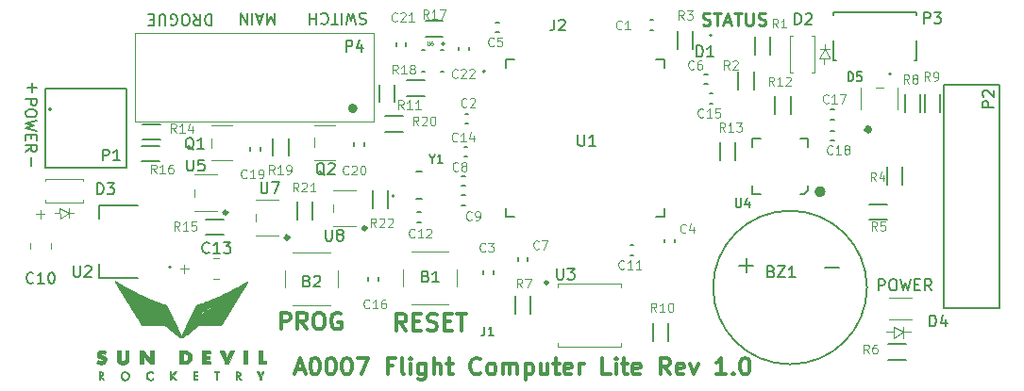
<source format=gbr>
%TF.GenerationSoftware,KiCad,Pcbnew,(6.0.9)*%
%TF.CreationDate,2022-12-18T19:34:30-07:00*%
%TF.ProjectId,Flight-Computer-Lite,466c6967-6874-42d4-936f-6d7075746572,rev?*%
%TF.SameCoordinates,Original*%
%TF.FileFunction,Legend,Top*%
%TF.FilePolarity,Positive*%
%FSLAX46Y46*%
G04 Gerber Fmt 4.6, Leading zero omitted, Abs format (unit mm)*
G04 Created by KiCad (PCBNEW (6.0.9)) date 2022-12-18 19:34:30*
%MOMM*%
%LPD*%
G01*
G04 APERTURE LIST*
%ADD10C,0.203200*%
%ADD11C,0.254000*%
%ADD12C,0.300000*%
%ADD13C,0.150000*%
%ADD14C,0.076200*%
%ADD15C,0.177800*%
%ADD16C,0.080000*%
%ADD17C,0.120000*%
%ADD18C,0.010000*%
%ADD19C,0.127000*%
%ADD20C,0.200000*%
%ADD21C,0.304800*%
%ADD22C,0.508000*%
%ADD23C,0.381000*%
%ADD24C,0.314000*%
%ADD25C,0.441000*%
G04 APERTURE END LIST*
D10*
X228006123Y-101907219D02*
X228006123Y-100891219D01*
X228393171Y-100891219D01*
X228489933Y-100939600D01*
X228538314Y-100987980D01*
X228586695Y-101084742D01*
X228586695Y-101229885D01*
X228538314Y-101326647D01*
X228489933Y-101375028D01*
X228393171Y-101423409D01*
X228006123Y-101423409D01*
X229215647Y-100891219D02*
X229409171Y-100891219D01*
X229505933Y-100939600D01*
X229602695Y-101036361D01*
X229651076Y-101229885D01*
X229651076Y-101568552D01*
X229602695Y-101762076D01*
X229505933Y-101858838D01*
X229409171Y-101907219D01*
X229215647Y-101907219D01*
X229118885Y-101858838D01*
X229022123Y-101762076D01*
X228973742Y-101568552D01*
X228973742Y-101229885D01*
X229022123Y-101036361D01*
X229118885Y-100939600D01*
X229215647Y-100891219D01*
X229989742Y-100891219D02*
X230231647Y-101907219D01*
X230425171Y-101181504D01*
X230618695Y-101907219D01*
X230860600Y-100891219D01*
X231247647Y-101375028D02*
X231586314Y-101375028D01*
X231731457Y-101907219D02*
X231247647Y-101907219D01*
X231247647Y-100891219D01*
X231731457Y-100891219D01*
X232747457Y-101907219D02*
X232408790Y-101423409D01*
X232166885Y-101907219D02*
X232166885Y-100891219D01*
X232553933Y-100891219D01*
X232650695Y-100939600D01*
X232699076Y-100987980D01*
X232747457Y-101084742D01*
X232747457Y-101229885D01*
X232699076Y-101326647D01*
X232650695Y-101375028D01*
X232553933Y-101423409D01*
X232166885Y-101423409D01*
D11*
X212231514Y-78034242D02*
X212394800Y-78088671D01*
X212666942Y-78088671D01*
X212775800Y-78034242D01*
X212830228Y-77979814D01*
X212884657Y-77870957D01*
X212884657Y-77762100D01*
X212830228Y-77653242D01*
X212775800Y-77598814D01*
X212666942Y-77544385D01*
X212449228Y-77489957D01*
X212340371Y-77435528D01*
X212285942Y-77381100D01*
X212231514Y-77272242D01*
X212231514Y-77163385D01*
X212285942Y-77054528D01*
X212340371Y-77000100D01*
X212449228Y-76945671D01*
X212721371Y-76945671D01*
X212884657Y-77000100D01*
X213211228Y-76945671D02*
X213864371Y-76945671D01*
X213537800Y-78088671D02*
X213537800Y-76945671D01*
X214190942Y-77762100D02*
X214735228Y-77762100D01*
X214082085Y-78088671D02*
X214463085Y-76945671D01*
X214844085Y-78088671D01*
X215061800Y-76945671D02*
X215714942Y-76945671D01*
X215388371Y-78088671D02*
X215388371Y-76945671D01*
X216095942Y-76945671D02*
X216095942Y-77870957D01*
X216150371Y-77979814D01*
X216204800Y-78034242D01*
X216313657Y-78088671D01*
X216531371Y-78088671D01*
X216640228Y-78034242D01*
X216694657Y-77979814D01*
X216749085Y-77870957D01*
X216749085Y-76945671D01*
X217238942Y-78034242D02*
X217402228Y-78088671D01*
X217674371Y-78088671D01*
X217783228Y-78034242D01*
X217837657Y-77979814D01*
X217892085Y-77870957D01*
X217892085Y-77762100D01*
X217837657Y-77653242D01*
X217783228Y-77598814D01*
X217674371Y-77544385D01*
X217456657Y-77489957D01*
X217347800Y-77435528D01*
X217293371Y-77381100D01*
X217238942Y-77272242D01*
X217238942Y-77163385D01*
X217293371Y-77054528D01*
X217347800Y-77000100D01*
X217456657Y-76945671D01*
X217728800Y-76945671D01*
X217892085Y-77000100D01*
D12*
X175740714Y-109012800D02*
X176455000Y-109012800D01*
X175597857Y-109441371D02*
X176097857Y-107941371D01*
X176597857Y-109441371D01*
X177383571Y-107941371D02*
X177526428Y-107941371D01*
X177669285Y-108012800D01*
X177740714Y-108084228D01*
X177812142Y-108227085D01*
X177883571Y-108512800D01*
X177883571Y-108869942D01*
X177812142Y-109155657D01*
X177740714Y-109298514D01*
X177669285Y-109369942D01*
X177526428Y-109441371D01*
X177383571Y-109441371D01*
X177240714Y-109369942D01*
X177169285Y-109298514D01*
X177097857Y-109155657D01*
X177026428Y-108869942D01*
X177026428Y-108512800D01*
X177097857Y-108227085D01*
X177169285Y-108084228D01*
X177240714Y-108012800D01*
X177383571Y-107941371D01*
X178812142Y-107941371D02*
X178955000Y-107941371D01*
X179097857Y-108012800D01*
X179169285Y-108084228D01*
X179240714Y-108227085D01*
X179312142Y-108512800D01*
X179312142Y-108869942D01*
X179240714Y-109155657D01*
X179169285Y-109298514D01*
X179097857Y-109369942D01*
X178955000Y-109441371D01*
X178812142Y-109441371D01*
X178669285Y-109369942D01*
X178597857Y-109298514D01*
X178526428Y-109155657D01*
X178455000Y-108869942D01*
X178455000Y-108512800D01*
X178526428Y-108227085D01*
X178597857Y-108084228D01*
X178669285Y-108012800D01*
X178812142Y-107941371D01*
X180240714Y-107941371D02*
X180383571Y-107941371D01*
X180526428Y-108012800D01*
X180597857Y-108084228D01*
X180669285Y-108227085D01*
X180740714Y-108512800D01*
X180740714Y-108869942D01*
X180669285Y-109155657D01*
X180597857Y-109298514D01*
X180526428Y-109369942D01*
X180383571Y-109441371D01*
X180240714Y-109441371D01*
X180097857Y-109369942D01*
X180026428Y-109298514D01*
X179955000Y-109155657D01*
X179883571Y-108869942D01*
X179883571Y-108512800D01*
X179955000Y-108227085D01*
X180026428Y-108084228D01*
X180097857Y-108012800D01*
X180240714Y-107941371D01*
X181240714Y-107941371D02*
X182240714Y-107941371D01*
X181597857Y-109441371D01*
X184455000Y-108655657D02*
X183955000Y-108655657D01*
X183955000Y-109441371D02*
X183955000Y-107941371D01*
X184669285Y-107941371D01*
X185455000Y-109441371D02*
X185312142Y-109369942D01*
X185240714Y-109227085D01*
X185240714Y-107941371D01*
X186026428Y-109441371D02*
X186026428Y-108441371D01*
X186026428Y-107941371D02*
X185955000Y-108012800D01*
X186026428Y-108084228D01*
X186097857Y-108012800D01*
X186026428Y-107941371D01*
X186026428Y-108084228D01*
X187383571Y-108441371D02*
X187383571Y-109655657D01*
X187312142Y-109798514D01*
X187240714Y-109869942D01*
X187097857Y-109941371D01*
X186883571Y-109941371D01*
X186740714Y-109869942D01*
X187383571Y-109369942D02*
X187240714Y-109441371D01*
X186955000Y-109441371D01*
X186812142Y-109369942D01*
X186740714Y-109298514D01*
X186669285Y-109155657D01*
X186669285Y-108727085D01*
X186740714Y-108584228D01*
X186812142Y-108512800D01*
X186955000Y-108441371D01*
X187240714Y-108441371D01*
X187383571Y-108512800D01*
X188097857Y-109441371D02*
X188097857Y-107941371D01*
X188740714Y-109441371D02*
X188740714Y-108655657D01*
X188669285Y-108512800D01*
X188526428Y-108441371D01*
X188312142Y-108441371D01*
X188169285Y-108512800D01*
X188097857Y-108584228D01*
X189240714Y-108441371D02*
X189812142Y-108441371D01*
X189455000Y-107941371D02*
X189455000Y-109227085D01*
X189526428Y-109369942D01*
X189669285Y-109441371D01*
X189812142Y-109441371D01*
X192312142Y-109298514D02*
X192240714Y-109369942D01*
X192026428Y-109441371D01*
X191883571Y-109441371D01*
X191669285Y-109369942D01*
X191526428Y-109227085D01*
X191455000Y-109084228D01*
X191383571Y-108798514D01*
X191383571Y-108584228D01*
X191455000Y-108298514D01*
X191526428Y-108155657D01*
X191669285Y-108012800D01*
X191883571Y-107941371D01*
X192026428Y-107941371D01*
X192240714Y-108012800D01*
X192312142Y-108084228D01*
X193169285Y-109441371D02*
X193026428Y-109369942D01*
X192955000Y-109298514D01*
X192883571Y-109155657D01*
X192883571Y-108727085D01*
X192955000Y-108584228D01*
X193026428Y-108512800D01*
X193169285Y-108441371D01*
X193383571Y-108441371D01*
X193526428Y-108512800D01*
X193597857Y-108584228D01*
X193669285Y-108727085D01*
X193669285Y-109155657D01*
X193597857Y-109298514D01*
X193526428Y-109369942D01*
X193383571Y-109441371D01*
X193169285Y-109441371D01*
X194312142Y-109441371D02*
X194312142Y-108441371D01*
X194312142Y-108584228D02*
X194383571Y-108512800D01*
X194526428Y-108441371D01*
X194740714Y-108441371D01*
X194883571Y-108512800D01*
X194955000Y-108655657D01*
X194955000Y-109441371D01*
X194955000Y-108655657D02*
X195026428Y-108512800D01*
X195169285Y-108441371D01*
X195383571Y-108441371D01*
X195526428Y-108512800D01*
X195597857Y-108655657D01*
X195597857Y-109441371D01*
X196312142Y-108441371D02*
X196312142Y-109941371D01*
X196312142Y-108512800D02*
X196455000Y-108441371D01*
X196740714Y-108441371D01*
X196883571Y-108512800D01*
X196955000Y-108584228D01*
X197026428Y-108727085D01*
X197026428Y-109155657D01*
X196955000Y-109298514D01*
X196883571Y-109369942D01*
X196740714Y-109441371D01*
X196455000Y-109441371D01*
X196312142Y-109369942D01*
X198312142Y-108441371D02*
X198312142Y-109441371D01*
X197669285Y-108441371D02*
X197669285Y-109227085D01*
X197740714Y-109369942D01*
X197883571Y-109441371D01*
X198097857Y-109441371D01*
X198240714Y-109369942D01*
X198312142Y-109298514D01*
X198812142Y-108441371D02*
X199383571Y-108441371D01*
X199026428Y-107941371D02*
X199026428Y-109227085D01*
X199097857Y-109369942D01*
X199240714Y-109441371D01*
X199383571Y-109441371D01*
X200455000Y-109369942D02*
X200312142Y-109441371D01*
X200026428Y-109441371D01*
X199883571Y-109369942D01*
X199812142Y-109227085D01*
X199812142Y-108655657D01*
X199883571Y-108512800D01*
X200026428Y-108441371D01*
X200312142Y-108441371D01*
X200455000Y-108512800D01*
X200526428Y-108655657D01*
X200526428Y-108798514D01*
X199812142Y-108941371D01*
X201169285Y-109441371D02*
X201169285Y-108441371D01*
X201169285Y-108727085D02*
X201240714Y-108584228D01*
X201312142Y-108512800D01*
X201455000Y-108441371D01*
X201597857Y-108441371D01*
X203955000Y-109441371D02*
X203240714Y-109441371D01*
X203240714Y-107941371D01*
X204455000Y-109441371D02*
X204455000Y-108441371D01*
X204455000Y-107941371D02*
X204383571Y-108012800D01*
X204455000Y-108084228D01*
X204526428Y-108012800D01*
X204455000Y-107941371D01*
X204455000Y-108084228D01*
X204955000Y-108441371D02*
X205526428Y-108441371D01*
X205169285Y-107941371D02*
X205169285Y-109227085D01*
X205240714Y-109369942D01*
X205383571Y-109441371D01*
X205526428Y-109441371D01*
X206597857Y-109369942D02*
X206455000Y-109441371D01*
X206169285Y-109441371D01*
X206026428Y-109369942D01*
X205955000Y-109227085D01*
X205955000Y-108655657D01*
X206026428Y-108512800D01*
X206169285Y-108441371D01*
X206455000Y-108441371D01*
X206597857Y-108512800D01*
X206669285Y-108655657D01*
X206669285Y-108798514D01*
X205955000Y-108941371D01*
X209312142Y-109441371D02*
X208812142Y-108727085D01*
X208455000Y-109441371D02*
X208455000Y-107941371D01*
X209026428Y-107941371D01*
X209169285Y-108012800D01*
X209240714Y-108084228D01*
X209312142Y-108227085D01*
X209312142Y-108441371D01*
X209240714Y-108584228D01*
X209169285Y-108655657D01*
X209026428Y-108727085D01*
X208455000Y-108727085D01*
X210526428Y-109369942D02*
X210383571Y-109441371D01*
X210097857Y-109441371D01*
X209955000Y-109369942D01*
X209883571Y-109227085D01*
X209883571Y-108655657D01*
X209955000Y-108512800D01*
X210097857Y-108441371D01*
X210383571Y-108441371D01*
X210526428Y-108512800D01*
X210597857Y-108655657D01*
X210597857Y-108798514D01*
X209883571Y-108941371D01*
X211097857Y-108441371D02*
X211455000Y-109441371D01*
X211812142Y-108441371D01*
X214312142Y-109441371D02*
X213455000Y-109441371D01*
X213883571Y-109441371D02*
X213883571Y-107941371D01*
X213740714Y-108155657D01*
X213597857Y-108298514D01*
X213455000Y-108369942D01*
X214955000Y-109298514D02*
X215026428Y-109369942D01*
X214955000Y-109441371D01*
X214883571Y-109369942D01*
X214955000Y-109298514D01*
X214955000Y-109441371D01*
X215955000Y-107941371D02*
X216097857Y-107941371D01*
X216240714Y-108012800D01*
X216312142Y-108084228D01*
X216383571Y-108227085D01*
X216455000Y-108512800D01*
X216455000Y-108869942D01*
X216383571Y-109155657D01*
X216312142Y-109298514D01*
X216240714Y-109369942D01*
X216097857Y-109441371D01*
X215955000Y-109441371D01*
X215812142Y-109369942D01*
X215740714Y-109298514D01*
X215669285Y-109155657D01*
X215597857Y-108869942D01*
X215597857Y-108512800D01*
X215669285Y-108227085D01*
X215740714Y-108084228D01*
X215812142Y-108012800D01*
X215955000Y-107941371D01*
D10*
X151971828Y-89935352D02*
X151971828Y-90709447D01*
X152073428Y-83280552D02*
X152073428Y-84054647D01*
X151686380Y-83667600D02*
X152460476Y-83667600D01*
X151483180Y-84673923D02*
X152499180Y-84673923D01*
X152499180Y-85060971D01*
X152450800Y-85157733D01*
X152402419Y-85206114D01*
X152305657Y-85254495D01*
X152160514Y-85254495D01*
X152063752Y-85206114D01*
X152015371Y-85157733D01*
X151966990Y-85060971D01*
X151966990Y-84673923D01*
X152499180Y-85883447D02*
X152499180Y-86076971D01*
X152450800Y-86173733D01*
X152354038Y-86270495D01*
X152160514Y-86318876D01*
X151821847Y-86318876D01*
X151628323Y-86270495D01*
X151531561Y-86173733D01*
X151483180Y-86076971D01*
X151483180Y-85883447D01*
X151531561Y-85786685D01*
X151628323Y-85689923D01*
X151821847Y-85641542D01*
X152160514Y-85641542D01*
X152354038Y-85689923D01*
X152450800Y-85786685D01*
X152499180Y-85883447D01*
X152499180Y-86657542D02*
X151483180Y-86899447D01*
X152208895Y-87092971D01*
X151483180Y-87286495D01*
X152499180Y-87528400D01*
X152015371Y-87915447D02*
X152015371Y-88254114D01*
X151483180Y-88399257D02*
X151483180Y-87915447D01*
X152499180Y-87915447D01*
X152499180Y-88399257D01*
X151483180Y-89415257D02*
X151966990Y-89076590D01*
X151483180Y-88834685D02*
X152499180Y-88834685D01*
X152499180Y-89221733D01*
X152450800Y-89318495D01*
X152402419Y-89366876D01*
X152305657Y-89415257D01*
X152160514Y-89415257D01*
X152063752Y-89366876D01*
X152015371Y-89318495D01*
X151966990Y-89221733D01*
X151966990Y-88834685D01*
X168160095Y-77061180D02*
X168160095Y-78077180D01*
X167918190Y-78077180D01*
X167773047Y-78028800D01*
X167676285Y-77932038D01*
X167627904Y-77835276D01*
X167579523Y-77641752D01*
X167579523Y-77496609D01*
X167627904Y-77303085D01*
X167676285Y-77206323D01*
X167773047Y-77109561D01*
X167918190Y-77061180D01*
X168160095Y-77061180D01*
X166563523Y-77061180D02*
X166902190Y-77544990D01*
X167144095Y-77061180D02*
X167144095Y-78077180D01*
X166757047Y-78077180D01*
X166660285Y-78028800D01*
X166611904Y-77980419D01*
X166563523Y-77883657D01*
X166563523Y-77738514D01*
X166611904Y-77641752D01*
X166660285Y-77593371D01*
X166757047Y-77544990D01*
X167144095Y-77544990D01*
X165934571Y-78077180D02*
X165741047Y-78077180D01*
X165644285Y-78028800D01*
X165547523Y-77932038D01*
X165499142Y-77738514D01*
X165499142Y-77399847D01*
X165547523Y-77206323D01*
X165644285Y-77109561D01*
X165741047Y-77061180D01*
X165934571Y-77061180D01*
X166031333Y-77109561D01*
X166128095Y-77206323D01*
X166176476Y-77399847D01*
X166176476Y-77738514D01*
X166128095Y-77932038D01*
X166031333Y-78028800D01*
X165934571Y-78077180D01*
X164531523Y-78028800D02*
X164628285Y-78077180D01*
X164773428Y-78077180D01*
X164918571Y-78028800D01*
X165015333Y-77932038D01*
X165063714Y-77835276D01*
X165112095Y-77641752D01*
X165112095Y-77496609D01*
X165063714Y-77303085D01*
X165015333Y-77206323D01*
X164918571Y-77109561D01*
X164773428Y-77061180D01*
X164676666Y-77061180D01*
X164531523Y-77109561D01*
X164483142Y-77157942D01*
X164483142Y-77496609D01*
X164676666Y-77496609D01*
X164047714Y-78077180D02*
X164047714Y-77254704D01*
X163999333Y-77157942D01*
X163950952Y-77109561D01*
X163854190Y-77061180D01*
X163660666Y-77061180D01*
X163563904Y-77109561D01*
X163515523Y-77157942D01*
X163467142Y-77254704D01*
X163467142Y-78077180D01*
X162983333Y-77593371D02*
X162644666Y-77593371D01*
X162499523Y-77061180D02*
X162983333Y-77061180D01*
X162983333Y-78077180D01*
X162499523Y-78077180D01*
X173861790Y-76959580D02*
X173861790Y-77975580D01*
X173523123Y-77249866D01*
X173184457Y-77975580D01*
X173184457Y-76959580D01*
X172749028Y-77249866D02*
X172265219Y-77249866D01*
X172845790Y-76959580D02*
X172507123Y-77975580D01*
X172168457Y-76959580D01*
X171829790Y-76959580D02*
X171829790Y-77975580D01*
X171345980Y-76959580D02*
X171345980Y-77975580D01*
X170765409Y-76959580D01*
X170765409Y-77975580D01*
X182016400Y-77007961D02*
X181871257Y-76959580D01*
X181629352Y-76959580D01*
X181532590Y-77007961D01*
X181484209Y-77056342D01*
X181435828Y-77153104D01*
X181435828Y-77249866D01*
X181484209Y-77346628D01*
X181532590Y-77395009D01*
X181629352Y-77443390D01*
X181822876Y-77491771D01*
X181919638Y-77540152D01*
X181968019Y-77588533D01*
X182016400Y-77685295D01*
X182016400Y-77782057D01*
X181968019Y-77878819D01*
X181919638Y-77927200D01*
X181822876Y-77975580D01*
X181580971Y-77975580D01*
X181435828Y-77927200D01*
X181097161Y-77975580D02*
X180855257Y-76959580D01*
X180661733Y-77685295D01*
X180468209Y-76959580D01*
X180226304Y-77975580D01*
X179839257Y-76959580D02*
X179839257Y-77975580D01*
X179500590Y-77975580D02*
X178920019Y-77975580D01*
X179210304Y-76959580D02*
X179210304Y-77975580D01*
X178000780Y-77056342D02*
X178049161Y-77007961D01*
X178194304Y-76959580D01*
X178291066Y-76959580D01*
X178436209Y-77007961D01*
X178532971Y-77104723D01*
X178581352Y-77201485D01*
X178629733Y-77395009D01*
X178629733Y-77540152D01*
X178581352Y-77733676D01*
X178532971Y-77830438D01*
X178436209Y-77927200D01*
X178291066Y-77975580D01*
X178194304Y-77975580D01*
X178049161Y-77927200D01*
X178000780Y-77878819D01*
X177565352Y-76959580D02*
X177565352Y-77975580D01*
X177565352Y-77491771D02*
X176984780Y-77491771D01*
X176984780Y-76959580D02*
X176984780Y-77975580D01*
D12*
X174384828Y-105377371D02*
X174384828Y-103877371D01*
X174956257Y-103877371D01*
X175099114Y-103948800D01*
X175170542Y-104020228D01*
X175241971Y-104163085D01*
X175241971Y-104377371D01*
X175170542Y-104520228D01*
X175099114Y-104591657D01*
X174956257Y-104663085D01*
X174384828Y-104663085D01*
X176741971Y-105377371D02*
X176241971Y-104663085D01*
X175884828Y-105377371D02*
X175884828Y-103877371D01*
X176456257Y-103877371D01*
X176599114Y-103948800D01*
X176670542Y-104020228D01*
X176741971Y-104163085D01*
X176741971Y-104377371D01*
X176670542Y-104520228D01*
X176599114Y-104591657D01*
X176456257Y-104663085D01*
X175884828Y-104663085D01*
X177670542Y-103877371D02*
X177956257Y-103877371D01*
X178099114Y-103948800D01*
X178241971Y-104091657D01*
X178313400Y-104377371D01*
X178313400Y-104877371D01*
X178241971Y-105163085D01*
X178099114Y-105305942D01*
X177956257Y-105377371D01*
X177670542Y-105377371D01*
X177527685Y-105305942D01*
X177384828Y-105163085D01*
X177313400Y-104877371D01*
X177313400Y-104377371D01*
X177384828Y-104091657D01*
X177527685Y-103948800D01*
X177670542Y-103877371D01*
X179741971Y-103948800D02*
X179599114Y-103877371D01*
X179384828Y-103877371D01*
X179170542Y-103948800D01*
X179027685Y-104091657D01*
X178956257Y-104234514D01*
X178884828Y-104520228D01*
X178884828Y-104734514D01*
X178956257Y-105020228D01*
X179027685Y-105163085D01*
X179170542Y-105305942D01*
X179384828Y-105377371D01*
X179527685Y-105377371D01*
X179741971Y-105305942D01*
X179813400Y-105234514D01*
X179813400Y-104734514D01*
X179527685Y-104734514D01*
X185629028Y-105478971D02*
X185129028Y-104764685D01*
X184771885Y-105478971D02*
X184771885Y-103978971D01*
X185343314Y-103978971D01*
X185486171Y-104050400D01*
X185557600Y-104121828D01*
X185629028Y-104264685D01*
X185629028Y-104478971D01*
X185557600Y-104621828D01*
X185486171Y-104693257D01*
X185343314Y-104764685D01*
X184771885Y-104764685D01*
X186271885Y-104693257D02*
X186771885Y-104693257D01*
X186986171Y-105478971D02*
X186271885Y-105478971D01*
X186271885Y-103978971D01*
X186986171Y-103978971D01*
X187557600Y-105407542D02*
X187771885Y-105478971D01*
X188129028Y-105478971D01*
X188271885Y-105407542D01*
X188343314Y-105336114D01*
X188414742Y-105193257D01*
X188414742Y-105050400D01*
X188343314Y-104907542D01*
X188271885Y-104836114D01*
X188129028Y-104764685D01*
X187843314Y-104693257D01*
X187700457Y-104621828D01*
X187629028Y-104550400D01*
X187557600Y-104407542D01*
X187557600Y-104264685D01*
X187629028Y-104121828D01*
X187700457Y-104050400D01*
X187843314Y-103978971D01*
X188200457Y-103978971D01*
X188414742Y-104050400D01*
X189057600Y-104693257D02*
X189557600Y-104693257D01*
X189771885Y-105478971D02*
X189057600Y-105478971D01*
X189057600Y-103978971D01*
X189771885Y-103978971D01*
X190200457Y-103978971D02*
X191057600Y-103978971D01*
X190629028Y-105478971D02*
X190629028Y-103978971D01*
D13*
%TO.C,J1*%
X192667466Y-105142695D02*
X192667466Y-105723266D01*
X192628761Y-105839380D01*
X192551352Y-105916790D01*
X192435238Y-105955495D01*
X192357828Y-105955495D01*
X193480266Y-105955495D02*
X193015809Y-105955495D01*
X193248038Y-105955495D02*
X193248038Y-105142695D01*
X193170628Y-105258809D01*
X193093219Y-105336219D01*
X193015809Y-105374923D01*
%TO.C,J2*%
X198904266Y-77531980D02*
X198904266Y-78246266D01*
X198856647Y-78389123D01*
X198761409Y-78484361D01*
X198618552Y-78531980D01*
X198523314Y-78531980D01*
X199332838Y-77627219D02*
X199380457Y-77579600D01*
X199475695Y-77531980D01*
X199713790Y-77531980D01*
X199809028Y-77579600D01*
X199856647Y-77627219D01*
X199904266Y-77722457D01*
X199904266Y-77817695D01*
X199856647Y-77960552D01*
X199285219Y-78531980D01*
X199904266Y-78531980D01*
%TO.C,D4*%
X232611704Y-105125780D02*
X232611704Y-104125780D01*
X232849800Y-104125780D01*
X232992657Y-104173400D01*
X233087895Y-104268638D01*
X233135514Y-104363876D01*
X233183133Y-104554352D01*
X233183133Y-104697209D01*
X233135514Y-104887685D01*
X233087895Y-104982923D01*
X232992657Y-105078161D01*
X232849800Y-105125780D01*
X232611704Y-105125780D01*
X234040276Y-104459114D02*
X234040276Y-105125780D01*
X233802180Y-104078161D02*
X233564085Y-104792447D01*
X234183133Y-104792447D01*
%TO.C,B1*%
X187377438Y-100614171D02*
X187520295Y-100661790D01*
X187567914Y-100709409D01*
X187615533Y-100804647D01*
X187615533Y-100947504D01*
X187567914Y-101042742D01*
X187520295Y-101090361D01*
X187425057Y-101137980D01*
X187044104Y-101137980D01*
X187044104Y-100137980D01*
X187377438Y-100137980D01*
X187472676Y-100185600D01*
X187520295Y-100233219D01*
X187567914Y-100328457D01*
X187567914Y-100423695D01*
X187520295Y-100518933D01*
X187472676Y-100566552D01*
X187377438Y-100614171D01*
X187044104Y-100614171D01*
X188567914Y-101137980D02*
X187996485Y-101137980D01*
X188282200Y-101137980D02*
X188282200Y-100137980D01*
X188186961Y-100280838D01*
X188091723Y-100376076D01*
X187996485Y-100423695D01*
%TO.C,Q1*%
X166579561Y-89244419D02*
X166484323Y-89196800D01*
X166389085Y-89101561D01*
X166246228Y-88958704D01*
X166150990Y-88911085D01*
X166055752Y-88911085D01*
X166103371Y-89149180D02*
X166008133Y-89101561D01*
X165912895Y-89006323D01*
X165865276Y-88815847D01*
X165865276Y-88482514D01*
X165912895Y-88292038D01*
X166008133Y-88196800D01*
X166103371Y-88149180D01*
X166293847Y-88149180D01*
X166389085Y-88196800D01*
X166484323Y-88292038D01*
X166531942Y-88482514D01*
X166531942Y-88815847D01*
X166484323Y-89006323D01*
X166389085Y-89101561D01*
X166293847Y-89149180D01*
X166103371Y-89149180D01*
X167484323Y-89149180D02*
X166912895Y-89149180D01*
X167198609Y-89149180D02*
X167198609Y-88149180D01*
X167103371Y-88292038D01*
X167008133Y-88387276D01*
X166912895Y-88434895D01*
D14*
%TO.C,C2*%
X191052466Y-85350314D02*
X191014371Y-85388409D01*
X190900085Y-85426504D01*
X190823895Y-85426504D01*
X190709609Y-85388409D01*
X190633419Y-85312219D01*
X190595323Y-85236028D01*
X190557228Y-85083647D01*
X190557228Y-84969361D01*
X190595323Y-84816980D01*
X190633419Y-84740790D01*
X190709609Y-84664600D01*
X190823895Y-84626504D01*
X190900085Y-84626504D01*
X191014371Y-84664600D01*
X191052466Y-84702695D01*
X191357228Y-84702695D02*
X191395323Y-84664600D01*
X191471514Y-84626504D01*
X191661990Y-84626504D01*
X191738180Y-84664600D01*
X191776276Y-84702695D01*
X191814371Y-84778885D01*
X191814371Y-84855076D01*
X191776276Y-84969361D01*
X191319133Y-85426504D01*
X191814371Y-85426504D01*
%TO.C,R8*%
X230752666Y-83318304D02*
X230486000Y-82937352D01*
X230295523Y-83318304D02*
X230295523Y-82518304D01*
X230600285Y-82518304D01*
X230676476Y-82556400D01*
X230714571Y-82594495D01*
X230752666Y-82670685D01*
X230752666Y-82784971D01*
X230714571Y-82861161D01*
X230676476Y-82899257D01*
X230600285Y-82937352D01*
X230295523Y-82937352D01*
X231209809Y-82861161D02*
X231133619Y-82823066D01*
X231095523Y-82784971D01*
X231057428Y-82708780D01*
X231057428Y-82670685D01*
X231095523Y-82594495D01*
X231133619Y-82556400D01*
X231209809Y-82518304D01*
X231362190Y-82518304D01*
X231438380Y-82556400D01*
X231476476Y-82594495D01*
X231514571Y-82670685D01*
X231514571Y-82708780D01*
X231476476Y-82784971D01*
X231438380Y-82823066D01*
X231362190Y-82861161D01*
X231209809Y-82861161D01*
X231133619Y-82899257D01*
X231095523Y-82937352D01*
X231057428Y-83013542D01*
X231057428Y-83165923D01*
X231095523Y-83242114D01*
X231133619Y-83280209D01*
X231209809Y-83318304D01*
X231362190Y-83318304D01*
X231438380Y-83280209D01*
X231476476Y-83242114D01*
X231514571Y-83165923D01*
X231514571Y-83013542D01*
X231476476Y-82937352D01*
X231438380Y-82899257D01*
X231362190Y-82861161D01*
%TO.C,R16*%
X163214114Y-91370104D02*
X162947447Y-90989152D01*
X162756971Y-91370104D02*
X162756971Y-90570104D01*
X163061733Y-90570104D01*
X163137923Y-90608200D01*
X163176019Y-90646295D01*
X163214114Y-90722485D01*
X163214114Y-90836771D01*
X163176019Y-90912961D01*
X163137923Y-90951057D01*
X163061733Y-90989152D01*
X162756971Y-90989152D01*
X163976019Y-91370104D02*
X163518876Y-91370104D01*
X163747447Y-91370104D02*
X163747447Y-90570104D01*
X163671257Y-90684390D01*
X163595066Y-90760580D01*
X163518876Y-90798676D01*
X164661733Y-90570104D02*
X164509352Y-90570104D01*
X164433161Y-90608200D01*
X164395066Y-90646295D01*
X164318876Y-90760580D01*
X164280780Y-90912961D01*
X164280780Y-91217723D01*
X164318876Y-91293914D01*
X164356971Y-91332009D01*
X164433161Y-91370104D01*
X164585542Y-91370104D01*
X164661733Y-91332009D01*
X164699828Y-91293914D01*
X164737923Y-91217723D01*
X164737923Y-91027247D01*
X164699828Y-90951057D01*
X164661733Y-90912961D01*
X164585542Y-90874866D01*
X164433161Y-90874866D01*
X164356971Y-90912961D01*
X164318876Y-90951057D01*
X164280780Y-91027247D01*
D13*
%TO.C,D1*%
X211682104Y-80894180D02*
X211682104Y-79894180D01*
X211920200Y-79894180D01*
X212063057Y-79941800D01*
X212158295Y-80037038D01*
X212205914Y-80132276D01*
X212253533Y-80322752D01*
X212253533Y-80465609D01*
X212205914Y-80656085D01*
X212158295Y-80751323D01*
X212063057Y-80846561D01*
X211920200Y-80894180D01*
X211682104Y-80894180D01*
X213205914Y-80894180D02*
X212634485Y-80894180D01*
X212920200Y-80894180D02*
X212920200Y-79894180D01*
X212824961Y-80037038D01*
X212729723Y-80132276D01*
X212634485Y-80179895D01*
%TO.C,D2*%
X220521304Y-77973180D02*
X220521304Y-76973180D01*
X220759400Y-76973180D01*
X220902257Y-77020800D01*
X220997495Y-77116038D01*
X221045114Y-77211276D01*
X221092733Y-77401752D01*
X221092733Y-77544609D01*
X221045114Y-77735085D01*
X220997495Y-77830323D01*
X220902257Y-77925561D01*
X220759400Y-77973180D01*
X220521304Y-77973180D01*
X221473685Y-77068419D02*
X221521304Y-77020800D01*
X221616542Y-76973180D01*
X221854638Y-76973180D01*
X221949876Y-77020800D01*
X221997495Y-77068419D01*
X222045114Y-77163657D01*
X222045114Y-77258895D01*
X221997495Y-77401752D01*
X221426066Y-77973180D01*
X222045114Y-77973180D01*
%TO.C,C13*%
X167962342Y-98451942D02*
X167914723Y-98499561D01*
X167771866Y-98547180D01*
X167676628Y-98547180D01*
X167533771Y-98499561D01*
X167438533Y-98404323D01*
X167390914Y-98309085D01*
X167343295Y-98118609D01*
X167343295Y-97975752D01*
X167390914Y-97785276D01*
X167438533Y-97690038D01*
X167533771Y-97594800D01*
X167676628Y-97547180D01*
X167771866Y-97547180D01*
X167914723Y-97594800D01*
X167962342Y-97642419D01*
X168914723Y-98547180D02*
X168343295Y-98547180D01*
X168629009Y-98547180D02*
X168629009Y-97547180D01*
X168533771Y-97690038D01*
X168438533Y-97785276D01*
X168343295Y-97832895D01*
X169248057Y-97547180D02*
X169867104Y-97547180D01*
X169533771Y-97928133D01*
X169676628Y-97928133D01*
X169771866Y-97975752D01*
X169819485Y-98023371D01*
X169867104Y-98118609D01*
X169867104Y-98356704D01*
X169819485Y-98451942D01*
X169771866Y-98499561D01*
X169676628Y-98547180D01*
X169390914Y-98547180D01*
X169295676Y-98499561D01*
X169248057Y-98451942D01*
D14*
%TO.C,C8*%
X190290466Y-91090714D02*
X190252371Y-91128809D01*
X190138085Y-91166904D01*
X190061895Y-91166904D01*
X189947609Y-91128809D01*
X189871419Y-91052619D01*
X189833323Y-90976428D01*
X189795228Y-90824047D01*
X189795228Y-90709761D01*
X189833323Y-90557380D01*
X189871419Y-90481190D01*
X189947609Y-90405000D01*
X190061895Y-90366904D01*
X190138085Y-90366904D01*
X190252371Y-90405000D01*
X190290466Y-90443095D01*
X190747609Y-90709761D02*
X190671419Y-90671666D01*
X190633323Y-90633571D01*
X190595228Y-90557380D01*
X190595228Y-90519285D01*
X190633323Y-90443095D01*
X190671419Y-90405000D01*
X190747609Y-90366904D01*
X190899990Y-90366904D01*
X190976180Y-90405000D01*
X191014276Y-90443095D01*
X191052371Y-90519285D01*
X191052371Y-90557380D01*
X191014276Y-90633571D01*
X190976180Y-90671666D01*
X190899990Y-90709761D01*
X190747609Y-90709761D01*
X190671419Y-90747857D01*
X190633323Y-90785952D01*
X190595228Y-90862142D01*
X190595228Y-91014523D01*
X190633323Y-91090714D01*
X190671419Y-91128809D01*
X190747609Y-91166904D01*
X190899990Y-91166904D01*
X190976180Y-91128809D01*
X191014276Y-91090714D01*
X191052371Y-91014523D01*
X191052371Y-90862142D01*
X191014276Y-90785952D01*
X190976180Y-90747857D01*
X190899990Y-90709761D01*
D13*
%TO.C,Y1*%
X187951147Y-90074752D02*
X187951147Y-90455704D01*
X187684480Y-89655704D02*
X187951147Y-90074752D01*
X188217814Y-89655704D01*
X188903528Y-90455704D02*
X188446385Y-90455704D01*
X188674957Y-90455704D02*
X188674957Y-89655704D01*
X188598766Y-89769990D01*
X188522576Y-89846180D01*
X188446385Y-89884276D01*
D14*
%TO.C,C14*%
X190214314Y-88449114D02*
X190176219Y-88487209D01*
X190061933Y-88525304D01*
X189985742Y-88525304D01*
X189871457Y-88487209D01*
X189795266Y-88411019D01*
X189757171Y-88334828D01*
X189719076Y-88182447D01*
X189719076Y-88068161D01*
X189757171Y-87915780D01*
X189795266Y-87839590D01*
X189871457Y-87763400D01*
X189985742Y-87725304D01*
X190061933Y-87725304D01*
X190176219Y-87763400D01*
X190214314Y-87801495D01*
X190976219Y-88525304D02*
X190519076Y-88525304D01*
X190747647Y-88525304D02*
X190747647Y-87725304D01*
X190671457Y-87839590D01*
X190595266Y-87915780D01*
X190519076Y-87953876D01*
X191661933Y-87991971D02*
X191661933Y-88525304D01*
X191471457Y-87687209D02*
X191280980Y-88258638D01*
X191776219Y-88258638D01*
D15*
%TO.C,P2*%
X238344528Y-85414757D02*
X237353928Y-85414757D01*
X237353928Y-85037385D01*
X237401100Y-84943042D01*
X237448271Y-84895871D01*
X237542614Y-84848700D01*
X237684128Y-84848700D01*
X237778471Y-84895871D01*
X237825642Y-84943042D01*
X237872814Y-85037385D01*
X237872814Y-85414757D01*
X237448271Y-84471328D02*
X237401100Y-84424157D01*
X237353928Y-84329814D01*
X237353928Y-84093957D01*
X237401100Y-83999614D01*
X237448271Y-83952442D01*
X237542614Y-83905271D01*
X237636957Y-83905271D01*
X237778471Y-83952442D01*
X238344528Y-84518500D01*
X238344528Y-83905271D01*
D14*
%TO.C,C9*%
X191484266Y-95510314D02*
X191446171Y-95548409D01*
X191331885Y-95586504D01*
X191255695Y-95586504D01*
X191141409Y-95548409D01*
X191065219Y-95472219D01*
X191027123Y-95396028D01*
X190989028Y-95243647D01*
X190989028Y-95129361D01*
X191027123Y-94976980D01*
X191065219Y-94900790D01*
X191141409Y-94824600D01*
X191255695Y-94786504D01*
X191331885Y-94786504D01*
X191446171Y-94824600D01*
X191484266Y-94862695D01*
X191865219Y-95586504D02*
X192017600Y-95586504D01*
X192093790Y-95548409D01*
X192131885Y-95510314D01*
X192208076Y-95396028D01*
X192246171Y-95243647D01*
X192246171Y-94938885D01*
X192208076Y-94862695D01*
X192169980Y-94824600D01*
X192093790Y-94786504D01*
X191941409Y-94786504D01*
X191865219Y-94824600D01*
X191827123Y-94862695D01*
X191789028Y-94938885D01*
X191789028Y-95129361D01*
X191827123Y-95205552D01*
X191865219Y-95243647D01*
X191941409Y-95281742D01*
X192093790Y-95281742D01*
X192169980Y-95243647D01*
X192208076Y-95205552D01*
X192246171Y-95129361D01*
%TO.C,C3*%
X192728866Y-98329714D02*
X192690771Y-98367809D01*
X192576485Y-98405904D01*
X192500295Y-98405904D01*
X192386009Y-98367809D01*
X192309819Y-98291619D01*
X192271723Y-98215428D01*
X192233628Y-98063047D01*
X192233628Y-97948761D01*
X192271723Y-97796380D01*
X192309819Y-97720190D01*
X192386009Y-97644000D01*
X192500295Y-97605904D01*
X192576485Y-97605904D01*
X192690771Y-97644000D01*
X192728866Y-97682095D01*
X192995533Y-97605904D02*
X193490771Y-97605904D01*
X193224104Y-97910666D01*
X193338390Y-97910666D01*
X193414580Y-97948761D01*
X193452676Y-97986857D01*
X193490771Y-98063047D01*
X193490771Y-98253523D01*
X193452676Y-98329714D01*
X193414580Y-98367809D01*
X193338390Y-98405904D01*
X193109819Y-98405904D01*
X193033628Y-98367809D01*
X192995533Y-98329714D01*
%TO.C,C18*%
X223869314Y-89592114D02*
X223831219Y-89630209D01*
X223716933Y-89668304D01*
X223640742Y-89668304D01*
X223526457Y-89630209D01*
X223450266Y-89554019D01*
X223412171Y-89477828D01*
X223374076Y-89325447D01*
X223374076Y-89211161D01*
X223412171Y-89058780D01*
X223450266Y-88982590D01*
X223526457Y-88906400D01*
X223640742Y-88868304D01*
X223716933Y-88868304D01*
X223831219Y-88906400D01*
X223869314Y-88944495D01*
X224631219Y-89668304D02*
X224174076Y-89668304D01*
X224402647Y-89668304D02*
X224402647Y-88868304D01*
X224326457Y-88982590D01*
X224250266Y-89058780D01*
X224174076Y-89096876D01*
X225088361Y-89211161D02*
X225012171Y-89173066D01*
X224974076Y-89134971D01*
X224935980Y-89058780D01*
X224935980Y-89020685D01*
X224974076Y-88944495D01*
X225012171Y-88906400D01*
X225088361Y-88868304D01*
X225240742Y-88868304D01*
X225316933Y-88906400D01*
X225355028Y-88944495D01*
X225393123Y-89020685D01*
X225393123Y-89058780D01*
X225355028Y-89134971D01*
X225316933Y-89173066D01*
X225240742Y-89211161D01*
X225088361Y-89211161D01*
X225012171Y-89249257D01*
X224974076Y-89287352D01*
X224935980Y-89363542D01*
X224935980Y-89515923D01*
X224974076Y-89592114D01*
X225012171Y-89630209D01*
X225088361Y-89668304D01*
X225240742Y-89668304D01*
X225316933Y-89630209D01*
X225355028Y-89592114D01*
X225393123Y-89515923D01*
X225393123Y-89363542D01*
X225355028Y-89287352D01*
X225316933Y-89249257D01*
X225240742Y-89211161D01*
%TO.C,C6*%
X211423266Y-81946714D02*
X211385171Y-81984809D01*
X211270885Y-82022904D01*
X211194695Y-82022904D01*
X211080409Y-81984809D01*
X211004219Y-81908619D01*
X210966123Y-81832428D01*
X210928028Y-81680047D01*
X210928028Y-81565761D01*
X210966123Y-81413380D01*
X211004219Y-81337190D01*
X211080409Y-81261000D01*
X211194695Y-81222904D01*
X211270885Y-81222904D01*
X211385171Y-81261000D01*
X211423266Y-81299095D01*
X212108980Y-81222904D02*
X211956600Y-81222904D01*
X211880409Y-81261000D01*
X211842314Y-81299095D01*
X211766123Y-81413380D01*
X211728028Y-81565761D01*
X211728028Y-81870523D01*
X211766123Y-81946714D01*
X211804219Y-81984809D01*
X211880409Y-82022904D01*
X212032790Y-82022904D01*
X212108980Y-81984809D01*
X212147076Y-81946714D01*
X212185171Y-81870523D01*
X212185171Y-81680047D01*
X212147076Y-81603857D01*
X212108980Y-81565761D01*
X212032790Y-81527666D01*
X211880409Y-81527666D01*
X211804219Y-81565761D01*
X211766123Y-81603857D01*
X211728028Y-81680047D01*
D13*
%TO.C,D3*%
X157910304Y-93238580D02*
X157910304Y-92238580D01*
X158148400Y-92238580D01*
X158291257Y-92286200D01*
X158386495Y-92381438D01*
X158434114Y-92476676D01*
X158481733Y-92667152D01*
X158481733Y-92810009D01*
X158434114Y-93000485D01*
X158386495Y-93095723D01*
X158291257Y-93190961D01*
X158148400Y-93238580D01*
X157910304Y-93238580D01*
X158815066Y-92238580D02*
X159434114Y-92238580D01*
X159100780Y-92619533D01*
X159243638Y-92619533D01*
X159338876Y-92667152D01*
X159386495Y-92714771D01*
X159434114Y-92810009D01*
X159434114Y-93048104D01*
X159386495Y-93143342D01*
X159338876Y-93190961D01*
X159243638Y-93238580D01*
X158957923Y-93238580D01*
X158862685Y-93190961D01*
X158815066Y-93143342D01*
D14*
%TO.C,R2*%
X214623666Y-82048304D02*
X214357000Y-81667352D01*
X214166523Y-82048304D02*
X214166523Y-81248304D01*
X214471285Y-81248304D01*
X214547476Y-81286400D01*
X214585571Y-81324495D01*
X214623666Y-81400685D01*
X214623666Y-81514971D01*
X214585571Y-81591161D01*
X214547476Y-81629257D01*
X214471285Y-81667352D01*
X214166523Y-81667352D01*
X214928428Y-81324495D02*
X214966523Y-81286400D01*
X215042714Y-81248304D01*
X215233190Y-81248304D01*
X215309380Y-81286400D01*
X215347476Y-81324495D01*
X215385571Y-81400685D01*
X215385571Y-81476876D01*
X215347476Y-81591161D01*
X214890333Y-82048304D01*
X215385571Y-82048304D01*
%TO.C,R4*%
X227755466Y-92055904D02*
X227488800Y-91674952D01*
X227298323Y-92055904D02*
X227298323Y-91255904D01*
X227603085Y-91255904D01*
X227679276Y-91294000D01*
X227717371Y-91332095D01*
X227755466Y-91408285D01*
X227755466Y-91522571D01*
X227717371Y-91598761D01*
X227679276Y-91636857D01*
X227603085Y-91674952D01*
X227298323Y-91674952D01*
X228441180Y-91522571D02*
X228441180Y-92055904D01*
X228250704Y-91217809D02*
X228060228Y-91789238D01*
X228555466Y-91789238D01*
%TO.C,R9*%
X232604066Y-83064304D02*
X232337400Y-82683352D01*
X232146923Y-83064304D02*
X232146923Y-82264304D01*
X232451685Y-82264304D01*
X232527876Y-82302400D01*
X232565971Y-82340495D01*
X232604066Y-82416685D01*
X232604066Y-82530971D01*
X232565971Y-82607161D01*
X232527876Y-82645257D01*
X232451685Y-82683352D01*
X232146923Y-82683352D01*
X232985019Y-83064304D02*
X233137400Y-83064304D01*
X233213590Y-83026209D01*
X233251685Y-82988114D01*
X233327876Y-82873828D01*
X233365971Y-82721447D01*
X233365971Y-82416685D01*
X233327876Y-82340495D01*
X233289780Y-82302400D01*
X233213590Y-82264304D01*
X233061209Y-82264304D01*
X232985019Y-82302400D01*
X232946923Y-82340495D01*
X232908828Y-82416685D01*
X232908828Y-82607161D01*
X232946923Y-82683352D01*
X232985019Y-82721447D01*
X233061209Y-82759542D01*
X233213590Y-82759542D01*
X233289780Y-82721447D01*
X233327876Y-82683352D01*
X233365971Y-82607161D01*
%TO.C,R17*%
X187623514Y-77476304D02*
X187356847Y-77095352D01*
X187166371Y-77476304D02*
X187166371Y-76676304D01*
X187471133Y-76676304D01*
X187547323Y-76714400D01*
X187585419Y-76752495D01*
X187623514Y-76828685D01*
X187623514Y-76942971D01*
X187585419Y-77019161D01*
X187547323Y-77057257D01*
X187471133Y-77095352D01*
X187166371Y-77095352D01*
X188385419Y-77476304D02*
X187928276Y-77476304D01*
X188156847Y-77476304D02*
X188156847Y-76676304D01*
X188080657Y-76790590D01*
X188004466Y-76866780D01*
X187928276Y-76904876D01*
X188652085Y-76676304D02*
X189185419Y-76676304D01*
X188842561Y-77476304D01*
D13*
%TO.C,U3*%
X199161495Y-99909380D02*
X199161495Y-100718904D01*
X199209114Y-100814142D01*
X199256733Y-100861761D01*
X199351971Y-100909380D01*
X199542447Y-100909380D01*
X199637685Y-100861761D01*
X199685304Y-100814142D01*
X199732923Y-100718904D01*
X199732923Y-99909380D01*
X200113876Y-99909380D02*
X200732923Y-99909380D01*
X200399590Y-100290333D01*
X200542447Y-100290333D01*
X200637685Y-100337952D01*
X200685304Y-100385571D01*
X200732923Y-100480809D01*
X200732923Y-100718904D01*
X200685304Y-100814142D01*
X200637685Y-100861761D01*
X200542447Y-100909380D01*
X200256733Y-100909380D01*
X200161495Y-100861761D01*
X200113876Y-100814142D01*
D14*
%TO.C,R19*%
X173805914Y-91446304D02*
X173539247Y-91065352D01*
X173348771Y-91446304D02*
X173348771Y-90646304D01*
X173653533Y-90646304D01*
X173729723Y-90684400D01*
X173767819Y-90722495D01*
X173805914Y-90798685D01*
X173805914Y-90912971D01*
X173767819Y-90989161D01*
X173729723Y-91027257D01*
X173653533Y-91065352D01*
X173348771Y-91065352D01*
X174567819Y-91446304D02*
X174110676Y-91446304D01*
X174339247Y-91446304D02*
X174339247Y-90646304D01*
X174263057Y-90760590D01*
X174186866Y-90836780D01*
X174110676Y-90874876D01*
X174948771Y-91446304D02*
X175101152Y-91446304D01*
X175177342Y-91408209D01*
X175215438Y-91370114D01*
X175291628Y-91255828D01*
X175329723Y-91103447D01*
X175329723Y-90798685D01*
X175291628Y-90722495D01*
X175253533Y-90684400D01*
X175177342Y-90646304D01*
X175024961Y-90646304D01*
X174948771Y-90684400D01*
X174910676Y-90722495D01*
X174872580Y-90798685D01*
X174872580Y-90989161D01*
X174910676Y-91065352D01*
X174948771Y-91103447D01*
X175024961Y-91141542D01*
X175177342Y-91141542D01*
X175253533Y-91103447D01*
X175291628Y-91065352D01*
X175329723Y-90989161D01*
D13*
%TO.C,P3*%
X232077601Y-77897412D02*
X232077601Y-76896459D01*
X232458916Y-76896459D01*
X232554245Y-76944123D01*
X232601910Y-76991787D01*
X232649574Y-77087116D01*
X232649574Y-77230110D01*
X232601910Y-77325438D01*
X232554245Y-77373103D01*
X232458916Y-77420767D01*
X232077601Y-77420767D01*
X232983225Y-76896459D02*
X233602863Y-76896459D01*
X233269212Y-77277774D01*
X233412205Y-77277774D01*
X233507534Y-77325438D01*
X233555198Y-77373103D01*
X233602863Y-77468432D01*
X233602863Y-77706754D01*
X233555198Y-77802083D01*
X233507534Y-77849747D01*
X233412205Y-77897412D01*
X233126218Y-77897412D01*
X233030889Y-77849747D01*
X232983225Y-77802083D01*
D14*
%TO.C,R3*%
X210534266Y-77552504D02*
X210267600Y-77171552D01*
X210077123Y-77552504D02*
X210077123Y-76752504D01*
X210381885Y-76752504D01*
X210458076Y-76790600D01*
X210496171Y-76828695D01*
X210534266Y-76904885D01*
X210534266Y-77019171D01*
X210496171Y-77095361D01*
X210458076Y-77133457D01*
X210381885Y-77171552D01*
X210077123Y-77171552D01*
X210800933Y-76752504D02*
X211296171Y-76752504D01*
X211029504Y-77057266D01*
X211143790Y-77057266D01*
X211219980Y-77095361D01*
X211258076Y-77133457D01*
X211296171Y-77209647D01*
X211296171Y-77400123D01*
X211258076Y-77476314D01*
X211219980Y-77514409D01*
X211143790Y-77552504D01*
X210915219Y-77552504D01*
X210839028Y-77514409D01*
X210800933Y-77476314D01*
%TO.C,C17*%
X223513714Y-84994714D02*
X223475619Y-85032809D01*
X223361333Y-85070904D01*
X223285142Y-85070904D01*
X223170857Y-85032809D01*
X223094666Y-84956619D01*
X223056571Y-84880428D01*
X223018476Y-84728047D01*
X223018476Y-84613761D01*
X223056571Y-84461380D01*
X223094666Y-84385190D01*
X223170857Y-84309000D01*
X223285142Y-84270904D01*
X223361333Y-84270904D01*
X223475619Y-84309000D01*
X223513714Y-84347095D01*
X224275619Y-85070904D02*
X223818476Y-85070904D01*
X224047047Y-85070904D02*
X224047047Y-84270904D01*
X223970857Y-84385190D01*
X223894666Y-84461380D01*
X223818476Y-84499476D01*
X224542285Y-84270904D02*
X225075619Y-84270904D01*
X224732761Y-85070904D01*
%TO.C,C19*%
X171316714Y-91725714D02*
X171278619Y-91763809D01*
X171164333Y-91801904D01*
X171088142Y-91801904D01*
X170973857Y-91763809D01*
X170897666Y-91687619D01*
X170859571Y-91611428D01*
X170821476Y-91459047D01*
X170821476Y-91344761D01*
X170859571Y-91192380D01*
X170897666Y-91116190D01*
X170973857Y-91040000D01*
X171088142Y-91001904D01*
X171164333Y-91001904D01*
X171278619Y-91040000D01*
X171316714Y-91078095D01*
X172078619Y-91801904D02*
X171621476Y-91801904D01*
X171850047Y-91801904D02*
X171850047Y-91001904D01*
X171773857Y-91116190D01*
X171697666Y-91192380D01*
X171621476Y-91230476D01*
X172459571Y-91801904D02*
X172611952Y-91801904D01*
X172688142Y-91763809D01*
X172726238Y-91725714D01*
X172802428Y-91611428D01*
X172840523Y-91459047D01*
X172840523Y-91154285D01*
X172802428Y-91078095D01*
X172764333Y-91040000D01*
X172688142Y-91001904D01*
X172535761Y-91001904D01*
X172459571Y-91040000D01*
X172421476Y-91078095D01*
X172383380Y-91154285D01*
X172383380Y-91344761D01*
X172421476Y-91420952D01*
X172459571Y-91459047D01*
X172535761Y-91497142D01*
X172688142Y-91497142D01*
X172764333Y-91459047D01*
X172802428Y-91420952D01*
X172840523Y-91344761D01*
D13*
%TO.C,P1*%
X158421504Y-90215980D02*
X158421504Y-89215980D01*
X158802457Y-89215980D01*
X158897695Y-89263600D01*
X158945314Y-89311219D01*
X158992933Y-89406457D01*
X158992933Y-89549314D01*
X158945314Y-89644552D01*
X158897695Y-89692171D01*
X158802457Y-89739790D01*
X158421504Y-89739790D01*
X159945314Y-90215980D02*
X159373885Y-90215980D01*
X159659600Y-90215980D02*
X159659600Y-89215980D01*
X159564361Y-89358838D01*
X159469123Y-89454076D01*
X159373885Y-89501695D01*
D14*
%TO.C,R10*%
X208070514Y-103816104D02*
X207803847Y-103435152D01*
X207613371Y-103816104D02*
X207613371Y-103016104D01*
X207918133Y-103016104D01*
X207994323Y-103054200D01*
X208032419Y-103092295D01*
X208070514Y-103168485D01*
X208070514Y-103282771D01*
X208032419Y-103358961D01*
X207994323Y-103397057D01*
X207918133Y-103435152D01*
X207613371Y-103435152D01*
X208832419Y-103816104D02*
X208375276Y-103816104D01*
X208603847Y-103816104D02*
X208603847Y-103016104D01*
X208527657Y-103130390D01*
X208451466Y-103206580D01*
X208375276Y-103244676D01*
X209327657Y-103016104D02*
X209403847Y-103016104D01*
X209480038Y-103054200D01*
X209518133Y-103092295D01*
X209556228Y-103168485D01*
X209594323Y-103320866D01*
X209594323Y-103511342D01*
X209556228Y-103663723D01*
X209518133Y-103739914D01*
X209480038Y-103778009D01*
X209403847Y-103816104D01*
X209327657Y-103816104D01*
X209251466Y-103778009D01*
X209213371Y-103739914D01*
X209175276Y-103663723D01*
X209137180Y-103511342D01*
X209137180Y-103320866D01*
X209175276Y-103168485D01*
X209213371Y-103092295D01*
X209251466Y-103054200D01*
X209327657Y-103016104D01*
D13*
%TO.C,U4*%
X215204523Y-93611095D02*
X215204523Y-94269076D01*
X215243228Y-94346485D01*
X215281933Y-94385190D01*
X215359342Y-94423895D01*
X215514161Y-94423895D01*
X215591571Y-94385190D01*
X215630276Y-94346485D01*
X215668980Y-94269076D01*
X215668980Y-93611095D01*
X216404371Y-93882028D02*
X216404371Y-94423895D01*
X216210847Y-93572390D02*
X216017323Y-94152961D01*
X216520485Y-94152961D01*
D14*
%TO.C,R12*%
X218611514Y-83496104D02*
X218344847Y-83115152D01*
X218154371Y-83496104D02*
X218154371Y-82696104D01*
X218459133Y-82696104D01*
X218535323Y-82734200D01*
X218573419Y-82772295D01*
X218611514Y-82848485D01*
X218611514Y-82962771D01*
X218573419Y-83038961D01*
X218535323Y-83077057D01*
X218459133Y-83115152D01*
X218154371Y-83115152D01*
X219373419Y-83496104D02*
X218916276Y-83496104D01*
X219144847Y-83496104D02*
X219144847Y-82696104D01*
X219068657Y-82810390D01*
X218992466Y-82886580D01*
X218916276Y-82924676D01*
X219678180Y-82772295D02*
X219716276Y-82734200D01*
X219792466Y-82696104D01*
X219982942Y-82696104D01*
X220059133Y-82734200D01*
X220097228Y-82772295D01*
X220135323Y-82848485D01*
X220135323Y-82924676D01*
X220097228Y-83038961D01*
X219640085Y-83496104D01*
X220135323Y-83496104D01*
D13*
%TO.C,D5*%
X225282276Y-83076847D02*
X225282276Y-82264047D01*
X225475800Y-82264047D01*
X225591914Y-82302752D01*
X225669323Y-82380161D01*
X225708028Y-82457571D01*
X225746733Y-82612390D01*
X225746733Y-82728504D01*
X225708028Y-82883323D01*
X225669323Y-82960732D01*
X225591914Y-83038142D01*
X225475800Y-83076847D01*
X225282276Y-83076847D01*
X226482123Y-82264047D02*
X226095076Y-82264047D01*
X226056371Y-82651094D01*
X226095076Y-82612390D01*
X226172485Y-82573685D01*
X226366009Y-82573685D01*
X226443419Y-82612390D01*
X226482123Y-82651094D01*
X226520828Y-82728504D01*
X226520828Y-82922028D01*
X226482123Y-82999437D01*
X226443419Y-83038142D01*
X226366009Y-83076847D01*
X226172485Y-83076847D01*
X226095076Y-83038142D01*
X226056371Y-82999437D01*
D14*
%TO.C,C22*%
X190239714Y-82734114D02*
X190201619Y-82772209D01*
X190087333Y-82810304D01*
X190011142Y-82810304D01*
X189896857Y-82772209D01*
X189820666Y-82696019D01*
X189782571Y-82619828D01*
X189744476Y-82467447D01*
X189744476Y-82353161D01*
X189782571Y-82200780D01*
X189820666Y-82124590D01*
X189896857Y-82048400D01*
X190011142Y-82010304D01*
X190087333Y-82010304D01*
X190201619Y-82048400D01*
X190239714Y-82086495D01*
X190544476Y-82086495D02*
X190582571Y-82048400D01*
X190658761Y-82010304D01*
X190849238Y-82010304D01*
X190925428Y-82048400D01*
X190963523Y-82086495D01*
X191001619Y-82162685D01*
X191001619Y-82238876D01*
X190963523Y-82353161D01*
X190506380Y-82810304D01*
X191001619Y-82810304D01*
X191306380Y-82086495D02*
X191344476Y-82048400D01*
X191420666Y-82010304D01*
X191611142Y-82010304D01*
X191687333Y-82048400D01*
X191725428Y-82086495D01*
X191763523Y-82162685D01*
X191763523Y-82238876D01*
X191725428Y-82353161D01*
X191268285Y-82810304D01*
X191763523Y-82810304D01*
D13*
%TO.C,U1*%
X201041071Y-87895163D02*
X201041071Y-88704712D01*
X201088692Y-88799953D01*
X201136312Y-88847574D01*
X201231553Y-88895194D01*
X201422035Y-88895194D01*
X201517276Y-88847574D01*
X201564897Y-88799953D01*
X201612517Y-88704712D01*
X201612517Y-87895163D01*
X202612548Y-88895194D02*
X202041102Y-88895194D01*
X202326825Y-88895194D02*
X202326825Y-87895163D01*
X202231584Y-88038025D01*
X202136343Y-88133266D01*
X202041102Y-88180887D01*
D14*
%TO.C,C11*%
X205174914Y-99904514D02*
X205136819Y-99942609D01*
X205022533Y-99980704D01*
X204946342Y-99980704D01*
X204832057Y-99942609D01*
X204755866Y-99866419D01*
X204717771Y-99790228D01*
X204679676Y-99637847D01*
X204679676Y-99523561D01*
X204717771Y-99371180D01*
X204755866Y-99294990D01*
X204832057Y-99218800D01*
X204946342Y-99180704D01*
X205022533Y-99180704D01*
X205136819Y-99218800D01*
X205174914Y-99256895D01*
X205936819Y-99980704D02*
X205479676Y-99980704D01*
X205708247Y-99980704D02*
X205708247Y-99180704D01*
X205632057Y-99294990D01*
X205555866Y-99371180D01*
X205479676Y-99409276D01*
X206698723Y-99980704D02*
X206241580Y-99980704D01*
X206470152Y-99980704D02*
X206470152Y-99180704D01*
X206393961Y-99294990D01*
X206317771Y-99371180D01*
X206241580Y-99409276D01*
%TO.C,C15*%
X212286914Y-86264714D02*
X212248819Y-86302809D01*
X212134533Y-86340904D01*
X212058342Y-86340904D01*
X211944057Y-86302809D01*
X211867866Y-86226619D01*
X211829771Y-86150428D01*
X211791676Y-85998047D01*
X211791676Y-85883761D01*
X211829771Y-85731380D01*
X211867866Y-85655190D01*
X211944057Y-85579000D01*
X212058342Y-85540904D01*
X212134533Y-85540904D01*
X212248819Y-85579000D01*
X212286914Y-85617095D01*
X213048819Y-86340904D02*
X212591676Y-86340904D01*
X212820247Y-86340904D02*
X212820247Y-85540904D01*
X212744057Y-85655190D01*
X212667866Y-85731380D01*
X212591676Y-85769476D01*
X213772628Y-85540904D02*
X213391676Y-85540904D01*
X213353580Y-85921857D01*
X213391676Y-85883761D01*
X213467866Y-85845666D01*
X213658342Y-85845666D01*
X213734533Y-85883761D01*
X213772628Y-85921857D01*
X213810723Y-85998047D01*
X213810723Y-86188523D01*
X213772628Y-86264714D01*
X213734533Y-86302809D01*
X213658342Y-86340904D01*
X213467866Y-86340904D01*
X213391676Y-86302809D01*
X213353580Y-86264714D01*
%TO.C,R6*%
X227145866Y-107549904D02*
X226879200Y-107168952D01*
X226688723Y-107549904D02*
X226688723Y-106749904D01*
X226993485Y-106749904D01*
X227069676Y-106788000D01*
X227107771Y-106826095D01*
X227145866Y-106902285D01*
X227145866Y-107016571D01*
X227107771Y-107092761D01*
X227069676Y-107130857D01*
X226993485Y-107168952D01*
X226688723Y-107168952D01*
X227831580Y-106749904D02*
X227679200Y-106749904D01*
X227603009Y-106788000D01*
X227564914Y-106826095D01*
X227488723Y-106940380D01*
X227450628Y-107092761D01*
X227450628Y-107397523D01*
X227488723Y-107473714D01*
X227526819Y-107511809D01*
X227603009Y-107549904D01*
X227755390Y-107549904D01*
X227831580Y-107511809D01*
X227869676Y-107473714D01*
X227907771Y-107397523D01*
X227907771Y-107207047D01*
X227869676Y-107130857D01*
X227831580Y-107092761D01*
X227755390Y-107054666D01*
X227603009Y-107054666D01*
X227526819Y-107092761D01*
X227488723Y-107130857D01*
X227450628Y-107207047D01*
%TO.C,R14*%
X164992114Y-87712504D02*
X164725447Y-87331552D01*
X164534971Y-87712504D02*
X164534971Y-86912504D01*
X164839733Y-86912504D01*
X164915923Y-86950600D01*
X164954019Y-86988695D01*
X164992114Y-87064885D01*
X164992114Y-87179171D01*
X164954019Y-87255361D01*
X164915923Y-87293457D01*
X164839733Y-87331552D01*
X164534971Y-87331552D01*
X165754019Y-87712504D02*
X165296876Y-87712504D01*
X165525447Y-87712504D02*
X165525447Y-86912504D01*
X165449257Y-87026790D01*
X165373066Y-87102980D01*
X165296876Y-87141076D01*
X166439733Y-87179171D02*
X166439733Y-87712504D01*
X166249257Y-86874409D02*
X166058780Y-87445838D01*
X166554019Y-87445838D01*
%TO.C,C4*%
X210712066Y-96653314D02*
X210673971Y-96691409D01*
X210559685Y-96729504D01*
X210483495Y-96729504D01*
X210369209Y-96691409D01*
X210293019Y-96615219D01*
X210254923Y-96539028D01*
X210216828Y-96386647D01*
X210216828Y-96272361D01*
X210254923Y-96119980D01*
X210293019Y-96043790D01*
X210369209Y-95967600D01*
X210483495Y-95929504D01*
X210559685Y-95929504D01*
X210673971Y-95967600D01*
X210712066Y-96005695D01*
X211397780Y-96196171D02*
X211397780Y-96729504D01*
X211207304Y-95891409D02*
X211016828Y-96462838D01*
X211512066Y-96462838D01*
%TO.C,R7*%
X196030866Y-101631704D02*
X195764200Y-101250752D01*
X195573723Y-101631704D02*
X195573723Y-100831704D01*
X195878485Y-100831704D01*
X195954676Y-100869800D01*
X195992771Y-100907895D01*
X196030866Y-100984085D01*
X196030866Y-101098371D01*
X195992771Y-101174561D01*
X195954676Y-101212657D01*
X195878485Y-101250752D01*
X195573723Y-101250752D01*
X196297533Y-100831704D02*
X196830866Y-100831704D01*
X196488009Y-101631704D01*
D13*
%TO.C,C10*%
X152188942Y-101169742D02*
X152141323Y-101217361D01*
X151998466Y-101264980D01*
X151903228Y-101264980D01*
X151760371Y-101217361D01*
X151665133Y-101122123D01*
X151617514Y-101026885D01*
X151569895Y-100836409D01*
X151569895Y-100693552D01*
X151617514Y-100503076D01*
X151665133Y-100407838D01*
X151760371Y-100312600D01*
X151903228Y-100264980D01*
X151998466Y-100264980D01*
X152141323Y-100312600D01*
X152188942Y-100360219D01*
X153141323Y-101264980D02*
X152569895Y-101264980D01*
X152855609Y-101264980D02*
X152855609Y-100264980D01*
X152760371Y-100407838D01*
X152665133Y-100503076D01*
X152569895Y-100550695D01*
X153760371Y-100264980D02*
X153855609Y-100264980D01*
X153950847Y-100312600D01*
X153998466Y-100360219D01*
X154046085Y-100455457D01*
X154093704Y-100645933D01*
X154093704Y-100884028D01*
X154046085Y-101074504D01*
X153998466Y-101169742D01*
X153950847Y-101217361D01*
X153855609Y-101264980D01*
X153760371Y-101264980D01*
X153665133Y-101217361D01*
X153617514Y-101169742D01*
X153569895Y-101074504D01*
X153522276Y-100884028D01*
X153522276Y-100645933D01*
X153569895Y-100455457D01*
X153617514Y-100360219D01*
X153665133Y-100312600D01*
X153760371Y-100264980D01*
D14*
%TO.C,R18*%
X184880314Y-82429304D02*
X184613647Y-82048352D01*
X184423171Y-82429304D02*
X184423171Y-81629304D01*
X184727933Y-81629304D01*
X184804123Y-81667400D01*
X184842219Y-81705495D01*
X184880314Y-81781685D01*
X184880314Y-81895971D01*
X184842219Y-81972161D01*
X184804123Y-82010257D01*
X184727933Y-82048352D01*
X184423171Y-82048352D01*
X185642219Y-82429304D02*
X185185076Y-82429304D01*
X185413647Y-82429304D02*
X185413647Y-81629304D01*
X185337457Y-81743590D01*
X185261266Y-81819780D01*
X185185076Y-81857876D01*
X186099361Y-81972161D02*
X186023171Y-81934066D01*
X185985076Y-81895971D01*
X185946980Y-81819780D01*
X185946980Y-81781685D01*
X185985076Y-81705495D01*
X186023171Y-81667400D01*
X186099361Y-81629304D01*
X186251742Y-81629304D01*
X186327933Y-81667400D01*
X186366028Y-81705495D01*
X186404123Y-81781685D01*
X186404123Y-81819780D01*
X186366028Y-81895971D01*
X186327933Y-81934066D01*
X186251742Y-81972161D01*
X186099361Y-81972161D01*
X186023171Y-82010257D01*
X185985076Y-82048352D01*
X185946980Y-82124542D01*
X185946980Y-82276923D01*
X185985076Y-82353114D01*
X186023171Y-82391209D01*
X186099361Y-82429304D01*
X186251742Y-82429304D01*
X186327933Y-82391209D01*
X186366028Y-82353114D01*
X186404123Y-82276923D01*
X186404123Y-82124542D01*
X186366028Y-82048352D01*
X186327933Y-82010257D01*
X186251742Y-81972161D01*
%TO.C,C12*%
X186378914Y-97059714D02*
X186340819Y-97097809D01*
X186226533Y-97135904D01*
X186150342Y-97135904D01*
X186036057Y-97097809D01*
X185959866Y-97021619D01*
X185921771Y-96945428D01*
X185883676Y-96793047D01*
X185883676Y-96678761D01*
X185921771Y-96526380D01*
X185959866Y-96450190D01*
X186036057Y-96374000D01*
X186150342Y-96335904D01*
X186226533Y-96335904D01*
X186340819Y-96374000D01*
X186378914Y-96412095D01*
X187140819Y-97135904D02*
X186683676Y-97135904D01*
X186912247Y-97135904D02*
X186912247Y-96335904D01*
X186836057Y-96450190D01*
X186759866Y-96526380D01*
X186683676Y-96564476D01*
X187445580Y-96412095D02*
X187483676Y-96374000D01*
X187559866Y-96335904D01*
X187750342Y-96335904D01*
X187826533Y-96374000D01*
X187864628Y-96412095D01*
X187902723Y-96488285D01*
X187902723Y-96564476D01*
X187864628Y-96678761D01*
X187407485Y-97135904D01*
X187902723Y-97135904D01*
D13*
%TO.C,Q2*%
X178314361Y-91530419D02*
X178219123Y-91482800D01*
X178123885Y-91387561D01*
X177981028Y-91244704D01*
X177885790Y-91197085D01*
X177790552Y-91197085D01*
X177838171Y-91435180D02*
X177742933Y-91387561D01*
X177647695Y-91292323D01*
X177600076Y-91101847D01*
X177600076Y-90768514D01*
X177647695Y-90578038D01*
X177742933Y-90482800D01*
X177838171Y-90435180D01*
X178028647Y-90435180D01*
X178123885Y-90482800D01*
X178219123Y-90578038D01*
X178266742Y-90768514D01*
X178266742Y-91101847D01*
X178219123Y-91292323D01*
X178123885Y-91387561D01*
X178028647Y-91435180D01*
X177838171Y-91435180D01*
X178647695Y-90530419D02*
X178695314Y-90482800D01*
X178790552Y-90435180D01*
X179028647Y-90435180D01*
X179123885Y-90482800D01*
X179171504Y-90530419D01*
X179219123Y-90625657D01*
X179219123Y-90720895D01*
X179171504Y-90863752D01*
X178600076Y-91435180D01*
X179219123Y-91435180D01*
%TO.C,B2*%
X176734838Y-101045971D02*
X176877695Y-101093590D01*
X176925314Y-101141209D01*
X176972933Y-101236447D01*
X176972933Y-101379304D01*
X176925314Y-101474542D01*
X176877695Y-101522161D01*
X176782457Y-101569780D01*
X176401504Y-101569780D01*
X176401504Y-100569780D01*
X176734838Y-100569780D01*
X176830076Y-100617400D01*
X176877695Y-100665019D01*
X176925314Y-100760257D01*
X176925314Y-100855495D01*
X176877695Y-100950733D01*
X176830076Y-100998352D01*
X176734838Y-101045971D01*
X176401504Y-101045971D01*
X177353885Y-100665019D02*
X177401504Y-100617400D01*
X177496742Y-100569780D01*
X177734838Y-100569780D01*
X177830076Y-100617400D01*
X177877695Y-100665019D01*
X177925314Y-100760257D01*
X177925314Y-100855495D01*
X177877695Y-100998352D01*
X177306266Y-101569780D01*
X177925314Y-101569780D01*
D14*
%TO.C,C7*%
X197529466Y-98126514D02*
X197491371Y-98164609D01*
X197377085Y-98202704D01*
X197300895Y-98202704D01*
X197186609Y-98164609D01*
X197110419Y-98088419D01*
X197072323Y-98012228D01*
X197034228Y-97859847D01*
X197034228Y-97745561D01*
X197072323Y-97593180D01*
X197110419Y-97516990D01*
X197186609Y-97440800D01*
X197300895Y-97402704D01*
X197377085Y-97402704D01*
X197491371Y-97440800D01*
X197529466Y-97478895D01*
X197796133Y-97402704D02*
X198329466Y-97402704D01*
X197986609Y-98202704D01*
D13*
%TO.C,U5*%
X165963695Y-90155780D02*
X165963695Y-90965304D01*
X166011314Y-91060542D01*
X166058933Y-91108161D01*
X166154171Y-91155780D01*
X166344647Y-91155780D01*
X166439885Y-91108161D01*
X166487504Y-91060542D01*
X166535123Y-90965304D01*
X166535123Y-90155780D01*
X167487504Y-90155780D02*
X167011314Y-90155780D01*
X166963695Y-90631971D01*
X167011314Y-90584352D01*
X167106552Y-90536733D01*
X167344647Y-90536733D01*
X167439885Y-90584352D01*
X167487504Y-90631971D01*
X167535123Y-90727209D01*
X167535123Y-90965304D01*
X167487504Y-91060542D01*
X167439885Y-91108161D01*
X167344647Y-91155780D01*
X167106552Y-91155780D01*
X167011314Y-91108161D01*
X166963695Y-91060542D01*
%TO.C,U2*%
X155803695Y-99680780D02*
X155803695Y-100490304D01*
X155851314Y-100585542D01*
X155898933Y-100633161D01*
X155994171Y-100680780D01*
X156184647Y-100680780D01*
X156279885Y-100633161D01*
X156327504Y-100585542D01*
X156375123Y-100490304D01*
X156375123Y-99680780D01*
X156803695Y-99776019D02*
X156851314Y-99728400D01*
X156946552Y-99680780D01*
X157184647Y-99680780D01*
X157279885Y-99728400D01*
X157327504Y-99776019D01*
X157375123Y-99871257D01*
X157375123Y-99966495D01*
X157327504Y-100109352D01*
X156756076Y-100680780D01*
X157375123Y-100680780D01*
D14*
%TO.C,R15*%
X165296914Y-96500904D02*
X165030247Y-96119952D01*
X164839771Y-96500904D02*
X164839771Y-95700904D01*
X165144533Y-95700904D01*
X165220723Y-95739000D01*
X165258819Y-95777095D01*
X165296914Y-95853285D01*
X165296914Y-95967571D01*
X165258819Y-96043761D01*
X165220723Y-96081857D01*
X165144533Y-96119952D01*
X164839771Y-96119952D01*
X166058819Y-96500904D02*
X165601676Y-96500904D01*
X165830247Y-96500904D02*
X165830247Y-95700904D01*
X165754057Y-95815190D01*
X165677866Y-95891380D01*
X165601676Y-95929476D01*
X166782628Y-95700904D02*
X166401676Y-95700904D01*
X166363580Y-96081857D01*
X166401676Y-96043761D01*
X166477866Y-96005666D01*
X166668342Y-96005666D01*
X166744533Y-96043761D01*
X166782628Y-96081857D01*
X166820723Y-96158047D01*
X166820723Y-96348523D01*
X166782628Y-96424714D01*
X166744533Y-96462809D01*
X166668342Y-96500904D01*
X166477866Y-96500904D01*
X166401676Y-96462809D01*
X166363580Y-96424714D01*
D13*
%TO.C,P4*%
X180223907Y-80422281D02*
X180223907Y-79422281D01*
X180604860Y-79422281D01*
X180700098Y-79469901D01*
X180747717Y-79517520D01*
X180795336Y-79612758D01*
X180795336Y-79755615D01*
X180747717Y-79850853D01*
X180700098Y-79898472D01*
X180604860Y-79946091D01*
X180223907Y-79946091D01*
X181652479Y-79755615D02*
X181652479Y-80422281D01*
X181414383Y-79374662D02*
X181176288Y-80088948D01*
X181795336Y-80088948D01*
D14*
%TO.C,R20*%
X186734514Y-87052104D02*
X186467847Y-86671152D01*
X186277371Y-87052104D02*
X186277371Y-86252104D01*
X186582133Y-86252104D01*
X186658323Y-86290200D01*
X186696419Y-86328295D01*
X186734514Y-86404485D01*
X186734514Y-86518771D01*
X186696419Y-86594961D01*
X186658323Y-86633057D01*
X186582133Y-86671152D01*
X186277371Y-86671152D01*
X187039276Y-86328295D02*
X187077371Y-86290200D01*
X187153561Y-86252104D01*
X187344038Y-86252104D01*
X187420228Y-86290200D01*
X187458323Y-86328295D01*
X187496419Y-86404485D01*
X187496419Y-86480676D01*
X187458323Y-86594961D01*
X187001180Y-87052104D01*
X187496419Y-87052104D01*
X187991657Y-86252104D02*
X188067847Y-86252104D01*
X188144038Y-86290200D01*
X188182133Y-86328295D01*
X188220228Y-86404485D01*
X188258323Y-86556866D01*
X188258323Y-86747342D01*
X188220228Y-86899723D01*
X188182133Y-86975914D01*
X188144038Y-87014009D01*
X188067847Y-87052104D01*
X187991657Y-87052104D01*
X187915466Y-87014009D01*
X187877371Y-86975914D01*
X187839276Y-86899723D01*
X187801180Y-86747342D01*
X187801180Y-86556866D01*
X187839276Y-86404485D01*
X187877371Y-86328295D01*
X187915466Y-86290200D01*
X187991657Y-86252104D01*
D13*
%TO.C,U8*%
X178409695Y-96429580D02*
X178409695Y-97239104D01*
X178457314Y-97334342D01*
X178504933Y-97381961D01*
X178600171Y-97429580D01*
X178790647Y-97429580D01*
X178885885Y-97381961D01*
X178933504Y-97334342D01*
X178981123Y-97239104D01*
X178981123Y-96429580D01*
X179600171Y-96858152D02*
X179504933Y-96810533D01*
X179457314Y-96762914D01*
X179409695Y-96667676D01*
X179409695Y-96620057D01*
X179457314Y-96524819D01*
X179504933Y-96477200D01*
X179600171Y-96429580D01*
X179790647Y-96429580D01*
X179885885Y-96477200D01*
X179933504Y-96524819D01*
X179981123Y-96620057D01*
X179981123Y-96667676D01*
X179933504Y-96762914D01*
X179885885Y-96810533D01*
X179790647Y-96858152D01*
X179600171Y-96858152D01*
X179504933Y-96905771D01*
X179457314Y-96953390D01*
X179409695Y-97048628D01*
X179409695Y-97239104D01*
X179457314Y-97334342D01*
X179504933Y-97381961D01*
X179600171Y-97429580D01*
X179790647Y-97429580D01*
X179885885Y-97381961D01*
X179933504Y-97334342D01*
X179981123Y-97239104D01*
X179981123Y-97048628D01*
X179933504Y-96953390D01*
X179885885Y-96905771D01*
X179790647Y-96858152D01*
D14*
%TO.C,R11*%
X185388314Y-85604304D02*
X185121647Y-85223352D01*
X184931171Y-85604304D02*
X184931171Y-84804304D01*
X185235933Y-84804304D01*
X185312123Y-84842400D01*
X185350219Y-84880495D01*
X185388314Y-84956685D01*
X185388314Y-85070971D01*
X185350219Y-85147161D01*
X185312123Y-85185257D01*
X185235933Y-85223352D01*
X184931171Y-85223352D01*
X186150219Y-85604304D02*
X185693076Y-85604304D01*
X185921647Y-85604304D02*
X185921647Y-84804304D01*
X185845457Y-84918590D01*
X185769266Y-84994780D01*
X185693076Y-85032876D01*
X186912123Y-85604304D02*
X186454980Y-85604304D01*
X186683552Y-85604304D02*
X186683552Y-84804304D01*
X186607361Y-84918590D01*
X186531171Y-84994780D01*
X186454980Y-85032876D01*
%TO.C,R13*%
X214217314Y-87636304D02*
X213950647Y-87255352D01*
X213760171Y-87636304D02*
X213760171Y-86836304D01*
X214064933Y-86836304D01*
X214141123Y-86874400D01*
X214179219Y-86912495D01*
X214217314Y-86988685D01*
X214217314Y-87102971D01*
X214179219Y-87179161D01*
X214141123Y-87217257D01*
X214064933Y-87255352D01*
X213760171Y-87255352D01*
X214979219Y-87636304D02*
X214522076Y-87636304D01*
X214750647Y-87636304D02*
X214750647Y-86836304D01*
X214674457Y-86950590D01*
X214598266Y-87026780D01*
X214522076Y-87064876D01*
X215245885Y-86836304D02*
X215741123Y-86836304D01*
X215474457Y-87141066D01*
X215588742Y-87141066D01*
X215664933Y-87179161D01*
X215703028Y-87217257D01*
X215741123Y-87293447D01*
X215741123Y-87483923D01*
X215703028Y-87560114D01*
X215664933Y-87598209D01*
X215588742Y-87636304D01*
X215360171Y-87636304D01*
X215283980Y-87598209D01*
X215245885Y-87560114D01*
D13*
%TO.C,U7*%
X172618495Y-92162380D02*
X172618495Y-92971904D01*
X172666114Y-93067142D01*
X172713733Y-93114761D01*
X172808971Y-93162380D01*
X172999447Y-93162380D01*
X173094685Y-93114761D01*
X173142304Y-93067142D01*
X173189923Y-92971904D01*
X173189923Y-92162380D01*
X173570876Y-92162380D02*
X174237542Y-92162380D01*
X173808971Y-93162380D01*
D14*
%TO.C,R5*%
X227857066Y-96500904D02*
X227590400Y-96119952D01*
X227399923Y-96500904D02*
X227399923Y-95700904D01*
X227704685Y-95700904D01*
X227780876Y-95739000D01*
X227818971Y-95777095D01*
X227857066Y-95853285D01*
X227857066Y-95967571D01*
X227818971Y-96043761D01*
X227780876Y-96081857D01*
X227704685Y-96119952D01*
X227399923Y-96119952D01*
X228580876Y-95700904D02*
X228199923Y-95700904D01*
X228161828Y-96081857D01*
X228199923Y-96043761D01*
X228276114Y-96005666D01*
X228466590Y-96005666D01*
X228542780Y-96043761D01*
X228580876Y-96081857D01*
X228618971Y-96158047D01*
X228618971Y-96348523D01*
X228580876Y-96424714D01*
X228542780Y-96462809D01*
X228466590Y-96500904D01*
X228276114Y-96500904D01*
X228199923Y-96462809D01*
X228161828Y-96424714D01*
%TO.C,C20*%
X180435314Y-91395514D02*
X180397219Y-91433609D01*
X180282933Y-91471704D01*
X180206742Y-91471704D01*
X180092457Y-91433609D01*
X180016266Y-91357419D01*
X179978171Y-91281228D01*
X179940076Y-91128847D01*
X179940076Y-91014561D01*
X179978171Y-90862180D01*
X180016266Y-90785990D01*
X180092457Y-90709800D01*
X180206742Y-90671704D01*
X180282933Y-90671704D01*
X180397219Y-90709800D01*
X180435314Y-90747895D01*
X180740076Y-90747895D02*
X180778171Y-90709800D01*
X180854361Y-90671704D01*
X181044838Y-90671704D01*
X181121028Y-90709800D01*
X181159123Y-90747895D01*
X181197219Y-90824085D01*
X181197219Y-90900276D01*
X181159123Y-91014561D01*
X180701980Y-91471704D01*
X181197219Y-91471704D01*
X181692457Y-90671704D02*
X181768647Y-90671704D01*
X181844838Y-90709800D01*
X181882933Y-90747895D01*
X181921028Y-90824085D01*
X181959123Y-90976466D01*
X181959123Y-91166942D01*
X181921028Y-91319323D01*
X181882933Y-91395514D01*
X181844838Y-91433609D01*
X181768647Y-91471704D01*
X181692457Y-91471704D01*
X181616266Y-91433609D01*
X181578171Y-91395514D01*
X181540076Y-91319323D01*
X181501980Y-91166942D01*
X181501980Y-90976466D01*
X181540076Y-90824085D01*
X181578171Y-90747895D01*
X181616266Y-90709800D01*
X181692457Y-90671704D01*
%TO.C,R21*%
X175964914Y-93021104D02*
X175698247Y-92640152D01*
X175507771Y-93021104D02*
X175507771Y-92221104D01*
X175812533Y-92221104D01*
X175888723Y-92259200D01*
X175926819Y-92297295D01*
X175964914Y-92373485D01*
X175964914Y-92487771D01*
X175926819Y-92563961D01*
X175888723Y-92602057D01*
X175812533Y-92640152D01*
X175507771Y-92640152D01*
X176269676Y-92297295D02*
X176307771Y-92259200D01*
X176383961Y-92221104D01*
X176574438Y-92221104D01*
X176650628Y-92259200D01*
X176688723Y-92297295D01*
X176726819Y-92373485D01*
X176726819Y-92449676D01*
X176688723Y-92563961D01*
X176231580Y-93021104D01*
X176726819Y-93021104D01*
X177488723Y-93021104D02*
X177031580Y-93021104D01*
X177260152Y-93021104D02*
X177260152Y-92221104D01*
X177183961Y-92335390D01*
X177107771Y-92411580D01*
X177031580Y-92449676D01*
D16*
%TO.C,U6*%
X187512990Y-79529961D02*
X187512990Y-79789009D01*
X187528228Y-79819485D01*
X187543466Y-79834723D01*
X187573942Y-79849961D01*
X187634895Y-79849961D01*
X187665371Y-79834723D01*
X187680609Y-79819485D01*
X187695847Y-79789009D01*
X187695847Y-79529961D01*
X187985371Y-79529961D02*
X187924419Y-79529961D01*
X187893942Y-79545200D01*
X187878704Y-79560438D01*
X187848228Y-79606152D01*
X187832990Y-79667104D01*
X187832990Y-79789009D01*
X187848228Y-79819485D01*
X187863466Y-79834723D01*
X187893942Y-79849961D01*
X187954895Y-79849961D01*
X187985371Y-79834723D01*
X188000609Y-79819485D01*
X188015847Y-79789009D01*
X188015847Y-79712819D01*
X188000609Y-79682342D01*
X187985371Y-79667104D01*
X187954895Y-79651866D01*
X187893942Y-79651866D01*
X187863466Y-79667104D01*
X187848228Y-79682342D01*
X187832990Y-79712819D01*
D14*
%TO.C,R1*%
X218967066Y-78289104D02*
X218700400Y-77908152D01*
X218509923Y-78289104D02*
X218509923Y-77489104D01*
X218814685Y-77489104D01*
X218890876Y-77527200D01*
X218928971Y-77565295D01*
X218967066Y-77641485D01*
X218967066Y-77755771D01*
X218928971Y-77831961D01*
X218890876Y-77870057D01*
X218814685Y-77908152D01*
X218509923Y-77908152D01*
X219728971Y-78289104D02*
X219271828Y-78289104D01*
X219500400Y-78289104D02*
X219500400Y-77489104D01*
X219424209Y-77603390D01*
X219348019Y-77679580D01*
X219271828Y-77717676D01*
%TO.C,C21*%
X184804114Y-77654114D02*
X184766019Y-77692209D01*
X184651733Y-77730304D01*
X184575542Y-77730304D01*
X184461257Y-77692209D01*
X184385066Y-77616019D01*
X184346971Y-77539828D01*
X184308876Y-77387447D01*
X184308876Y-77273161D01*
X184346971Y-77120780D01*
X184385066Y-77044590D01*
X184461257Y-76968400D01*
X184575542Y-76930304D01*
X184651733Y-76930304D01*
X184766019Y-76968400D01*
X184804114Y-77006495D01*
X185108876Y-77006495D02*
X185146971Y-76968400D01*
X185223161Y-76930304D01*
X185413638Y-76930304D01*
X185489828Y-76968400D01*
X185527923Y-77006495D01*
X185566019Y-77082685D01*
X185566019Y-77158876D01*
X185527923Y-77273161D01*
X185070780Y-77730304D01*
X185566019Y-77730304D01*
X186327923Y-77730304D02*
X185870780Y-77730304D01*
X186099352Y-77730304D02*
X186099352Y-76930304D01*
X186023161Y-77044590D01*
X185946971Y-77120780D01*
X185870780Y-77158876D01*
%TO.C,C1*%
X204971666Y-78365314D02*
X204933571Y-78403409D01*
X204819285Y-78441504D01*
X204743095Y-78441504D01*
X204628809Y-78403409D01*
X204552619Y-78327219D01*
X204514523Y-78251028D01*
X204476428Y-78098647D01*
X204476428Y-77984361D01*
X204514523Y-77831980D01*
X204552619Y-77755790D01*
X204628809Y-77679600D01*
X204743095Y-77641504D01*
X204819285Y-77641504D01*
X204933571Y-77679600D01*
X204971666Y-77717695D01*
X205733571Y-78441504D02*
X205276428Y-78441504D01*
X205505000Y-78441504D02*
X205505000Y-77641504D01*
X205428809Y-77755790D01*
X205352619Y-77831980D01*
X205276428Y-77870076D01*
%TO.C,C5*%
X193490866Y-79889314D02*
X193452771Y-79927409D01*
X193338485Y-79965504D01*
X193262295Y-79965504D01*
X193148009Y-79927409D01*
X193071819Y-79851219D01*
X193033723Y-79775028D01*
X192995628Y-79622647D01*
X192995628Y-79508361D01*
X193033723Y-79355980D01*
X193071819Y-79279790D01*
X193148009Y-79203600D01*
X193262295Y-79165504D01*
X193338485Y-79165504D01*
X193452771Y-79203600D01*
X193490866Y-79241695D01*
X194214676Y-79165504D02*
X193833723Y-79165504D01*
X193795628Y-79546457D01*
X193833723Y-79508361D01*
X193909914Y-79470266D01*
X194100390Y-79470266D01*
X194176580Y-79508361D01*
X194214676Y-79546457D01*
X194252771Y-79622647D01*
X194252771Y-79813123D01*
X194214676Y-79889314D01*
X194176580Y-79927409D01*
X194100390Y-79965504D01*
X193909914Y-79965504D01*
X193833723Y-79927409D01*
X193795628Y-79889314D01*
%TO.C,C16*%
X182314914Y-103435114D02*
X182276819Y-103473209D01*
X182162533Y-103511304D01*
X182086342Y-103511304D01*
X181972057Y-103473209D01*
X181895866Y-103397019D01*
X181857771Y-103320828D01*
X181819676Y-103168447D01*
X181819676Y-103054161D01*
X181857771Y-102901780D01*
X181895866Y-102825590D01*
X181972057Y-102749400D01*
X182086342Y-102711304D01*
X182162533Y-102711304D01*
X182276819Y-102749400D01*
X182314914Y-102787495D01*
X183076819Y-103511304D02*
X182619676Y-103511304D01*
X182848247Y-103511304D02*
X182848247Y-102711304D01*
X182772057Y-102825590D01*
X182695866Y-102901780D01*
X182619676Y-102939876D01*
X183762533Y-102711304D02*
X183610152Y-102711304D01*
X183533961Y-102749400D01*
X183495866Y-102787495D01*
X183419676Y-102901780D01*
X183381580Y-103054161D01*
X183381580Y-103358923D01*
X183419676Y-103435114D01*
X183457771Y-103473209D01*
X183533961Y-103511304D01*
X183686342Y-103511304D01*
X183762533Y-103473209D01*
X183800628Y-103435114D01*
X183838723Y-103358923D01*
X183838723Y-103168447D01*
X183800628Y-103092257D01*
X183762533Y-103054161D01*
X183686342Y-103016066D01*
X183533961Y-103016066D01*
X183457771Y-103054161D01*
X183419676Y-103092257D01*
X183381580Y-103168447D01*
D13*
%TO.C,BZ1*%
X218397247Y-100182371D02*
X218540104Y-100229990D01*
X218587723Y-100277609D01*
X218635342Y-100372847D01*
X218635342Y-100515704D01*
X218587723Y-100610942D01*
X218540104Y-100658561D01*
X218444866Y-100706180D01*
X218063914Y-100706180D01*
X218063914Y-99706180D01*
X218397247Y-99706180D01*
X218492485Y-99753800D01*
X218540104Y-99801419D01*
X218587723Y-99896657D01*
X218587723Y-99991895D01*
X218540104Y-100087133D01*
X218492485Y-100134752D01*
X218397247Y-100182371D01*
X218063914Y-100182371D01*
X218968676Y-99706180D02*
X219635342Y-99706180D01*
X218968676Y-100706180D01*
X219635342Y-100706180D01*
X220540104Y-100706180D02*
X219968676Y-100706180D01*
X220254390Y-100706180D02*
X220254390Y-99706180D01*
X220159152Y-99849038D01*
X220063914Y-99944276D01*
X219968676Y-99991895D01*
D14*
%TO.C,R22*%
X182924514Y-96196104D02*
X182657847Y-95815152D01*
X182467371Y-96196104D02*
X182467371Y-95396104D01*
X182772133Y-95396104D01*
X182848323Y-95434200D01*
X182886419Y-95472295D01*
X182924514Y-95548485D01*
X182924514Y-95662771D01*
X182886419Y-95738961D01*
X182848323Y-95777057D01*
X182772133Y-95815152D01*
X182467371Y-95815152D01*
X183229276Y-95472295D02*
X183267371Y-95434200D01*
X183343561Y-95396104D01*
X183534038Y-95396104D01*
X183610228Y-95434200D01*
X183648323Y-95472295D01*
X183686419Y-95548485D01*
X183686419Y-95624676D01*
X183648323Y-95738961D01*
X183191180Y-96196104D01*
X183686419Y-96196104D01*
X183991180Y-95472295D02*
X184029276Y-95434200D01*
X184105466Y-95396104D01*
X184295942Y-95396104D01*
X184372133Y-95434200D01*
X184410228Y-95472295D01*
X184448323Y-95548485D01*
X184448323Y-95624676D01*
X184410228Y-95738961D01*
X183953085Y-96196104D01*
X184448323Y-96196104D01*
D17*
%TO.C,D4*%
X229387400Y-106197400D02*
X230200200Y-105587800D01*
X230251000Y-106146600D02*
X230251000Y-105130600D01*
X230200200Y-105587800D02*
X230860600Y-105587800D01*
X229387400Y-105130600D02*
X230200200Y-105587800D01*
X229387400Y-105587800D02*
X229387400Y-105130600D01*
X230946565Y-102577900D02*
X228945835Y-102577900D01*
X229387400Y-105587800D02*
X229387400Y-106197400D01*
X228945835Y-104533700D02*
X230946565Y-104533700D01*
X228727000Y-105587800D02*
X229387400Y-105587800D01*
%TO.C,B1*%
X189426714Y-98361500D02*
X186086886Y-98361500D01*
X186086886Y-103111300D02*
X189426714Y-103111300D01*
X190131700Y-101508359D02*
X190131700Y-99964441D01*
X185381900Y-99964441D02*
X185381900Y-101508359D01*
%TO.C,Q1*%
X168135300Y-90220800D02*
X169989500Y-90220800D01*
X169989500Y-87071200D02*
X168135300Y-87071200D01*
X168135300Y-88231939D02*
X168135300Y-89060061D01*
%TO.C,LOGO1*%
G36*
X170481472Y-109180525D02*
G01*
X170565919Y-109184490D01*
X170633482Y-109196728D01*
X170686059Y-109217747D01*
X170723034Y-109245490D01*
X170756569Y-109292140D01*
X170774349Y-109346020D01*
X170777326Y-109403215D01*
X170766454Y-109459807D01*
X170742684Y-109511880D01*
X170706968Y-109555519D01*
X170660259Y-109586806D01*
X170638013Y-109595196D01*
X170612118Y-109603791D01*
X170596831Y-109610483D01*
X170595077Y-109612169D01*
X170600694Y-109621316D01*
X170616358Y-109644420D01*
X170640288Y-109678917D01*
X170670701Y-109722241D01*
X170705818Y-109771829D01*
X170711917Y-109780401D01*
X170747635Y-109830770D01*
X170778944Y-109875296D01*
X170804061Y-109911414D01*
X170821207Y-109936559D01*
X170828598Y-109948168D01*
X170828757Y-109948604D01*
X170819582Y-109950875D01*
X170795996Y-109952356D01*
X170774873Y-109952685D01*
X170720989Y-109952685D01*
X170606762Y-109785045D01*
X170571454Y-109733908D01*
X170539605Y-109689063D01*
X170513089Y-109653049D01*
X170493783Y-109628404D01*
X170483564Y-109617665D01*
X170482845Y-109617405D01*
X170479291Y-109627155D01*
X170476420Y-109654782D01*
X170474373Y-109697849D01*
X170473292Y-109753920D01*
X170473157Y-109785045D01*
X170473157Y-109952685D01*
X170381717Y-109952685D01*
X170381717Y-109538466D01*
X170473157Y-109538466D01*
X170531577Y-109531224D01*
X170570505Y-109524718D01*
X170606411Y-109515966D01*
X170622342Y-109510534D01*
X170655458Y-109486654D01*
X170677079Y-109450458D01*
X170686088Y-109407102D01*
X170681365Y-109361740D01*
X170663305Y-109321727D01*
X170630428Y-109289034D01*
X170583908Y-109269449D01*
X170522353Y-109262390D01*
X170521417Y-109262378D01*
X170473157Y-109261805D01*
X170473157Y-109538466D01*
X170381717Y-109538466D01*
X170381717Y-109180525D01*
X170481472Y-109180525D01*
G37*
D18*
X170481472Y-109180525D02*
X170565919Y-109184490D01*
X170633482Y-109196728D01*
X170686059Y-109217747D01*
X170723034Y-109245490D01*
X170756569Y-109292140D01*
X170774349Y-109346020D01*
X170777326Y-109403215D01*
X170766454Y-109459807D01*
X170742684Y-109511880D01*
X170706968Y-109555519D01*
X170660259Y-109586806D01*
X170638013Y-109595196D01*
X170612118Y-109603791D01*
X170596831Y-109610483D01*
X170595077Y-109612169D01*
X170600694Y-109621316D01*
X170616358Y-109644420D01*
X170640288Y-109678917D01*
X170670701Y-109722241D01*
X170705818Y-109771829D01*
X170711917Y-109780401D01*
X170747635Y-109830770D01*
X170778944Y-109875296D01*
X170804061Y-109911414D01*
X170821207Y-109936559D01*
X170828598Y-109948168D01*
X170828757Y-109948604D01*
X170819582Y-109950875D01*
X170795996Y-109952356D01*
X170774873Y-109952685D01*
X170720989Y-109952685D01*
X170606762Y-109785045D01*
X170571454Y-109733908D01*
X170539605Y-109689063D01*
X170513089Y-109653049D01*
X170493783Y-109628404D01*
X170483564Y-109617665D01*
X170482845Y-109617405D01*
X170479291Y-109627155D01*
X170476420Y-109654782D01*
X170474373Y-109697849D01*
X170473292Y-109753920D01*
X170473157Y-109785045D01*
X170473157Y-109952685D01*
X170381717Y-109952685D01*
X170381717Y-109538466D01*
X170473157Y-109538466D01*
X170531577Y-109531224D01*
X170570505Y-109524718D01*
X170606411Y-109515966D01*
X170622342Y-109510534D01*
X170655458Y-109486654D01*
X170677079Y-109450458D01*
X170686088Y-109407102D01*
X170681365Y-109361740D01*
X170663305Y-109321727D01*
X170630428Y-109289034D01*
X170583908Y-109269449D01*
X170522353Y-109262390D01*
X170521417Y-109262378D01*
X170473157Y-109261805D01*
X170473157Y-109538466D01*
X170381717Y-109538466D01*
X170381717Y-109180525D01*
X170481472Y-109180525D01*
G36*
X161666977Y-104510569D02*
G01*
X161693495Y-104513723D01*
X161734877Y-104517795D01*
X161785715Y-104522285D01*
X161840602Y-104526694D01*
X161847317Y-104527203D01*
X161908673Y-104532113D01*
X161972785Y-104537741D01*
X162031834Y-104543372D01*
X162075917Y-104548053D01*
X162124654Y-104553218D01*
X162185099Y-104558965D01*
X162248685Y-104564507D01*
X162294357Y-104568134D01*
X162379903Y-104574825D01*
X162482909Y-104583330D01*
X162600620Y-104593411D01*
X162730278Y-104604830D01*
X162869128Y-104617351D01*
X162934437Y-104623332D01*
X163005378Y-104629773D01*
X163088130Y-104637148D01*
X163174249Y-104644711D01*
X163255296Y-104651719D01*
X163287544Y-104654467D01*
X163347959Y-104659884D01*
X163402270Y-104665317D01*
X163446861Y-104670360D01*
X163478117Y-104674607D01*
X163491954Y-104677449D01*
X163500770Y-104681683D01*
X163512651Y-104689409D01*
X163529814Y-104702408D01*
X163554475Y-104722462D01*
X163588851Y-104751349D01*
X163635157Y-104790851D01*
X163665417Y-104816805D01*
X163696871Y-104843505D01*
X163736234Y-104876493D01*
X163775670Y-104909206D01*
X163780672Y-104913325D01*
X163811377Y-104939778D01*
X163834887Y-104962303D01*
X163847527Y-104977282D01*
X163848716Y-104980287D01*
X163840991Y-104983271D01*
X163817298Y-104986020D01*
X163776968Y-104988560D01*
X163719329Y-104990916D01*
X163643708Y-104993114D01*
X163549435Y-104995178D01*
X163435837Y-104997134D01*
X163373857Y-104998047D01*
X163254048Y-104999729D01*
X163119576Y-105001612D01*
X162976098Y-105003617D01*
X162829269Y-105005666D01*
X162684745Y-105007680D01*
X162548180Y-105009580D01*
X162425231Y-105011287D01*
X162415417Y-105011423D01*
X161931957Y-105018122D01*
X161914563Y-104993663D01*
X161901215Y-104973831D01*
X161880915Y-104942460D01*
X161857376Y-104905307D01*
X161849682Y-104893005D01*
X161827583Y-104858537D01*
X161808990Y-104831353D01*
X161796802Y-104815617D01*
X161794275Y-104813418D01*
X161786437Y-104801811D01*
X161786357Y-104800404D01*
X161781244Y-104788822D01*
X161767158Y-104763303D01*
X161745974Y-104727089D01*
X161719569Y-104683424D01*
X161705077Y-104659941D01*
X161676728Y-104613525D01*
X161652686Y-104572663D01*
X161634836Y-104540681D01*
X161625064Y-104520903D01*
X161623797Y-104516677D01*
X161630790Y-104509232D01*
X161653470Y-104508881D01*
X161666977Y-104510569D01*
G37*
X161666977Y-104510569D02*
X161693495Y-104513723D01*
X161734877Y-104517795D01*
X161785715Y-104522285D01*
X161840602Y-104526694D01*
X161847317Y-104527203D01*
X161908673Y-104532113D01*
X161972785Y-104537741D01*
X162031834Y-104543372D01*
X162075917Y-104548053D01*
X162124654Y-104553218D01*
X162185099Y-104558965D01*
X162248685Y-104564507D01*
X162294357Y-104568134D01*
X162379903Y-104574825D01*
X162482909Y-104583330D01*
X162600620Y-104593411D01*
X162730278Y-104604830D01*
X162869128Y-104617351D01*
X162934437Y-104623332D01*
X163005378Y-104629773D01*
X163088130Y-104637148D01*
X163174249Y-104644711D01*
X163255296Y-104651719D01*
X163287544Y-104654467D01*
X163347959Y-104659884D01*
X163402270Y-104665317D01*
X163446861Y-104670360D01*
X163478117Y-104674607D01*
X163491954Y-104677449D01*
X163500770Y-104681683D01*
X163512651Y-104689409D01*
X163529814Y-104702408D01*
X163554475Y-104722462D01*
X163588851Y-104751349D01*
X163635157Y-104790851D01*
X163665417Y-104816805D01*
X163696871Y-104843505D01*
X163736234Y-104876493D01*
X163775670Y-104909206D01*
X163780672Y-104913325D01*
X163811377Y-104939778D01*
X163834887Y-104962303D01*
X163847527Y-104977282D01*
X163848716Y-104980287D01*
X163840991Y-104983271D01*
X163817298Y-104986020D01*
X163776968Y-104988560D01*
X163719329Y-104990916D01*
X163643708Y-104993114D01*
X163549435Y-104995178D01*
X163435837Y-104997134D01*
X163373857Y-104998047D01*
X163254048Y-104999729D01*
X163119576Y-105001612D01*
X162976098Y-105003617D01*
X162829269Y-105005666D01*
X162684745Y-105007680D01*
X162548180Y-105009580D01*
X162425231Y-105011287D01*
X162415417Y-105011423D01*
X161931957Y-105018122D01*
X161914563Y-104993663D01*
X161901215Y-104973831D01*
X161880915Y-104942460D01*
X161857376Y-104905307D01*
X161849682Y-104893005D01*
X161827583Y-104858537D01*
X161808990Y-104831353D01*
X161796802Y-104815617D01*
X161794275Y-104813418D01*
X161786437Y-104801811D01*
X161786357Y-104800404D01*
X161781244Y-104788822D01*
X161767158Y-104763303D01*
X161745974Y-104727089D01*
X161719569Y-104683424D01*
X161705077Y-104659941D01*
X161676728Y-104613525D01*
X161652686Y-104572663D01*
X161634836Y-104540681D01*
X161625064Y-104520903D01*
X161623797Y-104516677D01*
X161630790Y-104509232D01*
X161653470Y-104508881D01*
X161666977Y-104510569D01*
G36*
X169308292Y-104509259D02*
G01*
X169311293Y-104510074D01*
X169308151Y-104520086D01*
X169295903Y-104543725D01*
X169276457Y-104577544D01*
X169251722Y-104618096D01*
X169249597Y-104621488D01*
X169223968Y-104663197D01*
X169202894Y-104699177D01*
X169188484Y-104725703D01*
X169182850Y-104739048D01*
X169182837Y-104739300D01*
X169175840Y-104750192D01*
X169172677Y-104750765D01*
X169162953Y-104758609D01*
X169162517Y-104761804D01*
X169157115Y-104775995D01*
X169143344Y-104799913D01*
X169133288Y-104815144D01*
X169114120Y-104843954D01*
X169089120Y-104882975D01*
X169062900Y-104924985D01*
X169056036Y-104936185D01*
X169008013Y-105014925D01*
X168711885Y-105012971D01*
X168630944Y-105012324D01*
X168534390Y-105011366D01*
X168426924Y-105010155D01*
X168313250Y-105008748D01*
X168198070Y-105007204D01*
X168086086Y-105005579D01*
X167999197Y-105004216D01*
X167896150Y-105002606D01*
X167788380Y-105001055D01*
X167680115Y-104999613D01*
X167575581Y-104998334D01*
X167479006Y-104997268D01*
X167394618Y-104996467D01*
X167331177Y-104996009D01*
X167252223Y-104995425D01*
X167191351Y-104994566D01*
X167146324Y-104993283D01*
X167114905Y-104991429D01*
X167094855Y-104988855D01*
X167083937Y-104985413D01*
X167079914Y-104980956D01*
X167079717Y-104979365D01*
X167084723Y-104965837D01*
X167088974Y-104964125D01*
X167099628Y-104957760D01*
X167123349Y-104939900D01*
X167157884Y-104912397D01*
X167200979Y-104877104D01*
X167250380Y-104835873D01*
X167303834Y-104790556D01*
X167359086Y-104743005D01*
X167377155Y-104727291D01*
X167406098Y-104703632D01*
X167431862Y-104685266D01*
X167446098Y-104677426D01*
X167462577Y-104674138D01*
X167495593Y-104669710D01*
X167541424Y-104664567D01*
X167596348Y-104659130D01*
X167646499Y-104654669D01*
X167722832Y-104648142D01*
X167809118Y-104640633D01*
X167896327Y-104632937D01*
X167975430Y-104625847D01*
X167999197Y-104623686D01*
X168165528Y-104608634D01*
X168314698Y-104595440D01*
X168445938Y-104584171D01*
X168558483Y-104574891D01*
X168649437Y-104567826D01*
X168708719Y-104563090D01*
X168769663Y-104557679D01*
X168824696Y-104552295D01*
X168862797Y-104548066D01*
X168913888Y-104542515D01*
X168973382Y-104537063D01*
X169029387Y-104532789D01*
X169035517Y-104532394D01*
X169092108Y-104528162D01*
X169155413Y-104522409D01*
X169212473Y-104516319D01*
X169216592Y-104515827D01*
X169257024Y-104511544D01*
X169289212Y-104509257D01*
X169308292Y-104509259D01*
G37*
X169308292Y-104509259D02*
X169311293Y-104510074D01*
X169308151Y-104520086D01*
X169295903Y-104543725D01*
X169276457Y-104577544D01*
X169251722Y-104618096D01*
X169249597Y-104621488D01*
X169223968Y-104663197D01*
X169202894Y-104699177D01*
X169188484Y-104725703D01*
X169182850Y-104739048D01*
X169182837Y-104739300D01*
X169175840Y-104750192D01*
X169172677Y-104750765D01*
X169162953Y-104758609D01*
X169162517Y-104761804D01*
X169157115Y-104775995D01*
X169143344Y-104799913D01*
X169133288Y-104815144D01*
X169114120Y-104843954D01*
X169089120Y-104882975D01*
X169062900Y-104924985D01*
X169056036Y-104936185D01*
X169008013Y-105014925D01*
X168711885Y-105012971D01*
X168630944Y-105012324D01*
X168534390Y-105011366D01*
X168426924Y-105010155D01*
X168313250Y-105008748D01*
X168198070Y-105007204D01*
X168086086Y-105005579D01*
X167999197Y-105004216D01*
X167896150Y-105002606D01*
X167788380Y-105001055D01*
X167680115Y-104999613D01*
X167575581Y-104998334D01*
X167479006Y-104997268D01*
X167394618Y-104996467D01*
X167331177Y-104996009D01*
X167252223Y-104995425D01*
X167191351Y-104994566D01*
X167146324Y-104993283D01*
X167114905Y-104991429D01*
X167094855Y-104988855D01*
X167083937Y-104985413D01*
X167079914Y-104980956D01*
X167079717Y-104979365D01*
X167084723Y-104965837D01*
X167088974Y-104964125D01*
X167099628Y-104957760D01*
X167123349Y-104939900D01*
X167157884Y-104912397D01*
X167200979Y-104877104D01*
X167250380Y-104835873D01*
X167303834Y-104790556D01*
X167359086Y-104743005D01*
X167377155Y-104727291D01*
X167406098Y-104703632D01*
X167431862Y-104685266D01*
X167446098Y-104677426D01*
X167462577Y-104674138D01*
X167495593Y-104669710D01*
X167541424Y-104664567D01*
X167596348Y-104659130D01*
X167646499Y-104654669D01*
X167722832Y-104648142D01*
X167809118Y-104640633D01*
X167896327Y-104632937D01*
X167975430Y-104625847D01*
X167999197Y-104623686D01*
X168165528Y-104608634D01*
X168314698Y-104595440D01*
X168445938Y-104584171D01*
X168558483Y-104574891D01*
X168649437Y-104567826D01*
X168708719Y-104563090D01*
X168769663Y-104557679D01*
X168824696Y-104552295D01*
X168862797Y-104548066D01*
X168913888Y-104542515D01*
X168973382Y-104537063D01*
X169029387Y-104532789D01*
X169035517Y-104532394D01*
X169092108Y-104528162D01*
X169155413Y-104522409D01*
X169212473Y-104516319D01*
X169216592Y-104515827D01*
X169257024Y-104511544D01*
X169289212Y-104509257D01*
X169308292Y-104509259D01*
G36*
X160205310Y-102214990D02*
G01*
X160230793Y-102226797D01*
X160269053Y-102244884D01*
X160317339Y-102267949D01*
X160372901Y-102294689D01*
X160390931Y-102303404D01*
X160454661Y-102334179D01*
X160518055Y-102364686D01*
X160576694Y-102392804D01*
X160626160Y-102416416D01*
X160662032Y-102433402D01*
X160663677Y-102434174D01*
X160703771Y-102453110D01*
X160755933Y-102477926D01*
X160813941Y-102505653D01*
X160871570Y-102533322D01*
X160882117Y-102538402D01*
X160951428Y-102571753D01*
X161019378Y-102604332D01*
X161090208Y-102638165D01*
X161168163Y-102675275D01*
X161257485Y-102717688D01*
X161324077Y-102749260D01*
X161375629Y-102773759D01*
X161437118Y-102803083D01*
X161500175Y-102833238D01*
X161547597Y-102855981D01*
X161650234Y-102905217D01*
X161762849Y-102959119D01*
X161877046Y-103013671D01*
X161984430Y-103064860D01*
X162014957Y-103079387D01*
X162060113Y-103100909D01*
X162116565Y-103127879D01*
X162177295Y-103156940D01*
X162235284Y-103184737D01*
X162238477Y-103186269D01*
X162296074Y-103213851D01*
X162356827Y-103242842D01*
X162413722Y-103269902D01*
X162459743Y-103291688D01*
X162461997Y-103292750D01*
X162507941Y-103314509D01*
X162564837Y-103341610D01*
X162625342Y-103370550D01*
X162680437Y-103397017D01*
X162788650Y-103449122D01*
X162880445Y-103493278D01*
X162957694Y-103530381D01*
X163022272Y-103561329D01*
X163076054Y-103587018D01*
X163120911Y-103608347D01*
X163158720Y-103626212D01*
X163178277Y-103635397D01*
X163266031Y-103676728D01*
X163336471Y-103710428D01*
X163390842Y-103737134D01*
X163430393Y-103757481D01*
X163456369Y-103772108D01*
X163470019Y-103781649D01*
X163472917Y-103785828D01*
X163464882Y-103794291D01*
X163442492Y-103791498D01*
X163427197Y-103786072D01*
X163407871Y-103779256D01*
X163375519Y-103768868D01*
X163336630Y-103756982D01*
X163330677Y-103755211D01*
X163287445Y-103742238D01*
X163245984Y-103729527D01*
X163214946Y-103719734D01*
X163213837Y-103719373D01*
X163180841Y-103709046D01*
X163139400Y-103696648D01*
X163112237Y-103688789D01*
X163069215Y-103676108D01*
X163019029Y-103660668D01*
X162980157Y-103648271D01*
X162938741Y-103635035D01*
X162886197Y-103618623D01*
X162830879Y-103601630D01*
X162802357Y-103592996D01*
X162733267Y-103572138D01*
X162662135Y-103550526D01*
X162592866Y-103529360D01*
X162529367Y-103509837D01*
X162475542Y-103493156D01*
X162435297Y-103480517D01*
X162421357Y-103476045D01*
X162391062Y-103466479D01*
X162349920Y-103453846D01*
X162306578Y-103440800D01*
X162304517Y-103440186D01*
X162258013Y-103426180D01*
X162210172Y-103411475D01*
X162172437Y-103399601D01*
X162129403Y-103386124D01*
X162080956Y-103371431D01*
X162055597Y-103363951D01*
X161993351Y-103345546D01*
X161925371Y-103324926D01*
X161860948Y-103304936D01*
X161821917Y-103292504D01*
X161792869Y-103283287D01*
X161747197Y-103269027D01*
X161687715Y-103250595D01*
X161617240Y-103228858D01*
X161538587Y-103204686D01*
X161454572Y-103178947D01*
X161395197Y-103160805D01*
X161346069Y-103145743D01*
X161301993Y-103132106D01*
X161267737Y-103121377D01*
X161248070Y-103115040D01*
X161247877Y-103114975D01*
X161225848Y-103107993D01*
X161191286Y-103097567D01*
X161151203Y-103085806D01*
X161146277Y-103084383D01*
X161102989Y-103071670D01*
X161061487Y-103059097D01*
X161030457Y-103049298D01*
X161029437Y-103048961D01*
X160994237Y-103037579D01*
X160947263Y-103022757D01*
X160893182Y-103005930D01*
X160836666Y-102988528D01*
X160782383Y-102971987D01*
X160735004Y-102957738D01*
X160699199Y-102947214D01*
X160683997Y-102942958D01*
X160657554Y-102935335D01*
X160638622Y-102926712D01*
X160622970Y-102913192D01*
X160606366Y-102890876D01*
X160584580Y-102855869D01*
X160578483Y-102845765D01*
X160551093Y-102800358D01*
X160532085Y-102769099D01*
X160519357Y-102748727D01*
X160510809Y-102735981D01*
X160504338Y-102727603D01*
X160497844Y-102720331D01*
X160497165Y-102719597D01*
X160482859Y-102699583D01*
X160468616Y-102673447D01*
X160453606Y-102644359D01*
X160432733Y-102607789D01*
X160408602Y-102567850D01*
X160383822Y-102528656D01*
X160360999Y-102494319D01*
X160342741Y-102468954D01*
X160331654Y-102456674D01*
X160330983Y-102456298D01*
X160323508Y-102444631D01*
X160323317Y-102442158D01*
X160318146Y-102429435D01*
X160304473Y-102404376D01*
X160285059Y-102371409D01*
X160262663Y-102334967D01*
X160240045Y-102299476D01*
X160219964Y-102269368D01*
X160205182Y-102249073D01*
X160199193Y-102242938D01*
X160192955Y-102233153D01*
X160191163Y-102218487D01*
X160195230Y-102210767D01*
X160195351Y-102210765D01*
X160205310Y-102214990D01*
G37*
X160205310Y-102214990D02*
X160230793Y-102226797D01*
X160269053Y-102244884D01*
X160317339Y-102267949D01*
X160372901Y-102294689D01*
X160390931Y-102303404D01*
X160454661Y-102334179D01*
X160518055Y-102364686D01*
X160576694Y-102392804D01*
X160626160Y-102416416D01*
X160662032Y-102433402D01*
X160663677Y-102434174D01*
X160703771Y-102453110D01*
X160755933Y-102477926D01*
X160813941Y-102505653D01*
X160871570Y-102533322D01*
X160882117Y-102538402D01*
X160951428Y-102571753D01*
X161019378Y-102604332D01*
X161090208Y-102638165D01*
X161168163Y-102675275D01*
X161257485Y-102717688D01*
X161324077Y-102749260D01*
X161375629Y-102773759D01*
X161437118Y-102803083D01*
X161500175Y-102833238D01*
X161547597Y-102855981D01*
X161650234Y-102905217D01*
X161762849Y-102959119D01*
X161877046Y-103013671D01*
X161984430Y-103064860D01*
X162014957Y-103079387D01*
X162060113Y-103100909D01*
X162116565Y-103127879D01*
X162177295Y-103156940D01*
X162235284Y-103184737D01*
X162238477Y-103186269D01*
X162296074Y-103213851D01*
X162356827Y-103242842D01*
X162413722Y-103269902D01*
X162459743Y-103291688D01*
X162461997Y-103292750D01*
X162507941Y-103314509D01*
X162564837Y-103341610D01*
X162625342Y-103370550D01*
X162680437Y-103397017D01*
X162788650Y-103449122D01*
X162880445Y-103493278D01*
X162957694Y-103530381D01*
X163022272Y-103561329D01*
X163076054Y-103587018D01*
X163120911Y-103608347D01*
X163158720Y-103626212D01*
X163178277Y-103635397D01*
X163266031Y-103676728D01*
X163336471Y-103710428D01*
X163390842Y-103737134D01*
X163430393Y-103757481D01*
X163456369Y-103772108D01*
X163470019Y-103781649D01*
X163472917Y-103785828D01*
X163464882Y-103794291D01*
X163442492Y-103791498D01*
X163427197Y-103786072D01*
X163407871Y-103779256D01*
X163375519Y-103768868D01*
X163336630Y-103756982D01*
X163330677Y-103755211D01*
X163287445Y-103742238D01*
X163245984Y-103729527D01*
X163214946Y-103719734D01*
X163213837Y-103719373D01*
X163180841Y-103709046D01*
X163139400Y-103696648D01*
X163112237Y-103688789D01*
X163069215Y-103676108D01*
X163019029Y-103660668D01*
X162980157Y-103648271D01*
X162938741Y-103635035D01*
X162886197Y-103618623D01*
X162830879Y-103601630D01*
X162802357Y-103592996D01*
X162733267Y-103572138D01*
X162662135Y-103550526D01*
X162592866Y-103529360D01*
X162529367Y-103509837D01*
X162475542Y-103493156D01*
X162435297Y-103480517D01*
X162421357Y-103476045D01*
X162391062Y-103466479D01*
X162349920Y-103453846D01*
X162306578Y-103440800D01*
X162304517Y-103440186D01*
X162258013Y-103426180D01*
X162210172Y-103411475D01*
X162172437Y-103399601D01*
X162129403Y-103386124D01*
X162080956Y-103371431D01*
X162055597Y-103363951D01*
X161993351Y-103345546D01*
X161925371Y-103324926D01*
X161860948Y-103304936D01*
X161821917Y-103292504D01*
X161792869Y-103283287D01*
X161747197Y-103269027D01*
X161687715Y-103250595D01*
X161617240Y-103228858D01*
X161538587Y-103204686D01*
X161454572Y-103178947D01*
X161395197Y-103160805D01*
X161346069Y-103145743D01*
X161301993Y-103132106D01*
X161267737Y-103121377D01*
X161248070Y-103115040D01*
X161247877Y-103114975D01*
X161225848Y-103107993D01*
X161191286Y-103097567D01*
X161151203Y-103085806D01*
X161146277Y-103084383D01*
X161102989Y-103071670D01*
X161061487Y-103059097D01*
X161030457Y-103049298D01*
X161029437Y-103048961D01*
X160994237Y-103037579D01*
X160947263Y-103022757D01*
X160893182Y-103005930D01*
X160836666Y-102988528D01*
X160782383Y-102971987D01*
X160735004Y-102957738D01*
X160699199Y-102947214D01*
X160683997Y-102942958D01*
X160657554Y-102935335D01*
X160638622Y-102926712D01*
X160622970Y-102913192D01*
X160606366Y-102890876D01*
X160584580Y-102855869D01*
X160578483Y-102845765D01*
X160551093Y-102800358D01*
X160532085Y-102769099D01*
X160519357Y-102748727D01*
X160510809Y-102735981D01*
X160504338Y-102727603D01*
X160497844Y-102720331D01*
X160497165Y-102719597D01*
X160482859Y-102699583D01*
X160468616Y-102673447D01*
X160453606Y-102644359D01*
X160432733Y-102607789D01*
X160408602Y-102567850D01*
X160383822Y-102528656D01*
X160360999Y-102494319D01*
X160342741Y-102468954D01*
X160331654Y-102456674D01*
X160330983Y-102456298D01*
X160323508Y-102444631D01*
X160323317Y-102442158D01*
X160318146Y-102429435D01*
X160304473Y-102404376D01*
X160285059Y-102371409D01*
X160262663Y-102334967D01*
X160240045Y-102299476D01*
X160219964Y-102269368D01*
X160205182Y-102249073D01*
X160199193Y-102242938D01*
X160192955Y-102233153D01*
X160191163Y-102218487D01*
X160195230Y-102210767D01*
X160195351Y-102210765D01*
X160205310Y-102214990D01*
G36*
X161249442Y-103863336D02*
G01*
X161287217Y-103870360D01*
X161316013Y-103876523D01*
X161400592Y-103895427D01*
X161472002Y-103911177D01*
X161536868Y-103925218D01*
X161601812Y-103938994D01*
X161618717Y-103942541D01*
X161659500Y-103951125D01*
X161694524Y-103958572D01*
X161717446Y-103963532D01*
X161720317Y-103964174D01*
X161750126Y-103970854D01*
X161794676Y-103980735D01*
X161848918Y-103992708D01*
X161907808Y-104005665D01*
X161966297Y-104018495D01*
X162019340Y-104030091D01*
X162061890Y-104039343D01*
X162086077Y-104044545D01*
X162162071Y-104060700D01*
X162221588Y-104073369D01*
X162268028Y-104083281D01*
X162304791Y-104091163D01*
X162335277Y-104097744D01*
X162362886Y-104103751D01*
X162375637Y-104106539D01*
X162420469Y-104116028D01*
X162473509Y-104126781D01*
X162521257Y-104136083D01*
X162559578Y-104143736D01*
X162589960Y-104150529D01*
X162607026Y-104155241D01*
X162608551Y-104155932D01*
X162622209Y-104160144D01*
X162649079Y-104165881D01*
X162671211Y-104169844D01*
X162706104Y-104176311D01*
X162757108Y-104186663D01*
X162820556Y-104200114D01*
X162892781Y-104215882D01*
X162970118Y-104233182D01*
X163010637Y-104242410D01*
X163040610Y-104249082D01*
X163082139Y-104258079D01*
X163126885Y-104267598D01*
X163132557Y-104268791D01*
X163185923Y-104280131D01*
X163245602Y-104293013D01*
X163295117Y-104303865D01*
X163344218Y-104314644D01*
X163395630Y-104325777D01*
X163438428Y-104334898D01*
X163439359Y-104335094D01*
X163502322Y-104348318D01*
X164230563Y-105076611D01*
X164331542Y-105177742D01*
X164428297Y-105274926D01*
X164519877Y-105367191D01*
X164605330Y-105453566D01*
X164683704Y-105533078D01*
X164754047Y-105604757D01*
X164815406Y-105667630D01*
X164866831Y-105720726D01*
X164907370Y-105763074D01*
X164936069Y-105793700D01*
X164951979Y-105811635D01*
X164955000Y-105816104D01*
X164946152Y-105815536D01*
X164926250Y-105803777D01*
X164899306Y-105783272D01*
X164894505Y-105779254D01*
X164856925Y-105747532D01*
X164816884Y-105713929D01*
X164788873Y-105690565D01*
X164723251Y-105636028D01*
X164668834Y-105590680D01*
X164621149Y-105550778D01*
X164575729Y-105512577D01*
X164528102Y-105472335D01*
X164508430Y-105455672D01*
X164472848Y-105425758D01*
X164433108Y-105392689D01*
X164412395Y-105375605D01*
X164376977Y-105346330D01*
X164340058Y-105315508D01*
X164320955Y-105299405D01*
X164288486Y-105272107D01*
X164250885Y-105240828D01*
X164229515Y-105223205D01*
X164194000Y-105193909D01*
X164156878Y-105163070D01*
X164137672Y-105147005D01*
X164113350Y-105126676D01*
X164078013Y-105097273D01*
X164036315Y-105062661D01*
X163992907Y-105026705D01*
X163990948Y-105025085D01*
X163941750Y-104984219D01*
X163888461Y-104939685D01*
X163838043Y-104897316D01*
X163802932Y-104867605D01*
X163758955Y-104830324D01*
X163706952Y-104786421D01*
X163654505Y-104742289D01*
X163622209Y-104715205D01*
X163525112Y-104633925D01*
X163394874Y-104622276D01*
X163337746Y-104617180D01*
X163267688Y-104610952D01*
X163192010Y-104604241D01*
X163118024Y-104597696D01*
X163086837Y-104594942D01*
X163025646Y-104589414D01*
X162968615Y-104584021D01*
X162920043Y-104579188D01*
X162884223Y-104575339D01*
X162868397Y-104573366D01*
X162841953Y-104570179D01*
X162801099Y-104566011D01*
X162751685Y-104561432D01*
X162705837Y-104557521D01*
X162667360Y-104554334D01*
X162627278Y-104550908D01*
X162583277Y-104547029D01*
X162533044Y-104542484D01*
X162474265Y-104537059D01*
X162404627Y-104530540D01*
X162321815Y-104522714D01*
X162223517Y-104513368D01*
X162107419Y-104502287D01*
X162101317Y-104501703D01*
X162027834Y-104494750D01*
X161945074Y-104487032D01*
X161862243Y-104479401D01*
X161788543Y-104472709D01*
X161775383Y-104471530D01*
X161718829Y-104466216D01*
X161667762Y-104460941D01*
X161626388Y-104456174D01*
X161598910Y-104452385D01*
X161591591Y-104450978D01*
X161572339Y-104439566D01*
X161549821Y-104413082D01*
X161523513Y-104371611D01*
X161495704Y-104324090D01*
X161476285Y-104291308D01*
X161463507Y-104270398D01*
X161455619Y-104258492D01*
X161451077Y-104252925D01*
X161437523Y-104234687D01*
X161422744Y-104208992D01*
X161414037Y-104189425D01*
X161405304Y-104174438D01*
X161400085Y-104171645D01*
X161391042Y-104163281D01*
X161380869Y-104143705D01*
X161368640Y-104118707D01*
X161350189Y-104086589D01*
X161339774Y-104070045D01*
X161315830Y-104032118D01*
X161290794Y-103990598D01*
X161282360Y-103976065D01*
X161265685Y-103949373D01*
X161251983Y-103931846D01*
X161246262Y-103927805D01*
X161238572Y-103919603D01*
X161237717Y-103913290D01*
X161231024Y-103894931D01*
X161221267Y-103882326D01*
X161210670Y-103867388D01*
X161210664Y-103860030D01*
X161222425Y-103859658D01*
X161249442Y-103863336D01*
G37*
X161249442Y-103863336D02*
X161287217Y-103870360D01*
X161316013Y-103876523D01*
X161400592Y-103895427D01*
X161472002Y-103911177D01*
X161536868Y-103925218D01*
X161601812Y-103938994D01*
X161618717Y-103942541D01*
X161659500Y-103951125D01*
X161694524Y-103958572D01*
X161717446Y-103963532D01*
X161720317Y-103964174D01*
X161750126Y-103970854D01*
X161794676Y-103980735D01*
X161848918Y-103992708D01*
X161907808Y-104005665D01*
X161966297Y-104018495D01*
X162019340Y-104030091D01*
X162061890Y-104039343D01*
X162086077Y-104044545D01*
X162162071Y-104060700D01*
X162221588Y-104073369D01*
X162268028Y-104083281D01*
X162304791Y-104091163D01*
X162335277Y-104097744D01*
X162362886Y-104103751D01*
X162375637Y-104106539D01*
X162420469Y-104116028D01*
X162473509Y-104126781D01*
X162521257Y-104136083D01*
X162559578Y-104143736D01*
X162589960Y-104150529D01*
X162607026Y-104155241D01*
X162608551Y-104155932D01*
X162622209Y-104160144D01*
X162649079Y-104165881D01*
X162671211Y-104169844D01*
X162706104Y-104176311D01*
X162757108Y-104186663D01*
X162820556Y-104200114D01*
X162892781Y-104215882D01*
X162970118Y-104233182D01*
X163010637Y-104242410D01*
X163040610Y-104249082D01*
X163082139Y-104258079D01*
X163126885Y-104267598D01*
X163132557Y-104268791D01*
X163185923Y-104280131D01*
X163245602Y-104293013D01*
X163295117Y-104303865D01*
X163344218Y-104314644D01*
X163395630Y-104325777D01*
X163438428Y-104334898D01*
X163439359Y-104335094D01*
X163502322Y-104348318D01*
X164230563Y-105076611D01*
X164331542Y-105177742D01*
X164428297Y-105274926D01*
X164519877Y-105367191D01*
X164605330Y-105453566D01*
X164683704Y-105533078D01*
X164754047Y-105604757D01*
X164815406Y-105667630D01*
X164866831Y-105720726D01*
X164907370Y-105763074D01*
X164936069Y-105793700D01*
X164951979Y-105811635D01*
X164955000Y-105816104D01*
X164946152Y-105815536D01*
X164926250Y-105803777D01*
X164899306Y-105783272D01*
X164894505Y-105779254D01*
X164856925Y-105747532D01*
X164816884Y-105713929D01*
X164788873Y-105690565D01*
X164723251Y-105636028D01*
X164668834Y-105590680D01*
X164621149Y-105550778D01*
X164575729Y-105512577D01*
X164528102Y-105472335D01*
X164508430Y-105455672D01*
X164472848Y-105425758D01*
X164433108Y-105392689D01*
X164412395Y-105375605D01*
X164376977Y-105346330D01*
X164340058Y-105315508D01*
X164320955Y-105299405D01*
X164288486Y-105272107D01*
X164250885Y-105240828D01*
X164229515Y-105223205D01*
X164194000Y-105193909D01*
X164156878Y-105163070D01*
X164137672Y-105147005D01*
X164113350Y-105126676D01*
X164078013Y-105097273D01*
X164036315Y-105062661D01*
X163992907Y-105026705D01*
X163990948Y-105025085D01*
X163941750Y-104984219D01*
X163888461Y-104939685D01*
X163838043Y-104897316D01*
X163802932Y-104867605D01*
X163758955Y-104830324D01*
X163706952Y-104786421D01*
X163654505Y-104742289D01*
X163622209Y-104715205D01*
X163525112Y-104633925D01*
X163394874Y-104622276D01*
X163337746Y-104617180D01*
X163267688Y-104610952D01*
X163192010Y-104604241D01*
X163118024Y-104597696D01*
X163086837Y-104594942D01*
X163025646Y-104589414D01*
X162968615Y-104584021D01*
X162920043Y-104579188D01*
X162884223Y-104575339D01*
X162868397Y-104573366D01*
X162841953Y-104570179D01*
X162801099Y-104566011D01*
X162751685Y-104561432D01*
X162705837Y-104557521D01*
X162667360Y-104554334D01*
X162627278Y-104550908D01*
X162583277Y-104547029D01*
X162533044Y-104542484D01*
X162474265Y-104537059D01*
X162404627Y-104530540D01*
X162321815Y-104522714D01*
X162223517Y-104513368D01*
X162107419Y-104502287D01*
X162101317Y-104501703D01*
X162027834Y-104494750D01*
X161945074Y-104487032D01*
X161862243Y-104479401D01*
X161788543Y-104472709D01*
X161775383Y-104471530D01*
X161718829Y-104466216D01*
X161667762Y-104460941D01*
X161626388Y-104456174D01*
X161598910Y-104452385D01*
X161591591Y-104450978D01*
X161572339Y-104439566D01*
X161549821Y-104413082D01*
X161523513Y-104371611D01*
X161495704Y-104324090D01*
X161476285Y-104291308D01*
X161463507Y-104270398D01*
X161455619Y-104258492D01*
X161451077Y-104252925D01*
X161437523Y-104234687D01*
X161422744Y-104208992D01*
X161414037Y-104189425D01*
X161405304Y-104174438D01*
X161400085Y-104171645D01*
X161391042Y-104163281D01*
X161380869Y-104143705D01*
X161368640Y-104118707D01*
X161350189Y-104086589D01*
X161339774Y-104070045D01*
X161315830Y-104032118D01*
X161290794Y-103990598D01*
X161282360Y-103976065D01*
X161265685Y-103949373D01*
X161251983Y-103931846D01*
X161246262Y-103927805D01*
X161238572Y-103919603D01*
X161237717Y-103913290D01*
X161231024Y-103894931D01*
X161221267Y-103882326D01*
X161210670Y-103867388D01*
X161210664Y-103860030D01*
X161222425Y-103859658D01*
X161249442Y-103863336D01*
G36*
X170707287Y-102238268D02*
G01*
X170700580Y-102256937D01*
X170684340Y-102282773D01*
X170682616Y-102285102D01*
X170664824Y-102312288D01*
X170652536Y-102337120D01*
X170651451Y-102340305D01*
X170642550Y-102358040D01*
X170635032Y-102363165D01*
X170626622Y-102371404D01*
X170625557Y-102378405D01*
X170621424Y-102391949D01*
X170617937Y-102393655D01*
X170609335Y-102401825D01*
X170594725Y-102423031D01*
X170580517Y-102446995D01*
X170559834Y-102482654D01*
X170533474Y-102526261D01*
X170506908Y-102568777D01*
X170505204Y-102571445D01*
X170478628Y-102614064D01*
X170451753Y-102658927D01*
X170430167Y-102696697D01*
X170429211Y-102698445D01*
X170406120Y-102738534D01*
X170378467Y-102783440D01*
X170359503Y-102812542D01*
X170338592Y-102844633D01*
X170321996Y-102872030D01*
X170313546Y-102888292D01*
X170299478Y-102913427D01*
X170280880Y-102933678D01*
X170264008Y-102942277D01*
X170263622Y-102942285D01*
X170249938Y-102945216D01*
X170220884Y-102953244D01*
X170180427Y-102965218D01*
X170132533Y-102979989D01*
X170121100Y-102983593D01*
X170068079Y-103000307D01*
X170017752Y-103016058D01*
X169975502Y-103029169D01*
X169946712Y-103037962D01*
X169944837Y-103038523D01*
X169906676Y-103049952D01*
X169863239Y-103063045D01*
X169845777Y-103068334D01*
X169733318Y-103102253D01*
X169642577Y-103129347D01*
X169614218Y-103137912D01*
X169569093Y-103151714D01*
X169509835Y-103169940D01*
X169439077Y-103191777D01*
X169359451Y-103216412D01*
X169273590Y-103243032D01*
X169184126Y-103270824D01*
X169147277Y-103282288D01*
X169087385Y-103300832D01*
X169020155Y-103321501D01*
X168956270Y-103341013D01*
X168928837Y-103349337D01*
X168871081Y-103366908D01*
X168807194Y-103386506D01*
X168747671Y-103404905D01*
X168725637Y-103411768D01*
X168679826Y-103426027D01*
X168637326Y-103439154D01*
X168604533Y-103449178D01*
X168593557Y-103452475D01*
X168559167Y-103462883D01*
X168521816Y-103474481D01*
X168517357Y-103475889D01*
X168482032Y-103486885D01*
X168441014Y-103499390D01*
X168425917Y-103503923D01*
X168387825Y-103515409D01*
X168333092Y-103532083D01*
X168264480Y-103553097D01*
X168184749Y-103577604D01*
X168096661Y-103604756D01*
X168002978Y-103633705D01*
X167999197Y-103634875D01*
X167945236Y-103651558D01*
X167893406Y-103667559D01*
X167849280Y-103681157D01*
X167818437Y-103690633D01*
X167816317Y-103691281D01*
X167776965Y-103703451D01*
X167737700Y-103715798D01*
X167724877Y-103719894D01*
X167694526Y-103729304D01*
X167653307Y-103741631D01*
X167609909Y-103754280D01*
X167608037Y-103754817D01*
X167568114Y-103766623D01*
X167533246Y-103777567D01*
X167510253Y-103785500D01*
X167508498Y-103786195D01*
X167480529Y-103794443D01*
X167461244Y-103794157D01*
X167455637Y-103787521D01*
X167464232Y-103779962D01*
X167487351Y-103766310D01*
X167520989Y-103748820D01*
X167544537Y-103737432D01*
X167577566Y-103721834D01*
X167616287Y-103703477D01*
X167662578Y-103681462D01*
X167718322Y-103654894D01*
X167785398Y-103622875D01*
X167865687Y-103584508D01*
X167961069Y-103538897D01*
X168039837Y-103501216D01*
X168079588Y-103482172D01*
X168132555Y-103456760D01*
X168193646Y-103427424D01*
X168257767Y-103396610D01*
X168307706Y-103372596D01*
X168362511Y-103346304D01*
X168410697Y-103323325D01*
X168449409Y-103305009D01*
X168475794Y-103292705D01*
X168486999Y-103287762D01*
X168487167Y-103287725D01*
X168496759Y-103283482D01*
X168522085Y-103271565D01*
X168560605Y-103253188D01*
X168609781Y-103229565D01*
X168667073Y-103201912D01*
X168710157Y-103181045D01*
X168771592Y-103151310D01*
X168826677Y-103124766D01*
X168872872Y-103102628D01*
X168907635Y-103086109D01*
X168928426Y-103076426D01*
X168933298Y-103074365D01*
X168942983Y-103070156D01*
X168968185Y-103058407D01*
X169006133Y-103040432D01*
X169054056Y-103017545D01*
X169109181Y-102991061D01*
X169123159Y-102984323D01*
X169187270Y-102953438D01*
X169252074Y-102922287D01*
X169312769Y-102893173D01*
X169364556Y-102868399D01*
X169401277Y-102850911D01*
X169436670Y-102834090D01*
X169487771Y-102809759D01*
X169551952Y-102779170D01*
X169626587Y-102743577D01*
X169709051Y-102704233D01*
X169796716Y-102662390D01*
X169886956Y-102619301D01*
X169977146Y-102576221D01*
X170064658Y-102534401D01*
X170066757Y-102533398D01*
X170107699Y-102513801D01*
X170160976Y-102488260D01*
X170220612Y-102459642D01*
X170280633Y-102430814D01*
X170300437Y-102421295D01*
X170400671Y-102373182D01*
X170488224Y-102331311D01*
X170562155Y-102296123D01*
X170621527Y-102268064D01*
X170665401Y-102247577D01*
X170692838Y-102235105D01*
X170702842Y-102231085D01*
X170707287Y-102238268D01*
G37*
X170707287Y-102238268D02*
X170700580Y-102256937D01*
X170684340Y-102282773D01*
X170682616Y-102285102D01*
X170664824Y-102312288D01*
X170652536Y-102337120D01*
X170651451Y-102340305D01*
X170642550Y-102358040D01*
X170635032Y-102363165D01*
X170626622Y-102371404D01*
X170625557Y-102378405D01*
X170621424Y-102391949D01*
X170617937Y-102393655D01*
X170609335Y-102401825D01*
X170594725Y-102423031D01*
X170580517Y-102446995D01*
X170559834Y-102482654D01*
X170533474Y-102526261D01*
X170506908Y-102568777D01*
X170505204Y-102571445D01*
X170478628Y-102614064D01*
X170451753Y-102658927D01*
X170430167Y-102696697D01*
X170429211Y-102698445D01*
X170406120Y-102738534D01*
X170378467Y-102783440D01*
X170359503Y-102812542D01*
X170338592Y-102844633D01*
X170321996Y-102872030D01*
X170313546Y-102888292D01*
X170299478Y-102913427D01*
X170280880Y-102933678D01*
X170264008Y-102942277D01*
X170263622Y-102942285D01*
X170249938Y-102945216D01*
X170220884Y-102953244D01*
X170180427Y-102965218D01*
X170132533Y-102979989D01*
X170121100Y-102983593D01*
X170068079Y-103000307D01*
X170017752Y-103016058D01*
X169975502Y-103029169D01*
X169946712Y-103037962D01*
X169944837Y-103038523D01*
X169906676Y-103049952D01*
X169863239Y-103063045D01*
X169845777Y-103068334D01*
X169733318Y-103102253D01*
X169642577Y-103129347D01*
X169614218Y-103137912D01*
X169569093Y-103151714D01*
X169509835Y-103169940D01*
X169439077Y-103191777D01*
X169359451Y-103216412D01*
X169273590Y-103243032D01*
X169184126Y-103270824D01*
X169147277Y-103282288D01*
X169087385Y-103300832D01*
X169020155Y-103321501D01*
X168956270Y-103341013D01*
X168928837Y-103349337D01*
X168871081Y-103366908D01*
X168807194Y-103386506D01*
X168747671Y-103404905D01*
X168725637Y-103411768D01*
X168679826Y-103426027D01*
X168637326Y-103439154D01*
X168604533Y-103449178D01*
X168593557Y-103452475D01*
X168559167Y-103462883D01*
X168521816Y-103474481D01*
X168517357Y-103475889D01*
X168482032Y-103486885D01*
X168441014Y-103499390D01*
X168425917Y-103503923D01*
X168387825Y-103515409D01*
X168333092Y-103532083D01*
X168264480Y-103553097D01*
X168184749Y-103577604D01*
X168096661Y-103604756D01*
X168002978Y-103633705D01*
X167999197Y-103634875D01*
X167945236Y-103651558D01*
X167893406Y-103667559D01*
X167849280Y-103681157D01*
X167818437Y-103690633D01*
X167816317Y-103691281D01*
X167776965Y-103703451D01*
X167737700Y-103715798D01*
X167724877Y-103719894D01*
X167694526Y-103729304D01*
X167653307Y-103741631D01*
X167609909Y-103754280D01*
X167608037Y-103754817D01*
X167568114Y-103766623D01*
X167533246Y-103777567D01*
X167510253Y-103785500D01*
X167508498Y-103786195D01*
X167480529Y-103794443D01*
X167461244Y-103794157D01*
X167455637Y-103787521D01*
X167464232Y-103779962D01*
X167487351Y-103766310D01*
X167520989Y-103748820D01*
X167544537Y-103737432D01*
X167577566Y-103721834D01*
X167616287Y-103703477D01*
X167662578Y-103681462D01*
X167718322Y-103654894D01*
X167785398Y-103622875D01*
X167865687Y-103584508D01*
X167961069Y-103538897D01*
X168039837Y-103501216D01*
X168079588Y-103482172D01*
X168132555Y-103456760D01*
X168193646Y-103427424D01*
X168257767Y-103396610D01*
X168307706Y-103372596D01*
X168362511Y-103346304D01*
X168410697Y-103323325D01*
X168449409Y-103305009D01*
X168475794Y-103292705D01*
X168486999Y-103287762D01*
X168487167Y-103287725D01*
X168496759Y-103283482D01*
X168522085Y-103271565D01*
X168560605Y-103253188D01*
X168609781Y-103229565D01*
X168667073Y-103201912D01*
X168710157Y-103181045D01*
X168771592Y-103151310D01*
X168826677Y-103124766D01*
X168872872Y-103102628D01*
X168907635Y-103086109D01*
X168928426Y-103076426D01*
X168933298Y-103074365D01*
X168942983Y-103070156D01*
X168968185Y-103058407D01*
X169006133Y-103040432D01*
X169054056Y-103017545D01*
X169109181Y-102991061D01*
X169123159Y-102984323D01*
X169187270Y-102953438D01*
X169252074Y-102922287D01*
X169312769Y-102893173D01*
X169364556Y-102868399D01*
X169401277Y-102850911D01*
X169436670Y-102834090D01*
X169487771Y-102809759D01*
X169551952Y-102779170D01*
X169626587Y-102743577D01*
X169709051Y-102704233D01*
X169796716Y-102662390D01*
X169886956Y-102619301D01*
X169977146Y-102576221D01*
X170064658Y-102534401D01*
X170066757Y-102533398D01*
X170107699Y-102513801D01*
X170160976Y-102488260D01*
X170220612Y-102459642D01*
X170280633Y-102430814D01*
X170300437Y-102421295D01*
X170400671Y-102373182D01*
X170488224Y-102331311D01*
X170562155Y-102296123D01*
X170621527Y-102268064D01*
X170665401Y-102247577D01*
X170692838Y-102235105D01*
X170702842Y-102231085D01*
X170707287Y-102238268D01*
G36*
X172698197Y-108225485D02*
G01*
X173074117Y-108225485D01*
X173074117Y-108499805D01*
X172383237Y-108499805D01*
X172383237Y-107280605D01*
X172698197Y-107280605D01*
X172698197Y-108225485D01*
G37*
X172698197Y-108225485D02*
X173074117Y-108225485D01*
X173074117Y-108499805D01*
X172383237Y-108499805D01*
X172383237Y-107280605D01*
X172698197Y-107280605D01*
X172698197Y-108225485D01*
G36*
X159508072Y-101067461D02*
G01*
X159532237Y-101080164D01*
X159564712Y-101098352D01*
X159575540Y-101104602D01*
X159614386Y-101127156D01*
X159650812Y-101148275D01*
X159677794Y-101163887D01*
X159680696Y-101165562D01*
X159713980Y-101184768D01*
X159746736Y-101203687D01*
X159766154Y-101214841D01*
X159799676Y-101234026D01*
X159843750Y-101259213D01*
X159894826Y-101288372D01*
X159942317Y-101315462D01*
X159995020Y-101345583D01*
X160042294Y-101372730D01*
X160081027Y-101395106D01*
X160108106Y-101410914D01*
X160120117Y-101418154D01*
X160138970Y-101429333D01*
X160165780Y-101443991D01*
X160170917Y-101446689D01*
X160193342Y-101458770D01*
X160228721Y-101478281D01*
X160272344Y-101502608D01*
X160319501Y-101529136D01*
X160323317Y-101531293D01*
X160370540Y-101557827D01*
X160414612Y-101582288D01*
X160450828Y-101602083D01*
X160474482Y-101614620D01*
X160475717Y-101615245D01*
X160504753Y-101630297D01*
X160529171Y-101643678D01*
X160531597Y-101645088D01*
X160547869Y-101654195D01*
X160578056Y-101670674D01*
X160618138Y-101692345D01*
X160664095Y-101717027D01*
X160673837Y-101722239D01*
X160722890Y-101748517D01*
X160769225Y-101773426D01*
X160807971Y-101794342D01*
X160834259Y-101808641D01*
X160836397Y-101809816D01*
X160877567Y-101831980D01*
X160934377Y-101861809D01*
X161004235Y-101897995D01*
X161084548Y-101939232D01*
X161172727Y-101984210D01*
X161266178Y-102031623D01*
X161362309Y-102080161D01*
X161458530Y-102128519D01*
X161552249Y-102175387D01*
X161640873Y-102219457D01*
X161721811Y-102259423D01*
X161792471Y-102293976D01*
X161850261Y-102321807D01*
X161862557Y-102327639D01*
X161952516Y-102369823D01*
X162056208Y-102417921D01*
X162168757Y-102469687D01*
X162285286Y-102522878D01*
X162380717Y-102566131D01*
X162504821Y-102621211D01*
X162640038Y-102679498D01*
X162780530Y-102738568D01*
X162920459Y-102795998D01*
X163053989Y-102849362D01*
X163175282Y-102896237D01*
X163178277Y-102897369D01*
X163230800Y-102917302D01*
X163277811Y-102935321D01*
X163315452Y-102949933D01*
X163339863Y-102959646D01*
X163345917Y-102962206D01*
X163375589Y-102974269D01*
X163421483Y-102991214D01*
X163480386Y-103011987D01*
X163549087Y-103035536D01*
X163624371Y-103060809D01*
X163703027Y-103086752D01*
X163781843Y-103112313D01*
X163857605Y-103136440D01*
X163927102Y-103158080D01*
X163987121Y-103176180D01*
X164034449Y-103189687D01*
X164060588Y-103196381D01*
X164114860Y-103208918D01*
X164201276Y-103388021D01*
X164234198Y-103456127D01*
X164272773Y-103535729D01*
X164313724Y-103620072D01*
X164353769Y-103702400D01*
X164386880Y-103770325D01*
X164419287Y-103836812D01*
X164451923Y-103903943D01*
X164482600Y-103967202D01*
X164509129Y-104022076D01*
X164529321Y-104064048D01*
X164532190Y-104070045D01*
X164552808Y-104113189D01*
X164579445Y-104168924D01*
X164609355Y-104231507D01*
X164639793Y-104295194D01*
X164656010Y-104329125D01*
X164686458Y-104392469D01*
X164722757Y-104467419D01*
X164761702Y-104547388D01*
X164800085Y-104625792D01*
X164829752Y-104686032D01*
X164858203Y-104744116D01*
X164883307Y-104796350D01*
X164903739Y-104839893D01*
X164918172Y-104871907D01*
X164925283Y-104889553D01*
X164925797Y-104891772D01*
X164932829Y-104902609D01*
X164935957Y-104903165D01*
X164945414Y-104911178D01*
X164946117Y-104915775D01*
X164950347Y-104930446D01*
X164961544Y-104957825D01*
X164977463Y-104992506D01*
X164980895Y-104999595D01*
X164996509Y-105031699D01*
X165018818Y-105077751D01*
X165045712Y-105133385D01*
X165075081Y-105194237D01*
X165103727Y-105253685D01*
X165138224Y-105325168D01*
X165176801Y-105404837D01*
X165215927Y-105485418D01*
X165252074Y-105559638D01*
X165272148Y-105600717D01*
X165297977Y-105654065D01*
X165320360Y-105701426D01*
X165337860Y-105739667D01*
X165349042Y-105765657D01*
X165352517Y-105775977D01*
X165359700Y-105786595D01*
X165362677Y-105787085D01*
X165372219Y-105795049D01*
X165372837Y-105799197D01*
X165377008Y-105814282D01*
X165387882Y-105840820D01*
X165402996Y-105873797D01*
X165419891Y-105908202D01*
X165436103Y-105939023D01*
X165449172Y-105961250D01*
X165456637Y-105969869D01*
X165456657Y-105969869D01*
X165463891Y-105962009D01*
X165464277Y-105958386D01*
X165468548Y-105945679D01*
X165480334Y-105918188D01*
X165498095Y-105879319D01*
X165520290Y-105832477D01*
X165534368Y-105803446D01*
X165564496Y-105741635D01*
X165599708Y-105669099D01*
X165636318Y-105593443D01*
X165670644Y-105522274D01*
X165682545Y-105497525D01*
X165713113Y-105434166D01*
X165745635Y-105367232D01*
X165777062Y-105302968D01*
X165804342Y-105247622D01*
X165815653Y-105224888D01*
X165837034Y-105180977D01*
X165854539Y-105142864D01*
X165866356Y-105114643D01*
X165870677Y-105100428D01*
X165876445Y-105087466D01*
X165880837Y-105086045D01*
X165890648Y-105078267D01*
X165890997Y-105075542D01*
X165895294Y-105063738D01*
X165907333Y-105036469D01*
X165925836Y-104996481D01*
X165949525Y-104946516D01*
X165977119Y-104889319D01*
X165991601Y-104859642D01*
X166023315Y-104794686D01*
X166054330Y-104730784D01*
X166082715Y-104671947D01*
X166106535Y-104622183D01*
X166123859Y-104585503D01*
X166127318Y-104578045D01*
X166140871Y-104548884D01*
X166157277Y-104514083D01*
X166177348Y-104471958D01*
X166201895Y-104420828D01*
X166231729Y-104359012D01*
X166267659Y-104284828D01*
X166310498Y-104196593D01*
X166361055Y-104092625D01*
X166389351Y-104034485D01*
X166421725Y-103967822D01*
X166455782Y-103897422D01*
X166488733Y-103829072D01*
X166517784Y-103768561D01*
X166536343Y-103729685D01*
X166564371Y-103670909D01*
X166597076Y-103602588D01*
X166630271Y-103533458D01*
X166658112Y-103475685D01*
X166684031Y-103421782D01*
X166709574Y-103368238D01*
X166732061Y-103320696D01*
X166748813Y-103284799D01*
X166750953Y-103280138D01*
X166761751Y-103256199D01*
X166770892Y-103238623D01*
X166781604Y-103225509D01*
X166797115Y-103214957D01*
X166820651Y-103205066D01*
X166855438Y-103193934D01*
X166904705Y-103179660D01*
X166937477Y-103170262D01*
X167063371Y-103132134D01*
X167204285Y-103086125D01*
X167357059Y-103033432D01*
X167518535Y-102975250D01*
X167685553Y-102912779D01*
X167854953Y-102847213D01*
X168023577Y-102779750D01*
X168188263Y-102711587D01*
X168345854Y-102643920D01*
X168454295Y-102595663D01*
X168497299Y-102576338D01*
X168533035Y-102560530D01*
X168557746Y-102549884D01*
X168567656Y-102546045D01*
X168577801Y-102542021D01*
X168602420Y-102531125D01*
X168637592Y-102515116D01*
X168671357Y-102499500D01*
X168714253Y-102479556D01*
X168770223Y-102453565D01*
X168833901Y-102424016D01*
X168899922Y-102393400D01*
X168949157Y-102370583D01*
X168993293Y-102349726D01*
X169052993Y-102320899D01*
X169125720Y-102285372D01*
X169208939Y-102244412D01*
X169300114Y-102199286D01*
X169396707Y-102151261D01*
X169496184Y-102101606D01*
X169596008Y-102051588D01*
X169693644Y-102002474D01*
X169786554Y-101955532D01*
X169872203Y-101912030D01*
X169948055Y-101873235D01*
X170011574Y-101840415D01*
X170046437Y-101822152D01*
X170118537Y-101783765D01*
X170204304Y-101737591D01*
X170299713Y-101685836D01*
X170400735Y-101630704D01*
X170503345Y-101574398D01*
X170603515Y-101519123D01*
X170697218Y-101467084D01*
X170780428Y-101420485D01*
X170788117Y-101416153D01*
X170846143Y-101383409D01*
X170891667Y-101357638D01*
X170929906Y-101335865D01*
X170966077Y-101315117D01*
X171005397Y-101292420D01*
X171018043Y-101285101D01*
X171114550Y-101229328D01*
X171194879Y-101183146D01*
X171260359Y-101145826D01*
X171312315Y-101116641D01*
X171352076Y-101094860D01*
X171380969Y-101079757D01*
X171400321Y-101070602D01*
X171411459Y-101066666D01*
X171415483Y-101066904D01*
X171415707Y-101079501D01*
X171406524Y-101100269D01*
X171405867Y-101101361D01*
X171392394Y-101123883D01*
X171372920Y-101156977D01*
X171351583Y-101193608D01*
X171350913Y-101194765D01*
X171324781Y-101238747D01*
X171294377Y-101288266D01*
X171268832Y-101328624D01*
X171248180Y-101361872D01*
X171232762Y-101389162D01*
X171225301Y-101405606D01*
X171224997Y-101407364D01*
X171219328Y-101417853D01*
X171217147Y-101418285D01*
X171208024Y-101426445D01*
X171194520Y-101446915D01*
X171189304Y-101456385D01*
X171175756Y-101481160D01*
X171165931Y-101497274D01*
X171164134Y-101499565D01*
X171155349Y-101511538D01*
X171146984Y-101524965D01*
X171137197Y-101541108D01*
X171119154Y-101570457D01*
X171095346Y-101608972D01*
X171068265Y-101652614D01*
X171065704Y-101656734D01*
X171038700Y-101700880D01*
X171015203Y-101740636D01*
X170997600Y-101771869D01*
X170988280Y-101790446D01*
X170987930Y-101791354D01*
X170978062Y-101809149D01*
X170970150Y-101814525D01*
X170961159Y-101822333D01*
X170960837Y-101825085D01*
X170955513Y-101838530D01*
X170941664Y-101862920D01*
X170925277Y-101888450D01*
X170906585Y-101918006D01*
X170893706Y-101941818D01*
X170889717Y-101953242D01*
X170883394Y-101967067D01*
X170880720Y-101968618D01*
X170871781Y-101978308D01*
X170855436Y-102001390D01*
X170834545Y-102033718D01*
X170824080Y-102050745D01*
X170802157Y-102085490D01*
X170783469Y-102112401D01*
X170770827Y-102127547D01*
X170767739Y-102129485D01*
X170755860Y-102133631D01*
X170729250Y-102145012D01*
X170691481Y-102162038D01*
X170646128Y-102183120D01*
X170630637Y-102190445D01*
X170584102Y-102212415D01*
X170544534Y-102230867D01*
X170515344Y-102244228D01*
X170499938Y-102250925D01*
X170498454Y-102251405D01*
X170488206Y-102255422D01*
X170463886Y-102266189D01*
X170429799Y-102281781D01*
X170410257Y-102290869D01*
X170353245Y-102317405D01*
X170280491Y-102351080D01*
X170194750Y-102390623D01*
X170098778Y-102434764D01*
X170015957Y-102472774D01*
X169899958Y-102526002D01*
X169796497Y-102573589D01*
X169703027Y-102616746D01*
X169617002Y-102656684D01*
X169535878Y-102694614D01*
X169457108Y-102731747D01*
X169378146Y-102769294D01*
X169296447Y-102808466D01*
X169209465Y-102850474D01*
X169114655Y-102896528D01*
X169009469Y-102947841D01*
X168891363Y-103005622D01*
X168757792Y-103071082D01*
X168745957Y-103076886D01*
X168670784Y-103113695D01*
X168595413Y-103150505D01*
X168523518Y-103185528D01*
X168458774Y-103216976D01*
X168404857Y-103243061D01*
X168365441Y-103261996D01*
X168364957Y-103262227D01*
X168323756Y-103282002D01*
X168268446Y-103308728D01*
X168203158Y-103340399D01*
X168132022Y-103375009D01*
X168059170Y-103410552D01*
X168014437Y-103432430D01*
X167933138Y-103472226D01*
X167842241Y-103516712D01*
X167748223Y-103562718D01*
X167657561Y-103607075D01*
X167576732Y-103646614D01*
X167555414Y-103657040D01*
X167482574Y-103693002D01*
X167426086Y-103721776D01*
X167383812Y-103744602D01*
X167353617Y-103762723D01*
X167333363Y-103777379D01*
X167320913Y-103789810D01*
X167317004Y-103795482D01*
X167303040Y-103815961D01*
X167292534Y-103825999D01*
X167291571Y-103826205D01*
X167282908Y-103834502D01*
X167278308Y-103845038D01*
X167268464Y-103862676D01*
X167249332Y-103888431D01*
X167232280Y-103908538D01*
X167207764Y-103937721D01*
X167187498Y-103965059D01*
X167179153Y-103978605D01*
X167162490Y-104004864D01*
X167142888Y-104029405D01*
X167124733Y-104051517D01*
X167101211Y-104083059D01*
X167081928Y-104110616D01*
X167060964Y-104141035D01*
X167043492Y-104165400D01*
X167033997Y-104177587D01*
X167026304Y-104186539D01*
X167015295Y-104200386D01*
X166999399Y-104221220D01*
X166977046Y-104251135D01*
X166946665Y-104292225D01*
X166906686Y-104346582D01*
X166882216Y-104379925D01*
X166846905Y-104427836D01*
X166813569Y-104472662D01*
X166785046Y-104510618D01*
X166764172Y-104537917D01*
X166757260Y-104546671D01*
X166735746Y-104574099D01*
X166717324Y-104598972D01*
X166713957Y-104603818D01*
X166685018Y-104646215D01*
X166665885Y-104673513D01*
X166655221Y-104687607D01*
X166653206Y-104689805D01*
X166643736Y-104701360D01*
X166623486Y-104727984D01*
X166593525Y-104768240D01*
X166554922Y-104820688D01*
X166508746Y-104883892D01*
X166502111Y-104893005D01*
X166475078Y-104930029D01*
X166451908Y-104961549D01*
X166435581Y-104983522D01*
X166429785Y-104991100D01*
X166419340Y-105004705D01*
X166398690Y-105032138D01*
X166369703Y-105070884D01*
X166334247Y-105118425D01*
X166294191Y-105172247D01*
X166251402Y-105229831D01*
X166207748Y-105288662D01*
X166165096Y-105346224D01*
X166125315Y-105400000D01*
X166090272Y-105447473D01*
X166061836Y-105486128D01*
X166041874Y-105513447D01*
X166035592Y-105522158D01*
X166020551Y-105542721D01*
X165998606Y-105572162D01*
X165973787Y-105605143D01*
X165950123Y-105636324D01*
X165931645Y-105660365D01*
X165923824Y-105670245D01*
X165914336Y-105683063D01*
X165896826Y-105707768D01*
X165874745Y-105739479D01*
X165870203Y-105746061D01*
X165845842Y-105780565D01*
X165823451Y-105810823D01*
X165807435Y-105830904D01*
X165806083Y-105832421D01*
X165788810Y-105853963D01*
X165768170Y-105883103D01*
X165761315Y-105893538D01*
X165743386Y-105920544D01*
X165728439Y-105941409D01*
X165724308Y-105946526D01*
X165717587Y-105954251D01*
X165710182Y-105963241D01*
X165699679Y-105976600D01*
X165683663Y-105997436D01*
X165659722Y-106028853D01*
X165633048Y-106063945D01*
X165573220Y-106142685D01*
X165453109Y-106142685D01*
X165393375Y-106141768D01*
X165352414Y-106138921D01*
X165328753Y-106134004D01*
X165322237Y-106129985D01*
X165289247Y-106090343D01*
X165269214Y-106064517D01*
X165261294Y-106051407D01*
X165261089Y-106050259D01*
X165255119Y-106038928D01*
X165242663Y-106022963D01*
X165221837Y-105997321D01*
X165207563Y-105978228D01*
X165197343Y-105964206D01*
X165177311Y-105937024D01*
X165149588Y-105899534D01*
X165116292Y-105854593D01*
X165079545Y-105805053D01*
X165041464Y-105753769D01*
X165004171Y-105703596D01*
X164969785Y-105657387D01*
X164940425Y-105617998D01*
X164918213Y-105588282D01*
X164905266Y-105571093D01*
X164903379Y-105568645D01*
X164893524Y-105555496D01*
X164875868Y-105531421D01*
X164857246Y-105505787D01*
X164832706Y-105471901D01*
X164812640Y-105444313D01*
X164793945Y-105418817D01*
X164773517Y-105391206D01*
X164748252Y-105357274D01*
X164715046Y-105312816D01*
X164700345Y-105293149D01*
X164667941Y-105249749D01*
X164638562Y-105210300D01*
X164615046Y-105178619D01*
X164600231Y-105158526D01*
X164598385Y-105155989D01*
X164573868Y-105122413D01*
X164542411Y-105079780D01*
X164506052Y-105030807D01*
X164466829Y-104978210D01*
X164426781Y-104924706D01*
X164387946Y-104873012D01*
X164352362Y-104825845D01*
X164322069Y-104785920D01*
X164299103Y-104755955D01*
X164285505Y-104738667D01*
X164283368Y-104736149D01*
X164269874Y-104719078D01*
X164265397Y-104709763D01*
X164259504Y-104697833D01*
X164247617Y-104682055D01*
X164220354Y-104649331D01*
X164201427Y-104625047D01*
X164185673Y-104602456D01*
X164179851Y-104593545D01*
X164164112Y-104570123D01*
X164152028Y-104553735D01*
X164151330Y-104552909D01*
X164142495Y-104541529D01*
X164124349Y-104517405D01*
X164099594Y-104484183D01*
X164070930Y-104445509D01*
X164041058Y-104405030D01*
X164012678Y-104366390D01*
X163988492Y-104333237D01*
X163982937Y-104325571D01*
X163965483Y-104302053D01*
X163943517Y-104273222D01*
X163937737Y-104265753D01*
X163920856Y-104242778D01*
X163910889Y-104226782D01*
X163909749Y-104223587D01*
X163903430Y-104212902D01*
X163887708Y-104193800D01*
X163881439Y-104186885D01*
X163856414Y-104156615D01*
X163832989Y-104123346D01*
X163830951Y-104120074D01*
X163809950Y-104089181D01*
X163787517Y-104060941D01*
X163784578Y-104057687D01*
X163762213Y-104030459D01*
X163740585Y-103999602D01*
X163739266Y-103997497D01*
X163720102Y-103969235D01*
X163701206Y-103945230D01*
X163699229Y-103943045D01*
X163682510Y-103922870D01*
X163660845Y-103893996D01*
X163648830Y-103877005D01*
X163626428Y-103845762D01*
X163604802Y-103817570D01*
X163595911Y-103806870D01*
X163581001Y-103787599D01*
X163574525Y-103774758D01*
X163574517Y-103774526D01*
X163565975Y-103766926D01*
X163543082Y-103753172D01*
X163509935Y-103735630D01*
X163490697Y-103726130D01*
X163455645Y-103709207D01*
X163406567Y-103685510D01*
X163347735Y-103657102D01*
X163283420Y-103626047D01*
X163217893Y-103594405D01*
X163205237Y-103588294D01*
X163146510Y-103559997D01*
X163094251Y-103534933D01*
X163051117Y-103514368D01*
X163019766Y-103499566D01*
X163002856Y-103491793D01*
X163000667Y-103490925D01*
X162991070Y-103486706D01*
X162965919Y-103474917D01*
X162927940Y-103456856D01*
X162879861Y-103433822D01*
X162824409Y-103407113D01*
X162806066Y-103398251D01*
X162740406Y-103366546D01*
X162673301Y-103334217D01*
X162609688Y-103303637D01*
X162554504Y-103277180D01*
X162512797Y-103257272D01*
X162458911Y-103231653D01*
X162396101Y-103201792D01*
X162333794Y-103172172D01*
X162299437Y-103155840D01*
X162245322Y-103130026D01*
X162181050Y-103099232D01*
X162114742Y-103067353D01*
X162055597Y-103038809D01*
X161943110Y-102984457D01*
X161830804Y-102930324D01*
X161723037Y-102878506D01*
X161624168Y-102831100D01*
X161538557Y-102790200D01*
X161527277Y-102784827D01*
X161472040Y-102758483D01*
X161407067Y-102727430D01*
X161340935Y-102695770D01*
X161288517Y-102670630D01*
X161232207Y-102643651D01*
X161173092Y-102615427D01*
X161118238Y-102589327D01*
X161075157Y-102568929D01*
X160865883Y-102469587D01*
X160655880Y-102368497D01*
X160602240Y-102342465D01*
X160543290Y-102313940D01*
X160484901Y-102285913D01*
X160431894Y-102260682D01*
X160389091Y-102240546D01*
X160368560Y-102231066D01*
X160289465Y-102194193D01*
X160222960Y-102161390D01*
X160170667Y-102133519D01*
X160134213Y-102111441D01*
X160116365Y-102097319D01*
X160098898Y-102074806D01*
X160079820Y-102044991D01*
X160075502Y-102037367D01*
X160056513Y-102004035D01*
X160032552Y-101963848D01*
X160006228Y-101920960D01*
X159980151Y-101879526D01*
X159956932Y-101843700D01*
X159939180Y-101817636D01*
X159930259Y-101806179D01*
X159918870Y-101790329D01*
X159916917Y-101783621D01*
X159911703Y-101772575D01*
X159897185Y-101747231D01*
X159875043Y-101710385D01*
X159846962Y-101664834D01*
X159814621Y-101613373D01*
X159811902Y-101609087D01*
X159764111Y-101533590D01*
X159723880Y-101469454D01*
X159687696Y-101410998D01*
X159652047Y-101352545D01*
X159613420Y-101288415D01*
X159609050Y-101281125D01*
X159597128Y-101263052D01*
X159591031Y-101255725D01*
X159582764Y-101244277D01*
X159569493Y-101222153D01*
X159565631Y-101215271D01*
X159549694Y-101188744D01*
X159535458Y-101168673D01*
X159533377Y-101166285D01*
X159522348Y-101147754D01*
X159520677Y-101139403D01*
X159513539Y-101122254D01*
X159505437Y-101113484D01*
X159495049Y-101098298D01*
X159490122Y-101079394D01*
X159492105Y-101065299D01*
X159496800Y-101062685D01*
X159508072Y-101067461D01*
G37*
X159508072Y-101067461D02*
X159532237Y-101080164D01*
X159564712Y-101098352D01*
X159575540Y-101104602D01*
X159614386Y-101127156D01*
X159650812Y-101148275D01*
X159677794Y-101163887D01*
X159680696Y-101165562D01*
X159713980Y-101184768D01*
X159746736Y-101203687D01*
X159766154Y-101214841D01*
X159799676Y-101234026D01*
X159843750Y-101259213D01*
X159894826Y-101288372D01*
X159942317Y-101315462D01*
X159995020Y-101345583D01*
X160042294Y-101372730D01*
X160081027Y-101395106D01*
X160108106Y-101410914D01*
X160120117Y-101418154D01*
X160138970Y-101429333D01*
X160165780Y-101443991D01*
X160170917Y-101446689D01*
X160193342Y-101458770D01*
X160228721Y-101478281D01*
X160272344Y-101502608D01*
X160319501Y-101529136D01*
X160323317Y-101531293D01*
X160370540Y-101557827D01*
X160414612Y-101582288D01*
X160450828Y-101602083D01*
X160474482Y-101614620D01*
X160475717Y-101615245D01*
X160504753Y-101630297D01*
X160529171Y-101643678D01*
X160531597Y-101645088D01*
X160547869Y-101654195D01*
X160578056Y-101670674D01*
X160618138Y-101692345D01*
X160664095Y-101717027D01*
X160673837Y-101722239D01*
X160722890Y-101748517D01*
X160769225Y-101773426D01*
X160807971Y-101794342D01*
X160834259Y-101808641D01*
X160836397Y-101809816D01*
X160877567Y-101831980D01*
X160934377Y-101861809D01*
X161004235Y-101897995D01*
X161084548Y-101939232D01*
X161172727Y-101984210D01*
X161266178Y-102031623D01*
X161362309Y-102080161D01*
X161458530Y-102128519D01*
X161552249Y-102175387D01*
X161640873Y-102219457D01*
X161721811Y-102259423D01*
X161792471Y-102293976D01*
X161850261Y-102321807D01*
X161862557Y-102327639D01*
X161952516Y-102369823D01*
X162056208Y-102417921D01*
X162168757Y-102469687D01*
X162285286Y-102522878D01*
X162380717Y-102566131D01*
X162504821Y-102621211D01*
X162640038Y-102679498D01*
X162780530Y-102738568D01*
X162920459Y-102795998D01*
X163053989Y-102849362D01*
X163175282Y-102896237D01*
X163178277Y-102897369D01*
X163230800Y-102917302D01*
X163277811Y-102935321D01*
X163315452Y-102949933D01*
X163339863Y-102959646D01*
X163345917Y-102962206D01*
X163375589Y-102974269D01*
X163421483Y-102991214D01*
X163480386Y-103011987D01*
X163549087Y-103035536D01*
X163624371Y-103060809D01*
X163703027Y-103086752D01*
X163781843Y-103112313D01*
X163857605Y-103136440D01*
X163927102Y-103158080D01*
X163987121Y-103176180D01*
X164034449Y-103189687D01*
X164060588Y-103196381D01*
X164114860Y-103208918D01*
X164201276Y-103388021D01*
X164234198Y-103456127D01*
X164272773Y-103535729D01*
X164313724Y-103620072D01*
X164353769Y-103702400D01*
X164386880Y-103770325D01*
X164419287Y-103836812D01*
X164451923Y-103903943D01*
X164482600Y-103967202D01*
X164509129Y-104022076D01*
X164529321Y-104064048D01*
X164532190Y-104070045D01*
X164552808Y-104113189D01*
X164579445Y-104168924D01*
X164609355Y-104231507D01*
X164639793Y-104295194D01*
X164656010Y-104329125D01*
X164686458Y-104392469D01*
X164722757Y-104467419D01*
X164761702Y-104547388D01*
X164800085Y-104625792D01*
X164829752Y-104686032D01*
X164858203Y-104744116D01*
X164883307Y-104796350D01*
X164903739Y-104839893D01*
X164918172Y-104871907D01*
X164925283Y-104889553D01*
X164925797Y-104891772D01*
X164932829Y-104902609D01*
X164935957Y-104903165D01*
X164945414Y-104911178D01*
X164946117Y-104915775D01*
X164950347Y-104930446D01*
X164961544Y-104957825D01*
X164977463Y-104992506D01*
X164980895Y-104999595D01*
X164996509Y-105031699D01*
X165018818Y-105077751D01*
X165045712Y-105133385D01*
X165075081Y-105194237D01*
X165103727Y-105253685D01*
X165138224Y-105325168D01*
X165176801Y-105404837D01*
X165215927Y-105485418D01*
X165252074Y-105559638D01*
X165272148Y-105600717D01*
X165297977Y-105654065D01*
X165320360Y-105701426D01*
X165337860Y-105739667D01*
X165349042Y-105765657D01*
X165352517Y-105775977D01*
X165359700Y-105786595D01*
X165362677Y-105787085D01*
X165372219Y-105795049D01*
X165372837Y-105799197D01*
X165377008Y-105814282D01*
X165387882Y-105840820D01*
X165402996Y-105873797D01*
X165419891Y-105908202D01*
X165436103Y-105939023D01*
X165449172Y-105961250D01*
X165456637Y-105969869D01*
X165456657Y-105969869D01*
X165463891Y-105962009D01*
X165464277Y-105958386D01*
X165468548Y-105945679D01*
X165480334Y-105918188D01*
X165498095Y-105879319D01*
X165520290Y-105832477D01*
X165534368Y-105803446D01*
X165564496Y-105741635D01*
X165599708Y-105669099D01*
X165636318Y-105593443D01*
X165670644Y-105522274D01*
X165682545Y-105497525D01*
X165713113Y-105434166D01*
X165745635Y-105367232D01*
X165777062Y-105302968D01*
X165804342Y-105247622D01*
X165815653Y-105224888D01*
X165837034Y-105180977D01*
X165854539Y-105142864D01*
X165866356Y-105114643D01*
X165870677Y-105100428D01*
X165876445Y-105087466D01*
X165880837Y-105086045D01*
X165890648Y-105078267D01*
X165890997Y-105075542D01*
X165895294Y-105063738D01*
X165907333Y-105036469D01*
X165925836Y-104996481D01*
X165949525Y-104946516D01*
X165977119Y-104889319D01*
X165991601Y-104859642D01*
X166023315Y-104794686D01*
X166054330Y-104730784D01*
X166082715Y-104671947D01*
X166106535Y-104622183D01*
X166123859Y-104585503D01*
X166127318Y-104578045D01*
X166140871Y-104548884D01*
X166157277Y-104514083D01*
X166177348Y-104471958D01*
X166201895Y-104420828D01*
X166231729Y-104359012D01*
X166267659Y-104284828D01*
X166310498Y-104196593D01*
X166361055Y-104092625D01*
X166389351Y-104034485D01*
X166421725Y-103967822D01*
X166455782Y-103897422D01*
X166488733Y-103829072D01*
X166517784Y-103768561D01*
X166536343Y-103729685D01*
X166564371Y-103670909D01*
X166597076Y-103602588D01*
X166630271Y-103533458D01*
X166658112Y-103475685D01*
X166684031Y-103421782D01*
X166709574Y-103368238D01*
X166732061Y-103320696D01*
X166748813Y-103284799D01*
X166750953Y-103280138D01*
X166761751Y-103256199D01*
X166770892Y-103238623D01*
X166781604Y-103225509D01*
X166797115Y-103214957D01*
X166820651Y-103205066D01*
X166855438Y-103193934D01*
X166904705Y-103179660D01*
X166937477Y-103170262D01*
X167063371Y-103132134D01*
X167204285Y-103086125D01*
X167357059Y-103033432D01*
X167518535Y-102975250D01*
X167685553Y-102912779D01*
X167854953Y-102847213D01*
X168023577Y-102779750D01*
X168188263Y-102711587D01*
X168345854Y-102643920D01*
X168454295Y-102595663D01*
X168497299Y-102576338D01*
X168533035Y-102560530D01*
X168557746Y-102549884D01*
X168567656Y-102546045D01*
X168577801Y-102542021D01*
X168602420Y-102531125D01*
X168637592Y-102515116D01*
X168671357Y-102499500D01*
X168714253Y-102479556D01*
X168770223Y-102453565D01*
X168833901Y-102424016D01*
X168899922Y-102393400D01*
X168949157Y-102370583D01*
X168993293Y-102349726D01*
X169052993Y-102320899D01*
X169125720Y-102285372D01*
X169208939Y-102244412D01*
X169300114Y-102199286D01*
X169396707Y-102151261D01*
X169496184Y-102101606D01*
X169596008Y-102051588D01*
X169693644Y-102002474D01*
X169786554Y-101955532D01*
X169872203Y-101912030D01*
X169948055Y-101873235D01*
X170011574Y-101840415D01*
X170046437Y-101822152D01*
X170118537Y-101783765D01*
X170204304Y-101737591D01*
X170299713Y-101685836D01*
X170400735Y-101630704D01*
X170503345Y-101574398D01*
X170603515Y-101519123D01*
X170697218Y-101467084D01*
X170780428Y-101420485D01*
X170788117Y-101416153D01*
X170846143Y-101383409D01*
X170891667Y-101357638D01*
X170929906Y-101335865D01*
X170966077Y-101315117D01*
X171005397Y-101292420D01*
X171018043Y-101285101D01*
X171114550Y-101229328D01*
X171194879Y-101183146D01*
X171260359Y-101145826D01*
X171312315Y-101116641D01*
X171352076Y-101094860D01*
X171380969Y-101079757D01*
X171400321Y-101070602D01*
X171411459Y-101066666D01*
X171415483Y-101066904D01*
X171415707Y-101079501D01*
X171406524Y-101100269D01*
X171405867Y-101101361D01*
X171392394Y-101123883D01*
X171372920Y-101156977D01*
X171351583Y-101193608D01*
X171350913Y-101194765D01*
X171324781Y-101238747D01*
X171294377Y-101288266D01*
X171268832Y-101328624D01*
X171248180Y-101361872D01*
X171232762Y-101389162D01*
X171225301Y-101405606D01*
X171224997Y-101407364D01*
X171219328Y-101417853D01*
X171217147Y-101418285D01*
X171208024Y-101426445D01*
X171194520Y-101446915D01*
X171189304Y-101456385D01*
X171175756Y-101481160D01*
X171165931Y-101497274D01*
X171164134Y-101499565D01*
X171155349Y-101511538D01*
X171146984Y-101524965D01*
X171137197Y-101541108D01*
X171119154Y-101570457D01*
X171095346Y-101608972D01*
X171068265Y-101652614D01*
X171065704Y-101656734D01*
X171038700Y-101700880D01*
X171015203Y-101740636D01*
X170997600Y-101771869D01*
X170988280Y-101790446D01*
X170987930Y-101791354D01*
X170978062Y-101809149D01*
X170970150Y-101814525D01*
X170961159Y-101822333D01*
X170960837Y-101825085D01*
X170955513Y-101838530D01*
X170941664Y-101862920D01*
X170925277Y-101888450D01*
X170906585Y-101918006D01*
X170893706Y-101941818D01*
X170889717Y-101953242D01*
X170883394Y-101967067D01*
X170880720Y-101968618D01*
X170871781Y-101978308D01*
X170855436Y-102001390D01*
X170834545Y-102033718D01*
X170824080Y-102050745D01*
X170802157Y-102085490D01*
X170783469Y-102112401D01*
X170770827Y-102127547D01*
X170767739Y-102129485D01*
X170755860Y-102133631D01*
X170729250Y-102145012D01*
X170691481Y-102162038D01*
X170646128Y-102183120D01*
X170630637Y-102190445D01*
X170584102Y-102212415D01*
X170544534Y-102230867D01*
X170515344Y-102244228D01*
X170499938Y-102250925D01*
X170498454Y-102251405D01*
X170488206Y-102255422D01*
X170463886Y-102266189D01*
X170429799Y-102281781D01*
X170410257Y-102290869D01*
X170353245Y-102317405D01*
X170280491Y-102351080D01*
X170194750Y-102390623D01*
X170098778Y-102434764D01*
X170015957Y-102472774D01*
X169899958Y-102526002D01*
X169796497Y-102573589D01*
X169703027Y-102616746D01*
X169617002Y-102656684D01*
X169535878Y-102694614D01*
X169457108Y-102731747D01*
X169378146Y-102769294D01*
X169296447Y-102808466D01*
X169209465Y-102850474D01*
X169114655Y-102896528D01*
X169009469Y-102947841D01*
X168891363Y-103005622D01*
X168757792Y-103071082D01*
X168745957Y-103076886D01*
X168670784Y-103113695D01*
X168595413Y-103150505D01*
X168523518Y-103185528D01*
X168458774Y-103216976D01*
X168404857Y-103243061D01*
X168365441Y-103261996D01*
X168364957Y-103262227D01*
X168323756Y-103282002D01*
X168268446Y-103308728D01*
X168203158Y-103340399D01*
X168132022Y-103375009D01*
X168059170Y-103410552D01*
X168014437Y-103432430D01*
X167933138Y-103472226D01*
X167842241Y-103516712D01*
X167748223Y-103562718D01*
X167657561Y-103607075D01*
X167576732Y-103646614D01*
X167555414Y-103657040D01*
X167482574Y-103693002D01*
X167426086Y-103721776D01*
X167383812Y-103744602D01*
X167353617Y-103762723D01*
X167333363Y-103777379D01*
X167320913Y-103789810D01*
X167317004Y-103795482D01*
X167303040Y-103815961D01*
X167292534Y-103825999D01*
X167291571Y-103826205D01*
X167282908Y-103834502D01*
X167278308Y-103845038D01*
X167268464Y-103862676D01*
X167249332Y-103888431D01*
X167232280Y-103908538D01*
X167207764Y-103937721D01*
X167187498Y-103965059D01*
X167179153Y-103978605D01*
X167162490Y-104004864D01*
X167142888Y-104029405D01*
X167124733Y-104051517D01*
X167101211Y-104083059D01*
X167081928Y-104110616D01*
X167060964Y-104141035D01*
X167043492Y-104165400D01*
X167033997Y-104177587D01*
X167026304Y-104186539D01*
X167015295Y-104200386D01*
X166999399Y-104221220D01*
X166977046Y-104251135D01*
X166946665Y-104292225D01*
X166906686Y-104346582D01*
X166882216Y-104379925D01*
X166846905Y-104427836D01*
X166813569Y-104472662D01*
X166785046Y-104510618D01*
X166764172Y-104537917D01*
X166757260Y-104546671D01*
X166735746Y-104574099D01*
X166717324Y-104598972D01*
X166713957Y-104603818D01*
X166685018Y-104646215D01*
X166665885Y-104673513D01*
X166655221Y-104687607D01*
X166653206Y-104689805D01*
X166643736Y-104701360D01*
X166623486Y-104727984D01*
X166593525Y-104768240D01*
X166554922Y-104820688D01*
X166508746Y-104883892D01*
X166502111Y-104893005D01*
X166475078Y-104930029D01*
X166451908Y-104961549D01*
X166435581Y-104983522D01*
X166429785Y-104991100D01*
X166419340Y-105004705D01*
X166398690Y-105032138D01*
X166369703Y-105070884D01*
X166334247Y-105118425D01*
X166294191Y-105172247D01*
X166251402Y-105229831D01*
X166207748Y-105288662D01*
X166165096Y-105346224D01*
X166125315Y-105400000D01*
X166090272Y-105447473D01*
X166061836Y-105486128D01*
X166041874Y-105513447D01*
X166035592Y-105522158D01*
X166020551Y-105542721D01*
X165998606Y-105572162D01*
X165973787Y-105605143D01*
X165950123Y-105636324D01*
X165931645Y-105660365D01*
X165923824Y-105670245D01*
X165914336Y-105683063D01*
X165896826Y-105707768D01*
X165874745Y-105739479D01*
X165870203Y-105746061D01*
X165845842Y-105780565D01*
X165823451Y-105810823D01*
X165807435Y-105830904D01*
X165806083Y-105832421D01*
X165788810Y-105853963D01*
X165768170Y-105883103D01*
X165761315Y-105893538D01*
X165743386Y-105920544D01*
X165728439Y-105941409D01*
X165724308Y-105946526D01*
X165717587Y-105954251D01*
X165710182Y-105963241D01*
X165699679Y-105976600D01*
X165683663Y-105997436D01*
X165659722Y-106028853D01*
X165633048Y-106063945D01*
X165573220Y-106142685D01*
X165453109Y-106142685D01*
X165393375Y-106141768D01*
X165352414Y-106138921D01*
X165328753Y-106134004D01*
X165322237Y-106129985D01*
X165289247Y-106090343D01*
X165269214Y-106064517D01*
X165261294Y-106051407D01*
X165261089Y-106050259D01*
X165255119Y-106038928D01*
X165242663Y-106022963D01*
X165221837Y-105997321D01*
X165207563Y-105978228D01*
X165197343Y-105964206D01*
X165177311Y-105937024D01*
X165149588Y-105899534D01*
X165116292Y-105854593D01*
X165079545Y-105805053D01*
X165041464Y-105753769D01*
X165004171Y-105703596D01*
X164969785Y-105657387D01*
X164940425Y-105617998D01*
X164918213Y-105588282D01*
X164905266Y-105571093D01*
X164903379Y-105568645D01*
X164893524Y-105555496D01*
X164875868Y-105531421D01*
X164857246Y-105505787D01*
X164832706Y-105471901D01*
X164812640Y-105444313D01*
X164793945Y-105418817D01*
X164773517Y-105391206D01*
X164748252Y-105357274D01*
X164715046Y-105312816D01*
X164700345Y-105293149D01*
X164667941Y-105249749D01*
X164638562Y-105210300D01*
X164615046Y-105178619D01*
X164600231Y-105158526D01*
X164598385Y-105155989D01*
X164573868Y-105122413D01*
X164542411Y-105079780D01*
X164506052Y-105030807D01*
X164466829Y-104978210D01*
X164426781Y-104924706D01*
X164387946Y-104873012D01*
X164352362Y-104825845D01*
X164322069Y-104785920D01*
X164299103Y-104755955D01*
X164285505Y-104738667D01*
X164283368Y-104736149D01*
X164269874Y-104719078D01*
X164265397Y-104709763D01*
X164259504Y-104697833D01*
X164247617Y-104682055D01*
X164220354Y-104649331D01*
X164201427Y-104625047D01*
X164185673Y-104602456D01*
X164179851Y-104593545D01*
X164164112Y-104570123D01*
X164152028Y-104553735D01*
X164151330Y-104552909D01*
X164142495Y-104541529D01*
X164124349Y-104517405D01*
X164099594Y-104484183D01*
X164070930Y-104445509D01*
X164041058Y-104405030D01*
X164012678Y-104366390D01*
X163988492Y-104333237D01*
X163982937Y-104325571D01*
X163965483Y-104302053D01*
X163943517Y-104273222D01*
X163937737Y-104265753D01*
X163920856Y-104242778D01*
X163910889Y-104226782D01*
X163909749Y-104223587D01*
X163903430Y-104212902D01*
X163887708Y-104193800D01*
X163881439Y-104186885D01*
X163856414Y-104156615D01*
X163832989Y-104123346D01*
X163830951Y-104120074D01*
X163809950Y-104089181D01*
X163787517Y-104060941D01*
X163784578Y-104057687D01*
X163762213Y-104030459D01*
X163740585Y-103999602D01*
X163739266Y-103997497D01*
X163720102Y-103969235D01*
X163701206Y-103945230D01*
X163699229Y-103943045D01*
X163682510Y-103922870D01*
X163660845Y-103893996D01*
X163648830Y-103877005D01*
X163626428Y-103845762D01*
X163604802Y-103817570D01*
X163595911Y-103806870D01*
X163581001Y-103787599D01*
X163574525Y-103774758D01*
X163574517Y-103774526D01*
X163565975Y-103766926D01*
X163543082Y-103753172D01*
X163509935Y-103735630D01*
X163490697Y-103726130D01*
X163455645Y-103709207D01*
X163406567Y-103685510D01*
X163347735Y-103657102D01*
X163283420Y-103626047D01*
X163217893Y-103594405D01*
X163205237Y-103588294D01*
X163146510Y-103559997D01*
X163094251Y-103534933D01*
X163051117Y-103514368D01*
X163019766Y-103499566D01*
X163002856Y-103491793D01*
X163000667Y-103490925D01*
X162991070Y-103486706D01*
X162965919Y-103474917D01*
X162927940Y-103456856D01*
X162879861Y-103433822D01*
X162824409Y-103407113D01*
X162806066Y-103398251D01*
X162740406Y-103366546D01*
X162673301Y-103334217D01*
X162609688Y-103303637D01*
X162554504Y-103277180D01*
X162512797Y-103257272D01*
X162458911Y-103231653D01*
X162396101Y-103201792D01*
X162333794Y-103172172D01*
X162299437Y-103155840D01*
X162245322Y-103130026D01*
X162181050Y-103099232D01*
X162114742Y-103067353D01*
X162055597Y-103038809D01*
X161943110Y-102984457D01*
X161830804Y-102930324D01*
X161723037Y-102878506D01*
X161624168Y-102831100D01*
X161538557Y-102790200D01*
X161527277Y-102784827D01*
X161472040Y-102758483D01*
X161407067Y-102727430D01*
X161340935Y-102695770D01*
X161288517Y-102670630D01*
X161232207Y-102643651D01*
X161173092Y-102615427D01*
X161118238Y-102589327D01*
X161075157Y-102568929D01*
X160865883Y-102469587D01*
X160655880Y-102368497D01*
X160602240Y-102342465D01*
X160543290Y-102313940D01*
X160484901Y-102285913D01*
X160431894Y-102260682D01*
X160389091Y-102240546D01*
X160368560Y-102231066D01*
X160289465Y-102194193D01*
X160222960Y-102161390D01*
X160170667Y-102133519D01*
X160134213Y-102111441D01*
X160116365Y-102097319D01*
X160098898Y-102074806D01*
X160079820Y-102044991D01*
X160075502Y-102037367D01*
X160056513Y-102004035D01*
X160032552Y-101963848D01*
X160006228Y-101920960D01*
X159980151Y-101879526D01*
X159956932Y-101843700D01*
X159939180Y-101817636D01*
X159930259Y-101806179D01*
X159918870Y-101790329D01*
X159916917Y-101783621D01*
X159911703Y-101772575D01*
X159897185Y-101747231D01*
X159875043Y-101710385D01*
X159846962Y-101664834D01*
X159814621Y-101613373D01*
X159811902Y-101609087D01*
X159764111Y-101533590D01*
X159723880Y-101469454D01*
X159687696Y-101410998D01*
X159652047Y-101352545D01*
X159613420Y-101288415D01*
X159609050Y-101281125D01*
X159597128Y-101263052D01*
X159591031Y-101255725D01*
X159582764Y-101244277D01*
X159569493Y-101222153D01*
X159565631Y-101215271D01*
X159549694Y-101188744D01*
X159535458Y-101168673D01*
X159533377Y-101166285D01*
X159522348Y-101147754D01*
X159520677Y-101139403D01*
X159513539Y-101122254D01*
X159505437Y-101113484D01*
X159495049Y-101098298D01*
X159490122Y-101079394D01*
X159492105Y-101065299D01*
X159496800Y-101062685D01*
X159508072Y-101067461D01*
G36*
X169706370Y-103862165D02*
G01*
X169711005Y-103869147D01*
X169711157Y-103871731D01*
X169706353Y-103885384D01*
X169702181Y-103887165D01*
X169691756Y-103895410D01*
X169687040Y-103904945D01*
X169679435Y-103919928D01*
X169663084Y-103948106D01*
X169640290Y-103985622D01*
X169613359Y-104028618D01*
X169609626Y-104034485D01*
X169581966Y-104078385D01*
X169557764Y-104117752D01*
X169539452Y-104148561D01*
X169529463Y-104166788D01*
X169528962Y-104167885D01*
X169519208Y-104186339D01*
X169501641Y-104216178D01*
X169479592Y-104251793D01*
X169473112Y-104261969D01*
X169451882Y-104296209D01*
X169435750Y-104324359D01*
X169427323Y-104341787D01*
X169426677Y-104344468D01*
X169420094Y-104354259D01*
X169418151Y-104354525D01*
X169408914Y-104362824D01*
X169395740Y-104383703D01*
X169390303Y-104394249D01*
X169374247Y-104421656D01*
X169357766Y-104441557D01*
X169353472Y-104444909D01*
X169337840Y-104449432D01*
X169305722Y-104454993D01*
X169260891Y-104461065D01*
X169207118Y-104467124D01*
X169165419Y-104471142D01*
X169091114Y-104477877D01*
X169007249Y-104485589D01*
X168923040Y-104493425D01*
X168847699Y-104500532D01*
X168832317Y-104502000D01*
X168683599Y-104516206D01*
X168550149Y-104528884D01*
X168427015Y-104540498D01*
X168309242Y-104551507D01*
X168191877Y-104562375D01*
X168069966Y-104573564D01*
X167938555Y-104585535D01*
X167862037Y-104592474D01*
X167797533Y-104598490D01*
X167732387Y-104604867D01*
X167672654Y-104610992D01*
X167624388Y-104616254D01*
X167608037Y-104618175D01*
X167560192Y-104623230D01*
X167512682Y-104626979D01*
X167474630Y-104628721D01*
X167469795Y-104628767D01*
X167446301Y-104629509D01*
X167427096Y-104633200D01*
X167407816Y-104642156D01*
X167384099Y-104658696D01*
X167351583Y-104685138D01*
X167331006Y-104702505D01*
X167286851Y-104739769D01*
X167234209Y-104783951D01*
X167180265Y-104829032D01*
X167140006Y-104862525D01*
X167090877Y-104903435D01*
X167037635Y-104948014D01*
X166987253Y-104990412D01*
X166952310Y-105020005D01*
X166917366Y-105049556D01*
X166870978Y-105088528D01*
X166817362Y-105133393D01*
X166760734Y-105180624D01*
X166707513Y-105224865D01*
X166657470Y-105266413D01*
X166611573Y-105304570D01*
X166572563Y-105337054D01*
X166543181Y-105361581D01*
X166526169Y-105375869D01*
X166524530Y-105377265D01*
X166506635Y-105392260D01*
X166478222Y-105415711D01*
X166444560Y-105443277D01*
X166434096Y-105451805D01*
X166399676Y-105480021D01*
X166368738Y-105505730D01*
X166346651Y-105524461D01*
X166342606Y-105528005D01*
X166324159Y-105543836D01*
X166295297Y-105567977D01*
X166261390Y-105595945D01*
X166251291Y-105604205D01*
X166214979Y-105634209D01*
X166169647Y-105672205D01*
X166121624Y-105712865D01*
X166085320Y-105743905D01*
X166040824Y-105781711D01*
X166009329Y-105807197D01*
X165988814Y-105821721D01*
X165977257Y-105826643D01*
X165972636Y-105823325D01*
X165972277Y-105819938D01*
X165979311Y-105811828D01*
X165999778Y-105790333D01*
X166032723Y-105756419D01*
X166077190Y-105711051D01*
X166132224Y-105655193D01*
X166196871Y-105589810D01*
X166270175Y-105515868D01*
X166351181Y-105434331D01*
X166438934Y-105346164D01*
X166532479Y-105252333D01*
X166630862Y-105153801D01*
X166703848Y-105080798D01*
X166828080Y-104956702D01*
X166938757Y-104846371D01*
X167036600Y-104749108D01*
X167122328Y-104664218D01*
X167196662Y-104591004D01*
X167260322Y-104528770D01*
X167314030Y-104476819D01*
X167358504Y-104434457D01*
X167394465Y-104400986D01*
X167422634Y-104375711D01*
X167443731Y-104357934D01*
X167458476Y-104346961D01*
X167467590Y-104342094D01*
X167468388Y-104341876D01*
X167494775Y-104335973D01*
X167533027Y-104327597D01*
X167575133Y-104318502D01*
X167577557Y-104317982D01*
X167625700Y-104307624D01*
X167676211Y-104296690D01*
X167714717Y-104288296D01*
X167758524Y-104278784D01*
X167809526Y-104267837D01*
X167846797Y-104259918D01*
X167883438Y-104252072D01*
X167933857Y-104241128D01*
X167991999Y-104228408D01*
X168051809Y-104215231D01*
X168065237Y-104212259D01*
X168157155Y-104191969D01*
X168232331Y-104175558D01*
X168293829Y-104162368D01*
X168344714Y-104151745D01*
X168388052Y-104143031D01*
X168395437Y-104141586D01*
X168413326Y-104138052D01*
X168432964Y-104134044D01*
X168456954Y-104129000D01*
X168487903Y-104122356D01*
X168528416Y-104113549D01*
X168581098Y-104102016D01*
X168648556Y-104087194D01*
X168728177Y-104069669D01*
X168775745Y-104059355D01*
X168821580Y-104049694D01*
X168858075Y-104042279D01*
X168867877Y-104040388D01*
X168894406Y-104035061D01*
X168935740Y-104026352D01*
X168986857Y-104015335D01*
X169042735Y-104003086D01*
X169060917Y-103999056D01*
X169120244Y-103985924D01*
X169179306Y-103972949D01*
X169232047Y-103961454D01*
X169272414Y-103952764D01*
X169279357Y-103951291D01*
X169328333Y-103940901D01*
X169381431Y-103929565D01*
X169416517Y-103922029D01*
X169462315Y-103912352D01*
X169510370Y-103902508D01*
X169538437Y-103896941D01*
X169576148Y-103889110D01*
X169610593Y-103881118D01*
X169624797Y-103877383D01*
X169666677Y-103866060D01*
X169692731Y-103861062D01*
X169706370Y-103862165D01*
G37*
X169706370Y-103862165D02*
X169711005Y-103869147D01*
X169711157Y-103871731D01*
X169706353Y-103885384D01*
X169702181Y-103887165D01*
X169691756Y-103895410D01*
X169687040Y-103904945D01*
X169679435Y-103919928D01*
X169663084Y-103948106D01*
X169640290Y-103985622D01*
X169613359Y-104028618D01*
X169609626Y-104034485D01*
X169581966Y-104078385D01*
X169557764Y-104117752D01*
X169539452Y-104148561D01*
X169529463Y-104166788D01*
X169528962Y-104167885D01*
X169519208Y-104186339D01*
X169501641Y-104216178D01*
X169479592Y-104251793D01*
X169473112Y-104261969D01*
X169451882Y-104296209D01*
X169435750Y-104324359D01*
X169427323Y-104341787D01*
X169426677Y-104344468D01*
X169420094Y-104354259D01*
X169418151Y-104354525D01*
X169408914Y-104362824D01*
X169395740Y-104383703D01*
X169390303Y-104394249D01*
X169374247Y-104421656D01*
X169357766Y-104441557D01*
X169353472Y-104444909D01*
X169337840Y-104449432D01*
X169305722Y-104454993D01*
X169260891Y-104461065D01*
X169207118Y-104467124D01*
X169165419Y-104471142D01*
X169091114Y-104477877D01*
X169007249Y-104485589D01*
X168923040Y-104493425D01*
X168847699Y-104500532D01*
X168832317Y-104502000D01*
X168683599Y-104516206D01*
X168550149Y-104528884D01*
X168427015Y-104540498D01*
X168309242Y-104551507D01*
X168191877Y-104562375D01*
X168069966Y-104573564D01*
X167938555Y-104585535D01*
X167862037Y-104592474D01*
X167797533Y-104598490D01*
X167732387Y-104604867D01*
X167672654Y-104610992D01*
X167624388Y-104616254D01*
X167608037Y-104618175D01*
X167560192Y-104623230D01*
X167512682Y-104626979D01*
X167474630Y-104628721D01*
X167469795Y-104628767D01*
X167446301Y-104629509D01*
X167427096Y-104633200D01*
X167407816Y-104642156D01*
X167384099Y-104658696D01*
X167351583Y-104685138D01*
X167331006Y-104702505D01*
X167286851Y-104739769D01*
X167234209Y-104783951D01*
X167180265Y-104829032D01*
X167140006Y-104862525D01*
X167090877Y-104903435D01*
X167037635Y-104948014D01*
X166987253Y-104990412D01*
X166952310Y-105020005D01*
X166917366Y-105049556D01*
X166870978Y-105088528D01*
X166817362Y-105133393D01*
X166760734Y-105180624D01*
X166707513Y-105224865D01*
X166657470Y-105266413D01*
X166611573Y-105304570D01*
X166572563Y-105337054D01*
X166543181Y-105361581D01*
X166526169Y-105375869D01*
X166524530Y-105377265D01*
X166506635Y-105392260D01*
X166478222Y-105415711D01*
X166444560Y-105443277D01*
X166434096Y-105451805D01*
X166399676Y-105480021D01*
X166368738Y-105505730D01*
X166346651Y-105524461D01*
X166342606Y-105528005D01*
X166324159Y-105543836D01*
X166295297Y-105567977D01*
X166261390Y-105595945D01*
X166251291Y-105604205D01*
X166214979Y-105634209D01*
X166169647Y-105672205D01*
X166121624Y-105712865D01*
X166085320Y-105743905D01*
X166040824Y-105781711D01*
X166009329Y-105807197D01*
X165988814Y-105821721D01*
X165977257Y-105826643D01*
X165972636Y-105823325D01*
X165972277Y-105819938D01*
X165979311Y-105811828D01*
X165999778Y-105790333D01*
X166032723Y-105756419D01*
X166077190Y-105711051D01*
X166132224Y-105655193D01*
X166196871Y-105589810D01*
X166270175Y-105515868D01*
X166351181Y-105434331D01*
X166438934Y-105346164D01*
X166532479Y-105252333D01*
X166630862Y-105153801D01*
X166703848Y-105080798D01*
X166828080Y-104956702D01*
X166938757Y-104846371D01*
X167036600Y-104749108D01*
X167122328Y-104664218D01*
X167196662Y-104591004D01*
X167260322Y-104528770D01*
X167314030Y-104476819D01*
X167358504Y-104434457D01*
X167394465Y-104400986D01*
X167422634Y-104375711D01*
X167443731Y-104357934D01*
X167458476Y-104346961D01*
X167467590Y-104342094D01*
X167468388Y-104341876D01*
X167494775Y-104335973D01*
X167533027Y-104327597D01*
X167575133Y-104318502D01*
X167577557Y-104317982D01*
X167625700Y-104307624D01*
X167676211Y-104296690D01*
X167714717Y-104288296D01*
X167758524Y-104278784D01*
X167809526Y-104267837D01*
X167846797Y-104259918D01*
X167883438Y-104252072D01*
X167933857Y-104241128D01*
X167991999Y-104228408D01*
X168051809Y-104215231D01*
X168065237Y-104212259D01*
X168157155Y-104191969D01*
X168232331Y-104175558D01*
X168293829Y-104162368D01*
X168344714Y-104151745D01*
X168388052Y-104143031D01*
X168395437Y-104141586D01*
X168413326Y-104138052D01*
X168432964Y-104134044D01*
X168456954Y-104129000D01*
X168487903Y-104122356D01*
X168528416Y-104113549D01*
X168581098Y-104102016D01*
X168648556Y-104087194D01*
X168728177Y-104069669D01*
X168775745Y-104059355D01*
X168821580Y-104049694D01*
X168858075Y-104042279D01*
X168867877Y-104040388D01*
X168894406Y-104035061D01*
X168935740Y-104026352D01*
X168986857Y-104015335D01*
X169042735Y-104003086D01*
X169060917Y-103999056D01*
X169120244Y-103985924D01*
X169179306Y-103972949D01*
X169232047Y-103961454D01*
X169272414Y-103952764D01*
X169279357Y-103951291D01*
X169328333Y-103940901D01*
X169381431Y-103929565D01*
X169416517Y-103922029D01*
X169462315Y-103912352D01*
X169510370Y-103902508D01*
X169538437Y-103896941D01*
X169576148Y-103889110D01*
X169610593Y-103881118D01*
X169624797Y-103877383D01*
X169666677Y-103866060D01*
X169692731Y-103861062D01*
X169706370Y-103862165D01*
G36*
X162743822Y-109172048D02*
G01*
X162821755Y-109192520D01*
X162858014Y-109209060D01*
X162886925Y-109225412D01*
X162902462Y-109239266D01*
X162909261Y-109257535D01*
X162911956Y-109287132D01*
X162912107Y-109289745D01*
X162913035Y-109319519D01*
X162912128Y-109338880D01*
X162910588Y-109343085D01*
X162900416Y-109337854D01*
X162878516Y-109324234D01*
X162853650Y-109307856D01*
X162795693Y-109274948D01*
X162738994Y-109257127D01*
X162674969Y-109251702D01*
X162674626Y-109251701D01*
X162601746Y-109261417D01*
X162533372Y-109289375D01*
X162472601Y-109333545D01*
X162422531Y-109391900D01*
X162399290Y-109432104D01*
X162375410Y-109502140D01*
X162369773Y-109573270D01*
X162380717Y-109642779D01*
X162406583Y-109707951D01*
X162445707Y-109766071D01*
X162496429Y-109814426D01*
X162557089Y-109850300D01*
X162626024Y-109870978D01*
X162670277Y-109874956D01*
X162736614Y-109870788D01*
X162792620Y-109854638D01*
X162845901Y-109824070D01*
X162858772Y-109814589D01*
X162884380Y-109795666D01*
X162902964Y-109783089D01*
X162909124Y-109779965D01*
X162912011Y-109789092D01*
X162913814Y-109812358D01*
X162914117Y-109829190D01*
X162910359Y-109868440D01*
X162898389Y-109892451D01*
X162895965Y-109894842D01*
X162852057Y-109923242D01*
X162794474Y-109944132D01*
X162728724Y-109956708D01*
X162660313Y-109960166D01*
X162594748Y-109953701D01*
X162557591Y-109944241D01*
X162476534Y-109907737D01*
X162408523Y-109857837D01*
X162354161Y-109797029D01*
X162314051Y-109727797D01*
X162288795Y-109652631D01*
X162278997Y-109574015D01*
X162285259Y-109494438D01*
X162308185Y-109416385D01*
X162348377Y-109342344D01*
X162397408Y-109283576D01*
X162432838Y-109252243D01*
X162472574Y-109223162D01*
X162502806Y-109205396D01*
X162578961Y-109178431D01*
X162661095Y-109167333D01*
X162743822Y-109172048D01*
G37*
X162743822Y-109172048D02*
X162821755Y-109192520D01*
X162858014Y-109209060D01*
X162886925Y-109225412D01*
X162902462Y-109239266D01*
X162909261Y-109257535D01*
X162911956Y-109287132D01*
X162912107Y-109289745D01*
X162913035Y-109319519D01*
X162912128Y-109338880D01*
X162910588Y-109343085D01*
X162900416Y-109337854D01*
X162878516Y-109324234D01*
X162853650Y-109307856D01*
X162795693Y-109274948D01*
X162738994Y-109257127D01*
X162674969Y-109251702D01*
X162674626Y-109251701D01*
X162601746Y-109261417D01*
X162533372Y-109289375D01*
X162472601Y-109333545D01*
X162422531Y-109391900D01*
X162399290Y-109432104D01*
X162375410Y-109502140D01*
X162369773Y-109573270D01*
X162380717Y-109642779D01*
X162406583Y-109707951D01*
X162445707Y-109766071D01*
X162496429Y-109814426D01*
X162557089Y-109850300D01*
X162626024Y-109870978D01*
X162670277Y-109874956D01*
X162736614Y-109870788D01*
X162792620Y-109854638D01*
X162845901Y-109824070D01*
X162858772Y-109814589D01*
X162884380Y-109795666D01*
X162902964Y-109783089D01*
X162909124Y-109779965D01*
X162912011Y-109789092D01*
X162913814Y-109812358D01*
X162914117Y-109829190D01*
X162910359Y-109868440D01*
X162898389Y-109892451D01*
X162895965Y-109894842D01*
X162852057Y-109923242D01*
X162794474Y-109944132D01*
X162728724Y-109956708D01*
X162660313Y-109960166D01*
X162594748Y-109953701D01*
X162557591Y-109944241D01*
X162476534Y-109907737D01*
X162408523Y-109857837D01*
X162354161Y-109797029D01*
X162314051Y-109727797D01*
X162288795Y-109652631D01*
X162278997Y-109574015D01*
X162285259Y-109494438D01*
X162308185Y-109416385D01*
X162348377Y-109342344D01*
X162397408Y-109283576D01*
X162432838Y-109252243D01*
X162472574Y-109223162D01*
X162502806Y-109205396D01*
X162578961Y-109178431D01*
X162661095Y-109167333D01*
X162743822Y-109172048D01*
G36*
X166917157Y-109261805D02*
G01*
X166602197Y-109261805D01*
X166602197Y-109485325D01*
X166906997Y-109485325D01*
X166906997Y-109566061D01*
X166607277Y-109571685D01*
X166601639Y-109861245D01*
X166917157Y-109861245D01*
X166917157Y-109952685D01*
X166520917Y-109952685D01*
X166520917Y-109180525D01*
X166917157Y-109180525D01*
X166917157Y-109261805D01*
G37*
X166917157Y-109261805D02*
X166602197Y-109261805D01*
X166602197Y-109485325D01*
X166906997Y-109485325D01*
X166906997Y-109566061D01*
X166607277Y-109571685D01*
X166601639Y-109861245D01*
X166917157Y-109861245D01*
X166917157Y-109952685D01*
X166520917Y-109952685D01*
X166520917Y-109180525D01*
X166917157Y-109180525D01*
X166917157Y-109261805D01*
G36*
X167681697Y-107283011D02*
G01*
X168029677Y-107285685D01*
X168032511Y-107420305D01*
X168035346Y-107554925D01*
X167658837Y-107554925D01*
X167658837Y-107758125D01*
X168014437Y-107758125D01*
X168014437Y-108022285D01*
X167658837Y-108022285D01*
X167658837Y-108225026D01*
X167844257Y-108227795D01*
X168029677Y-108230565D01*
X168032511Y-108365185D01*
X168035346Y-108499805D01*
X167333717Y-108499805D01*
X167333717Y-107280338D01*
X167681697Y-107283011D01*
G37*
X167681697Y-107283011D02*
X168029677Y-107285685D01*
X168032511Y-107420305D01*
X168035346Y-107554925D01*
X167658837Y-107554925D01*
X167658837Y-107758125D01*
X168014437Y-107758125D01*
X168014437Y-108022285D01*
X167658837Y-108022285D01*
X167658837Y-108225026D01*
X167844257Y-108227795D01*
X168029677Y-108230565D01*
X168032511Y-108365185D01*
X168035346Y-108499805D01*
X167333717Y-108499805D01*
X167333717Y-107280338D01*
X167681697Y-107283011D01*
G36*
X160585475Y-107282889D02*
G01*
X160744957Y-107285685D01*
X160744579Y-107702245D01*
X160744392Y-107808263D01*
X160743983Y-107896163D01*
X160743270Y-107968144D01*
X160742172Y-108026408D01*
X160740605Y-108073156D01*
X160738487Y-108110587D01*
X160735735Y-108140903D01*
X160732267Y-108166305D01*
X160728000Y-108188992D01*
X160725987Y-108198080D01*
X160696170Y-108284921D01*
X160649769Y-108360606D01*
X160587943Y-108423883D01*
X160511852Y-108473500D01*
X160445237Y-108501289D01*
X160398442Y-108512446D01*
X160337313Y-108520774D01*
X160267661Y-108526083D01*
X160195299Y-108528182D01*
X160126040Y-108526881D01*
X160065696Y-108521990D01*
X160026367Y-108515021D01*
X159939471Y-108484391D01*
X159861554Y-108439512D01*
X159795847Y-108382738D01*
X159745580Y-108316422D01*
X159739918Y-108306435D01*
X159727050Y-108280775D01*
X159716280Y-108253821D01*
X159707425Y-108223572D01*
X159700302Y-108188024D01*
X159694728Y-108145176D01*
X159690521Y-108093024D01*
X159687496Y-108029565D01*
X159685473Y-107952799D01*
X159684267Y-107860722D01*
X159683696Y-107751331D01*
X159683591Y-107689545D01*
X159683237Y-107280605D01*
X159996373Y-107280605D01*
X160000628Y-107674305D01*
X160001943Y-107783668D01*
X160003478Y-107874709D01*
X160005483Y-107949427D01*
X160008206Y-108009820D01*
X160011899Y-108057886D01*
X160016811Y-108095623D01*
X160023191Y-108125030D01*
X160031289Y-108148105D01*
X160041355Y-108166847D01*
X160053638Y-108183253D01*
X160065915Y-108196757D01*
X160102702Y-108223366D01*
X160151255Y-108242609D01*
X160203637Y-108252092D01*
X160244951Y-108250739D01*
X160307678Y-108232125D01*
X160356541Y-108198669D01*
X160391606Y-108150325D01*
X160395550Y-108142072D01*
X160401634Y-108128230D01*
X160406622Y-108114831D01*
X160410642Y-108099767D01*
X160413819Y-108080926D01*
X160416279Y-108056199D01*
X160418149Y-108023474D01*
X160419554Y-107980641D01*
X160420621Y-107925590D01*
X160421476Y-107856211D01*
X160422244Y-107770392D01*
X160422915Y-107684209D01*
X160425993Y-107280094D01*
X160585475Y-107282889D01*
G37*
X160585475Y-107282889D02*
X160744957Y-107285685D01*
X160744579Y-107702245D01*
X160744392Y-107808263D01*
X160743983Y-107896163D01*
X160743270Y-107968144D01*
X160742172Y-108026408D01*
X160740605Y-108073156D01*
X160738487Y-108110587D01*
X160735735Y-108140903D01*
X160732267Y-108166305D01*
X160728000Y-108188992D01*
X160725987Y-108198080D01*
X160696170Y-108284921D01*
X160649769Y-108360606D01*
X160587943Y-108423883D01*
X160511852Y-108473500D01*
X160445237Y-108501289D01*
X160398442Y-108512446D01*
X160337313Y-108520774D01*
X160267661Y-108526083D01*
X160195299Y-108528182D01*
X160126040Y-108526881D01*
X160065696Y-108521990D01*
X160026367Y-108515021D01*
X159939471Y-108484391D01*
X159861554Y-108439512D01*
X159795847Y-108382738D01*
X159745580Y-108316422D01*
X159739918Y-108306435D01*
X159727050Y-108280775D01*
X159716280Y-108253821D01*
X159707425Y-108223572D01*
X159700302Y-108188024D01*
X159694728Y-108145176D01*
X159690521Y-108093024D01*
X159687496Y-108029565D01*
X159685473Y-107952799D01*
X159684267Y-107860722D01*
X159683696Y-107751331D01*
X159683591Y-107689545D01*
X159683237Y-107280605D01*
X159996373Y-107280605D01*
X160000628Y-107674305D01*
X160001943Y-107783668D01*
X160003478Y-107874709D01*
X160005483Y-107949427D01*
X160008206Y-108009820D01*
X160011899Y-108057886D01*
X160016811Y-108095623D01*
X160023191Y-108125030D01*
X160031289Y-108148105D01*
X160041355Y-108166847D01*
X160053638Y-108183253D01*
X160065915Y-108196757D01*
X160102702Y-108223366D01*
X160151255Y-108242609D01*
X160203637Y-108252092D01*
X160244951Y-108250739D01*
X160307678Y-108232125D01*
X160356541Y-108198669D01*
X160391606Y-108150325D01*
X160395550Y-108142072D01*
X160401634Y-108128230D01*
X160406622Y-108114831D01*
X160410642Y-108099767D01*
X160413819Y-108080926D01*
X160416279Y-108056199D01*
X160418149Y-108023474D01*
X160419554Y-107980641D01*
X160420621Y-107925590D01*
X160421476Y-107856211D01*
X160422244Y-107770392D01*
X160422915Y-107684209D01*
X160425993Y-107280094D01*
X160585475Y-107282889D01*
G36*
X161905341Y-107282887D02*
G01*
X162064966Y-107285685D01*
X162349841Y-107651445D01*
X162634717Y-108017205D01*
X162637384Y-107648647D01*
X162640051Y-107280090D01*
X162799944Y-107282887D01*
X162959837Y-107285685D01*
X162965077Y-108500309D01*
X162635509Y-108494725D01*
X162065757Y-107763205D01*
X162060423Y-108499805D01*
X161745717Y-108499805D01*
X161745717Y-107280089D01*
X161905341Y-107282887D01*
G37*
X161905341Y-107282887D02*
X162064966Y-107285685D01*
X162349841Y-107651445D01*
X162634717Y-108017205D01*
X162637384Y-107648647D01*
X162640051Y-107280090D01*
X162799944Y-107282887D01*
X162959837Y-107285685D01*
X162965077Y-108500309D01*
X162635509Y-108494725D01*
X162065757Y-107763205D01*
X162060423Y-108499805D01*
X161745717Y-108499805D01*
X161745717Y-107280089D01*
X161905341Y-107282887D01*
G36*
X171372317Y-107285685D02*
G01*
X171374936Y-107892745D01*
X171377556Y-108499805D01*
X171052277Y-108499805D01*
X171052277Y-107280089D01*
X171372317Y-107285685D01*
G37*
X171372317Y-107285685D02*
X171374936Y-107892745D01*
X171377556Y-108499805D01*
X171052277Y-108499805D01*
X171052277Y-107280089D01*
X171372317Y-107285685D01*
G36*
X159993553Y-109517031D02*
G01*
X159995662Y-109481647D01*
X160000640Y-109454009D01*
X160009687Y-109427834D01*
X160024000Y-109396838D01*
X160026381Y-109391982D01*
X160074678Y-109315893D01*
X160137006Y-109253605D01*
X160211201Y-109206720D01*
X160295097Y-109176838D01*
X160325344Y-109170852D01*
X160411516Y-109166335D01*
X160492494Y-109179594D01*
X160566780Y-109208547D01*
X160632881Y-109251107D01*
X160689301Y-109305189D01*
X160734544Y-109368708D01*
X160767115Y-109439579D01*
X160785517Y-109515717D01*
X160788257Y-109595037D01*
X160773837Y-109675454D01*
X160742257Y-109752134D01*
X160707341Y-109802761D01*
X160659421Y-109853150D01*
X160604979Y-109897309D01*
X160550984Y-109929018D01*
X160499962Y-109945779D01*
X160437773Y-109956532D01*
X160372881Y-109960516D01*
X160313750Y-109956970D01*
X160290255Y-109952461D01*
X160212181Y-109922796D01*
X160139879Y-109876274D01*
X160077509Y-109816293D01*
X160029233Y-109746254D01*
X160022983Y-109734115D01*
X160009303Y-109704482D01*
X160000567Y-109678775D01*
X159995685Y-109650874D01*
X159993565Y-109614654D01*
X159993238Y-109579363D01*
X160078326Y-109579363D01*
X160091548Y-109653738D01*
X160123105Y-109723479D01*
X160158008Y-109770251D01*
X160218822Y-109824219D01*
X160286487Y-109859705D01*
X160358941Y-109876289D01*
X160434124Y-109873546D01*
X160509974Y-109851055D01*
X160523068Y-109845103D01*
X160582039Y-109806661D01*
X160633386Y-109753367D01*
X160672003Y-109690532D01*
X160672356Y-109689768D01*
X160684932Y-109655688D01*
X160691543Y-109617727D01*
X160693445Y-109568238D01*
X160693419Y-109561525D01*
X160687305Y-109489660D01*
X160668561Y-109429660D01*
X160634914Y-109375906D01*
X160604727Y-109342405D01*
X160555358Y-109300038D01*
X160504719Y-109272921D01*
X160446075Y-109258094D01*
X160403144Y-109253799D01*
X160359626Y-109252237D01*
X160327586Y-109254734D01*
X160298351Y-109262714D01*
X160265984Y-109276352D01*
X160202268Y-109312543D01*
X160153629Y-109357647D01*
X160115271Y-109416332D01*
X160108729Y-109429445D01*
X160083900Y-109503537D01*
X160078326Y-109579363D01*
X159993238Y-109579363D01*
X159993117Y-109566446D01*
X159993553Y-109517031D01*
G37*
X159993553Y-109517031D02*
X159995662Y-109481647D01*
X160000640Y-109454009D01*
X160009687Y-109427834D01*
X160024000Y-109396838D01*
X160026381Y-109391982D01*
X160074678Y-109315893D01*
X160137006Y-109253605D01*
X160211201Y-109206720D01*
X160295097Y-109176838D01*
X160325344Y-109170852D01*
X160411516Y-109166335D01*
X160492494Y-109179594D01*
X160566780Y-109208547D01*
X160632881Y-109251107D01*
X160689301Y-109305189D01*
X160734544Y-109368708D01*
X160767115Y-109439579D01*
X160785517Y-109515717D01*
X160788257Y-109595037D01*
X160773837Y-109675454D01*
X160742257Y-109752134D01*
X160707341Y-109802761D01*
X160659421Y-109853150D01*
X160604979Y-109897309D01*
X160550984Y-109929018D01*
X160499962Y-109945779D01*
X160437773Y-109956532D01*
X160372881Y-109960516D01*
X160313750Y-109956970D01*
X160290255Y-109952461D01*
X160212181Y-109922796D01*
X160139879Y-109876274D01*
X160077509Y-109816293D01*
X160029233Y-109746254D01*
X160022983Y-109734115D01*
X160009303Y-109704482D01*
X160000567Y-109678775D01*
X159995685Y-109650874D01*
X159993565Y-109614654D01*
X159993238Y-109579363D01*
X160078326Y-109579363D01*
X160091548Y-109653738D01*
X160123105Y-109723479D01*
X160158008Y-109770251D01*
X160218822Y-109824219D01*
X160286487Y-109859705D01*
X160358941Y-109876289D01*
X160434124Y-109873546D01*
X160509974Y-109851055D01*
X160523068Y-109845103D01*
X160582039Y-109806661D01*
X160633386Y-109753367D01*
X160672003Y-109690532D01*
X160672356Y-109689768D01*
X160684932Y-109655688D01*
X160691543Y-109617727D01*
X160693445Y-109568238D01*
X160693419Y-109561525D01*
X160687305Y-109489660D01*
X160668561Y-109429660D01*
X160634914Y-109375906D01*
X160604727Y-109342405D01*
X160555358Y-109300038D01*
X160504719Y-109272921D01*
X160446075Y-109258094D01*
X160403144Y-109253799D01*
X160359626Y-109252237D01*
X160327586Y-109254734D01*
X160298351Y-109262714D01*
X160265984Y-109276352D01*
X160202268Y-109312543D01*
X160153629Y-109357647D01*
X160115271Y-109416332D01*
X160108729Y-109429445D01*
X160083900Y-109503537D01*
X160078326Y-109579363D01*
X159993238Y-109579363D01*
X159993117Y-109566446D01*
X159993553Y-109517031D01*
G36*
X158147232Y-109180525D02*
G01*
X158236869Y-109185188D01*
X158309206Y-109199590D01*
X158365101Y-109224349D01*
X158405413Y-109260082D01*
X158430999Y-109307408D01*
X158442719Y-109366943D01*
X158443717Y-109393963D01*
X158435231Y-109460265D01*
X158410800Y-109516650D01*
X158371963Y-109560931D01*
X158320261Y-109590922D01*
X158300452Y-109597360D01*
X158259711Y-109608331D01*
X158293860Y-109656048D01*
X158340728Y-109721841D01*
X158383862Y-109782971D01*
X158421853Y-109837396D01*
X158453295Y-109883077D01*
X158476781Y-109917973D01*
X158490904Y-109940044D01*
X158494517Y-109947075D01*
X158485382Y-109950281D01*
X158461933Y-109951340D01*
X158441648Y-109950675D01*
X158388780Y-109947605D01*
X158276548Y-109783037D01*
X158241356Y-109732317D01*
X158209374Y-109687883D01*
X158182554Y-109652314D01*
X158162847Y-109628188D01*
X158152204Y-109618085D01*
X158151617Y-109617937D01*
X158146660Y-109622721D01*
X158143076Y-109638990D01*
X158140701Y-109668900D01*
X158139370Y-109714607D01*
X158138919Y-109778269D01*
X158138917Y-109785045D01*
X158138917Y-109952685D01*
X158099970Y-109952685D01*
X158073121Y-109951061D01*
X158055934Y-109947046D01*
X158054250Y-109945911D01*
X158052720Y-109934554D01*
X158051310Y-109905156D01*
X158050062Y-109859997D01*
X158049015Y-109801357D01*
X158048208Y-109731516D01*
X158047683Y-109652751D01*
X158047478Y-109567344D01*
X158047477Y-109559831D01*
X158047477Y-109538466D01*
X158138917Y-109538466D01*
X158197337Y-109531224D01*
X158236092Y-109524778D01*
X158271669Y-109516165D01*
X158287449Y-109510807D01*
X158324211Y-109486874D01*
X158345467Y-109451199D01*
X158352277Y-109402262D01*
X158347134Y-109350910D01*
X158330379Y-109313176D01*
X158300023Y-109287220D01*
X158254077Y-109271203D01*
X158202876Y-109264157D01*
X158138917Y-109259022D01*
X158138917Y-109538466D01*
X158047477Y-109538466D01*
X158047477Y-109180525D01*
X158147232Y-109180525D01*
G37*
X158147232Y-109180525D02*
X158236869Y-109185188D01*
X158309206Y-109199590D01*
X158365101Y-109224349D01*
X158405413Y-109260082D01*
X158430999Y-109307408D01*
X158442719Y-109366943D01*
X158443717Y-109393963D01*
X158435231Y-109460265D01*
X158410800Y-109516650D01*
X158371963Y-109560931D01*
X158320261Y-109590922D01*
X158300452Y-109597360D01*
X158259711Y-109608331D01*
X158293860Y-109656048D01*
X158340728Y-109721841D01*
X158383862Y-109782971D01*
X158421853Y-109837396D01*
X158453295Y-109883077D01*
X158476781Y-109917973D01*
X158490904Y-109940044D01*
X158494517Y-109947075D01*
X158485382Y-109950281D01*
X158461933Y-109951340D01*
X158441648Y-109950675D01*
X158388780Y-109947605D01*
X158276548Y-109783037D01*
X158241356Y-109732317D01*
X158209374Y-109687883D01*
X158182554Y-109652314D01*
X158162847Y-109628188D01*
X158152204Y-109618085D01*
X158151617Y-109617937D01*
X158146660Y-109622721D01*
X158143076Y-109638990D01*
X158140701Y-109668900D01*
X158139370Y-109714607D01*
X158138919Y-109778269D01*
X158138917Y-109785045D01*
X158138917Y-109952685D01*
X158099970Y-109952685D01*
X158073121Y-109951061D01*
X158055934Y-109947046D01*
X158054250Y-109945911D01*
X158052720Y-109934554D01*
X158051310Y-109905156D01*
X158050062Y-109859997D01*
X158049015Y-109801357D01*
X158048208Y-109731516D01*
X158047683Y-109652751D01*
X158047478Y-109567344D01*
X158047477Y-109559831D01*
X158047477Y-109538466D01*
X158138917Y-109538466D01*
X158197337Y-109531224D01*
X158236092Y-109524778D01*
X158271669Y-109516165D01*
X158287449Y-109510807D01*
X158324211Y-109486874D01*
X158345467Y-109451199D01*
X158352277Y-109402262D01*
X158347134Y-109350910D01*
X158330379Y-109313176D01*
X158300023Y-109287220D01*
X158254077Y-109271203D01*
X158202876Y-109264157D01*
X158138917Y-109259022D01*
X158138917Y-109538466D01*
X158047477Y-109538466D01*
X158047477Y-109180525D01*
X158147232Y-109180525D01*
G36*
X164560037Y-109500326D02*
G01*
X164720172Y-109340425D01*
X164880308Y-109180525D01*
X165001779Y-109180525D01*
X164647295Y-109535443D01*
X164667889Y-109558644D01*
X164680698Y-109572967D01*
X164704762Y-109599779D01*
X164737736Y-109636469D01*
X164777275Y-109680429D01*
X164821033Y-109729050D01*
X164835080Y-109744651D01*
X164879584Y-109794128D01*
X164920501Y-109839711D01*
X164955507Y-109878806D01*
X164982278Y-109908815D01*
X164998492Y-109927144D01*
X165001031Y-109930071D01*
X165020386Y-109952685D01*
X164897077Y-109952685D01*
X164742307Y-109779614D01*
X164697588Y-109730289D01*
X164656955Y-109686762D01*
X164622455Y-109651122D01*
X164596137Y-109625458D01*
X164580048Y-109611859D01*
X164576327Y-109610271D01*
X164571344Y-109622205D01*
X164567355Y-109654230D01*
X164564377Y-109706140D01*
X164562426Y-109777731D01*
X164562331Y-109783341D01*
X164559545Y-109952685D01*
X164520844Y-109952685D01*
X164494078Y-109951051D01*
X164476989Y-109947014D01*
X164475370Y-109945911D01*
X164473840Y-109934554D01*
X164472430Y-109905156D01*
X164471182Y-109859997D01*
X164470135Y-109801357D01*
X164469328Y-109731516D01*
X164468803Y-109652751D01*
X164468598Y-109567344D01*
X164468597Y-109559831D01*
X164468597Y-109180525D01*
X164560037Y-109180525D01*
X164560037Y-109500326D01*
G37*
X164560037Y-109500326D02*
X164720172Y-109340425D01*
X164880308Y-109180525D01*
X165001779Y-109180525D01*
X164647295Y-109535443D01*
X164667889Y-109558644D01*
X164680698Y-109572967D01*
X164704762Y-109599779D01*
X164737736Y-109636469D01*
X164777275Y-109680429D01*
X164821033Y-109729050D01*
X164835080Y-109744651D01*
X164879584Y-109794128D01*
X164920501Y-109839711D01*
X164955507Y-109878806D01*
X164982278Y-109908815D01*
X164998492Y-109927144D01*
X165001031Y-109930071D01*
X165020386Y-109952685D01*
X164897077Y-109952685D01*
X164742307Y-109779614D01*
X164697588Y-109730289D01*
X164656955Y-109686762D01*
X164622455Y-109651122D01*
X164596137Y-109625458D01*
X164580048Y-109611859D01*
X164576327Y-109610271D01*
X164571344Y-109622205D01*
X164567355Y-109654230D01*
X164564377Y-109706140D01*
X164562426Y-109777731D01*
X164562331Y-109783341D01*
X164559545Y-109952685D01*
X164520844Y-109952685D01*
X164494078Y-109951051D01*
X164476989Y-109947014D01*
X164475370Y-109945911D01*
X164473840Y-109934554D01*
X164472430Y-109905156D01*
X164471182Y-109859997D01*
X164470135Y-109801357D01*
X164469328Y-109731516D01*
X164468803Y-109652751D01*
X164468598Y-109567344D01*
X164468597Y-109559831D01*
X164468597Y-109180525D01*
X164560037Y-109180525D01*
X164560037Y-109500326D01*
G36*
X170110915Y-107282523D02*
G01*
X170142586Y-107284102D01*
X170160856Y-107287043D01*
X170168025Y-107291481D01*
X170168357Y-107293017D01*
X170164462Y-107304383D01*
X170153229Y-107332814D01*
X170135327Y-107376702D01*
X170111431Y-107434437D01*
X170082212Y-107504410D01*
X170048343Y-107585014D01*
X170010496Y-107674640D01*
X169969343Y-107771678D01*
X169925558Y-107874520D01*
X169913461Y-107902863D01*
X169658566Y-108499805D01*
X169532210Y-108499805D01*
X169479580Y-108499629D01*
X169443702Y-108498702D01*
X169421006Y-108496418D01*
X169407924Y-108492177D01*
X169400889Y-108485374D01*
X169396925Y-108476945D01*
X169391484Y-108463723D01*
X169378861Y-108433449D01*
X169359757Y-108387797D01*
X169334877Y-108328442D01*
X169304923Y-108257058D01*
X169270597Y-108175320D01*
X169232603Y-108084903D01*
X169191643Y-107987482D01*
X169148421Y-107884732D01*
X169143177Y-107872269D01*
X169100021Y-107769627D01*
X169059290Y-107672597D01*
X169021655Y-107582787D01*
X168987788Y-107501805D01*
X168958359Y-107431262D01*
X168934039Y-107372765D01*
X168915500Y-107327923D01*
X168903412Y-107298345D01*
X168898446Y-107285640D01*
X168898357Y-107285289D01*
X168907966Y-107283754D01*
X168934606Y-107282723D01*
X168974992Y-107282239D01*
X169025838Y-107282349D01*
X169072448Y-107282905D01*
X169246539Y-107285685D01*
X169390984Y-107649844D01*
X169535429Y-108014004D01*
X169681713Y-107649844D01*
X169827997Y-107285685D01*
X169998177Y-107282899D01*
X170063545Y-107282167D01*
X170110915Y-107282523D01*
G37*
X170110915Y-107282523D02*
X170142586Y-107284102D01*
X170160856Y-107287043D01*
X170168025Y-107291481D01*
X170168357Y-107293017D01*
X170164462Y-107304383D01*
X170153229Y-107332814D01*
X170135327Y-107376702D01*
X170111431Y-107434437D01*
X170082212Y-107504410D01*
X170048343Y-107585014D01*
X170010496Y-107674640D01*
X169969343Y-107771678D01*
X169925558Y-107874520D01*
X169913461Y-107902863D01*
X169658566Y-108499805D01*
X169532210Y-108499805D01*
X169479580Y-108499629D01*
X169443702Y-108498702D01*
X169421006Y-108496418D01*
X169407924Y-108492177D01*
X169400889Y-108485374D01*
X169396925Y-108476945D01*
X169391484Y-108463723D01*
X169378861Y-108433449D01*
X169359757Y-108387797D01*
X169334877Y-108328442D01*
X169304923Y-108257058D01*
X169270597Y-108175320D01*
X169232603Y-108084903D01*
X169191643Y-107987482D01*
X169148421Y-107884732D01*
X169143177Y-107872269D01*
X169100021Y-107769627D01*
X169059290Y-107672597D01*
X169021655Y-107582787D01*
X168987788Y-107501805D01*
X168958359Y-107431262D01*
X168934039Y-107372765D01*
X168915500Y-107327923D01*
X168903412Y-107298345D01*
X168898446Y-107285640D01*
X168898357Y-107285289D01*
X168907966Y-107283754D01*
X168934606Y-107282723D01*
X168974992Y-107282239D01*
X169025838Y-107282349D01*
X169072448Y-107282905D01*
X169246539Y-107285685D01*
X169390984Y-107649844D01*
X169535429Y-108014004D01*
X169681713Y-107649844D01*
X169827997Y-107285685D01*
X169998177Y-107282899D01*
X170063545Y-107282167D01*
X170110915Y-107282523D01*
G36*
X170227718Y-103013407D02*
G01*
X170220170Y-103032995D01*
X170202531Y-103065488D01*
X170174117Y-103112507D01*
X170163277Y-103129868D01*
X170137802Y-103171313D01*
X170116890Y-103206977D01*
X170102663Y-103233126D01*
X170097241Y-103246022D01*
X170097237Y-103246158D01*
X170090799Y-103256768D01*
X170088178Y-103257245D01*
X170079004Y-103265796D01*
X170073331Y-103280307D01*
X170061954Y-103306104D01*
X170049370Y-103324004D01*
X170029630Y-103349511D01*
X170016500Y-103369522D01*
X170006677Y-103385883D01*
X169988281Y-103416285D01*
X169963324Y-103457422D01*
X169933816Y-103505988D01*
X169901768Y-103558677D01*
X169869190Y-103612184D01*
X169838093Y-103663204D01*
X169810489Y-103708429D01*
X169788387Y-103744555D01*
X169787050Y-103746736D01*
X169768295Y-103774682D01*
X169750630Y-103790531D01*
X169726115Y-103799671D01*
X169701511Y-103804800D01*
X169670765Y-103810847D01*
X169625620Y-103820115D01*
X169571524Y-103831467D01*
X169513926Y-103843769D01*
X169497797Y-103847254D01*
X169439646Y-103859837D01*
X169382945Y-103872076D01*
X169333330Y-103882755D01*
X169296442Y-103890661D01*
X169289517Y-103892137D01*
X169214376Y-103908117D01*
X169155842Y-103920573D01*
X169110645Y-103930203D01*
X169075515Y-103937705D01*
X169047182Y-103943778D01*
X169022377Y-103949119D01*
X169005037Y-103952867D01*
X168921959Y-103970825D01*
X168856126Y-103985007D01*
X168804927Y-103995967D01*
X168765754Y-104004255D01*
X168735995Y-104010426D01*
X168713042Y-104015030D01*
X168695157Y-104018459D01*
X168668628Y-104023776D01*
X168627298Y-104032484D01*
X168576185Y-104043509D01*
X168520310Y-104055775D01*
X168502117Y-104059814D01*
X168445774Y-104072269D01*
X168392576Y-104083863D01*
X168347544Y-104093511D01*
X168315698Y-104100132D01*
X168309077Y-104101441D01*
X168269620Y-104109516D01*
X168229998Y-104118309D01*
X168222717Y-104120031D01*
X168192717Y-104126878D01*
X168151151Y-104135906D01*
X168106375Y-104145304D01*
X168100797Y-104146450D01*
X168048948Y-104157205D01*
X167989682Y-104169700D01*
X167935430Y-104181312D01*
X167933157Y-104181805D01*
X167879456Y-104193334D01*
X167820144Y-104205914D01*
X167767651Y-104216906D01*
X167765517Y-104217349D01*
X167716744Y-104227623D01*
X167666093Y-104238566D01*
X167624296Y-104247856D01*
X167623277Y-104248089D01*
X167576963Y-104258337D01*
X167525697Y-104269226D01*
X167499206Y-104274650D01*
X167436096Y-104287309D01*
X166641080Y-105082917D01*
X166535396Y-105188609D01*
X166433686Y-105290187D01*
X166336877Y-105386735D01*
X166245891Y-105477337D01*
X166161655Y-105561078D01*
X166085091Y-105637041D01*
X166017126Y-105704309D01*
X165958682Y-105761968D01*
X165910686Y-105809101D01*
X165874062Y-105844792D01*
X165849733Y-105868125D01*
X165838626Y-105878184D01*
X165838050Y-105878525D01*
X165830237Y-105870756D01*
X165830037Y-105868540D01*
X165836318Y-105855053D01*
X165851800Y-105834623D01*
X165855492Y-105830440D01*
X165871555Y-105811555D01*
X165897183Y-105780105D01*
X165929557Y-105739632D01*
X165965857Y-105693680D01*
X166003264Y-105645793D01*
X166031467Y-105609285D01*
X166053017Y-105581358D01*
X166081181Y-105545047D01*
X166113407Y-105503617D01*
X166147146Y-105460337D01*
X166179847Y-105418473D01*
X166208959Y-105381291D01*
X166231933Y-105352059D01*
X166246218Y-105334042D01*
X166249238Y-105330340D01*
X166260684Y-105316238D01*
X166283104Y-105288018D01*
X166314991Y-105247596D01*
X166354838Y-105196888D01*
X166401137Y-105137813D01*
X166452382Y-105072286D01*
X166488047Y-105026607D01*
X166522574Y-104982445D01*
X166560580Y-104933966D01*
X166594710Y-104890551D01*
X166599582Y-104884367D01*
X166628109Y-104848185D01*
X166648090Y-104822786D01*
X166663545Y-104802989D01*
X166678495Y-104783608D01*
X166696960Y-104759460D01*
X166722960Y-104725360D01*
X166726829Y-104720285D01*
X166753823Y-104685134D01*
X166777392Y-104654904D01*
X166793977Y-104634139D01*
X166798433Y-104628845D01*
X166812032Y-104612388D01*
X166832406Y-104586546D01*
X166846768Y-104567885D01*
X166866681Y-104542005D01*
X166881487Y-104523243D01*
X166886677Y-104517085D01*
X166894834Y-104507155D01*
X166912034Y-104485246D01*
X166935001Y-104455539D01*
X166942349Y-104445965D01*
X166969464Y-104411164D01*
X166994899Y-104379533D01*
X167013798Y-104357092D01*
X167016009Y-104354628D01*
X167031683Y-104335793D01*
X167039005Y-104323753D01*
X167039077Y-104323189D01*
X167045132Y-104312271D01*
X167060145Y-104292911D01*
X167064741Y-104287525D01*
X167082547Y-104266023D01*
X167108093Y-104233913D01*
X167136917Y-104196834D01*
X167148417Y-104181805D01*
X167174196Y-104148173D01*
X167195383Y-104120961D01*
X167208957Y-104104027D01*
X167212048Y-104100525D01*
X167218122Y-104093580D01*
X167231559Y-104076764D01*
X167253578Y-104048515D01*
X167285393Y-104007272D01*
X167328220Y-103951476D01*
X167330472Y-103948537D01*
X167359974Y-103911484D01*
X167383564Y-103887048D01*
X167406758Y-103871048D01*
X167435072Y-103859299D01*
X167457221Y-103852431D01*
X167502504Y-103838908D01*
X167550284Y-103824194D01*
X167577557Y-103815544D01*
X167614739Y-103803754D01*
X167666872Y-103787532D01*
X167729437Y-103768268D01*
X167797913Y-103747352D01*
X167867783Y-103726173D01*
X167892517Y-103718719D01*
X167922239Y-103709698D01*
X167964552Y-103696759D01*
X168012635Y-103681990D01*
X168039837Y-103673607D01*
X168097136Y-103655958D01*
X168161166Y-103636288D01*
X168220749Y-103618030D01*
X168237957Y-103612770D01*
X168286097Y-103598033D01*
X168346050Y-103579634D01*
X168410214Y-103559906D01*
X168470987Y-103541186D01*
X168471637Y-103540986D01*
X168549629Y-103516939D01*
X168612048Y-103497718D01*
X168662735Y-103482148D01*
X168705530Y-103469054D01*
X168744275Y-103457262D01*
X168782810Y-103445597D01*
X168824977Y-103432885D01*
X168837397Y-103429147D01*
X168894223Y-103411958D01*
X168956280Y-103393046D01*
X169013531Y-103375475D01*
X169035517Y-103368677D01*
X169087172Y-103352751D01*
X169148259Y-103334066D01*
X169208739Y-103315687D01*
X169233637Y-103308167D01*
X169279940Y-103294130D01*
X169321283Y-103281444D01*
X169352377Y-103271738D01*
X169365717Y-103267420D01*
X169385086Y-103261209D01*
X169419142Y-103250626D01*
X169463110Y-103237144D01*
X169512215Y-103222235D01*
X169513037Y-103221987D01*
X169574969Y-103203160D01*
X169646215Y-103181317D01*
X169716709Y-103159552D01*
X169761957Y-103145476D01*
X169819959Y-103127509D01*
X169880716Y-103108951D01*
X169936534Y-103092137D01*
X169975317Y-103080680D01*
X170027282Y-103065362D01*
X170080806Y-103049232D01*
X170131296Y-103033711D01*
X170174161Y-103020220D01*
X170204811Y-103010179D01*
X170215270Y-103006461D01*
X170225857Y-103005102D01*
X170227718Y-103013407D01*
G37*
X170227718Y-103013407D02*
X170220170Y-103032995D01*
X170202531Y-103065488D01*
X170174117Y-103112507D01*
X170163277Y-103129868D01*
X170137802Y-103171313D01*
X170116890Y-103206977D01*
X170102663Y-103233126D01*
X170097241Y-103246022D01*
X170097237Y-103246158D01*
X170090799Y-103256768D01*
X170088178Y-103257245D01*
X170079004Y-103265796D01*
X170073331Y-103280307D01*
X170061954Y-103306104D01*
X170049370Y-103324004D01*
X170029630Y-103349511D01*
X170016500Y-103369522D01*
X170006677Y-103385883D01*
X169988281Y-103416285D01*
X169963324Y-103457422D01*
X169933816Y-103505988D01*
X169901768Y-103558677D01*
X169869190Y-103612184D01*
X169838093Y-103663204D01*
X169810489Y-103708429D01*
X169788387Y-103744555D01*
X169787050Y-103746736D01*
X169768295Y-103774682D01*
X169750630Y-103790531D01*
X169726115Y-103799671D01*
X169701511Y-103804800D01*
X169670765Y-103810847D01*
X169625620Y-103820115D01*
X169571524Y-103831467D01*
X169513926Y-103843769D01*
X169497797Y-103847254D01*
X169439646Y-103859837D01*
X169382945Y-103872076D01*
X169333330Y-103882755D01*
X169296442Y-103890661D01*
X169289517Y-103892137D01*
X169214376Y-103908117D01*
X169155842Y-103920573D01*
X169110645Y-103930203D01*
X169075515Y-103937705D01*
X169047182Y-103943778D01*
X169022377Y-103949119D01*
X169005037Y-103952867D01*
X168921959Y-103970825D01*
X168856126Y-103985007D01*
X168804927Y-103995967D01*
X168765754Y-104004255D01*
X168735995Y-104010426D01*
X168713042Y-104015030D01*
X168695157Y-104018459D01*
X168668628Y-104023776D01*
X168627298Y-104032484D01*
X168576185Y-104043509D01*
X168520310Y-104055775D01*
X168502117Y-104059814D01*
X168445774Y-104072269D01*
X168392576Y-104083863D01*
X168347544Y-104093511D01*
X168315698Y-104100132D01*
X168309077Y-104101441D01*
X168269620Y-104109516D01*
X168229998Y-104118309D01*
X168222717Y-104120031D01*
X168192717Y-104126878D01*
X168151151Y-104135906D01*
X168106375Y-104145304D01*
X168100797Y-104146450D01*
X168048948Y-104157205D01*
X167989682Y-104169700D01*
X167935430Y-104181312D01*
X167933157Y-104181805D01*
X167879456Y-104193334D01*
X167820144Y-104205914D01*
X167767651Y-104216906D01*
X167765517Y-104217349D01*
X167716744Y-104227623D01*
X167666093Y-104238566D01*
X167624296Y-104247856D01*
X167623277Y-104248089D01*
X167576963Y-104258337D01*
X167525697Y-104269226D01*
X167499206Y-104274650D01*
X167436096Y-104287309D01*
X166641080Y-105082917D01*
X166535396Y-105188609D01*
X166433686Y-105290187D01*
X166336877Y-105386735D01*
X166245891Y-105477337D01*
X166161655Y-105561078D01*
X166085091Y-105637041D01*
X166017126Y-105704309D01*
X165958682Y-105761968D01*
X165910686Y-105809101D01*
X165874062Y-105844792D01*
X165849733Y-105868125D01*
X165838626Y-105878184D01*
X165838050Y-105878525D01*
X165830237Y-105870756D01*
X165830037Y-105868540D01*
X165836318Y-105855053D01*
X165851800Y-105834623D01*
X165855492Y-105830440D01*
X165871555Y-105811555D01*
X165897183Y-105780105D01*
X165929557Y-105739632D01*
X165965857Y-105693680D01*
X166003264Y-105645793D01*
X166031467Y-105609285D01*
X166053017Y-105581358D01*
X166081181Y-105545047D01*
X166113407Y-105503617D01*
X166147146Y-105460337D01*
X166179847Y-105418473D01*
X166208959Y-105381291D01*
X166231933Y-105352059D01*
X166246218Y-105334042D01*
X166249238Y-105330340D01*
X166260684Y-105316238D01*
X166283104Y-105288018D01*
X166314991Y-105247596D01*
X166354838Y-105196888D01*
X166401137Y-105137813D01*
X166452382Y-105072286D01*
X166488047Y-105026607D01*
X166522574Y-104982445D01*
X166560580Y-104933966D01*
X166594710Y-104890551D01*
X166599582Y-104884367D01*
X166628109Y-104848185D01*
X166648090Y-104822786D01*
X166663545Y-104802989D01*
X166678495Y-104783608D01*
X166696960Y-104759460D01*
X166722960Y-104725360D01*
X166726829Y-104720285D01*
X166753823Y-104685134D01*
X166777392Y-104654904D01*
X166793977Y-104634139D01*
X166798433Y-104628845D01*
X166812032Y-104612388D01*
X166832406Y-104586546D01*
X166846768Y-104567885D01*
X166866681Y-104542005D01*
X166881487Y-104523243D01*
X166886677Y-104517085D01*
X166894834Y-104507155D01*
X166912034Y-104485246D01*
X166935001Y-104455539D01*
X166942349Y-104445965D01*
X166969464Y-104411164D01*
X166994899Y-104379533D01*
X167013798Y-104357092D01*
X167016009Y-104354628D01*
X167031683Y-104335793D01*
X167039005Y-104323753D01*
X167039077Y-104323189D01*
X167045132Y-104312271D01*
X167060145Y-104292911D01*
X167064741Y-104287525D01*
X167082547Y-104266023D01*
X167108093Y-104233913D01*
X167136917Y-104196834D01*
X167148417Y-104181805D01*
X167174196Y-104148173D01*
X167195383Y-104120961D01*
X167208957Y-104104027D01*
X167212048Y-104100525D01*
X167218122Y-104093580D01*
X167231559Y-104076764D01*
X167253578Y-104048515D01*
X167285393Y-104007272D01*
X167328220Y-103951476D01*
X167330472Y-103948537D01*
X167359974Y-103911484D01*
X167383564Y-103887048D01*
X167406758Y-103871048D01*
X167435072Y-103859299D01*
X167457221Y-103852431D01*
X167502504Y-103838908D01*
X167550284Y-103824194D01*
X167577557Y-103815544D01*
X167614739Y-103803754D01*
X167666872Y-103787532D01*
X167729437Y-103768268D01*
X167797913Y-103747352D01*
X167867783Y-103726173D01*
X167892517Y-103718719D01*
X167922239Y-103709698D01*
X167964552Y-103696759D01*
X168012635Y-103681990D01*
X168039837Y-103673607D01*
X168097136Y-103655958D01*
X168161166Y-103636288D01*
X168220749Y-103618030D01*
X168237957Y-103612770D01*
X168286097Y-103598033D01*
X168346050Y-103579634D01*
X168410214Y-103559906D01*
X168470987Y-103541186D01*
X168471637Y-103540986D01*
X168549629Y-103516939D01*
X168612048Y-103497718D01*
X168662735Y-103482148D01*
X168705530Y-103469054D01*
X168744275Y-103457262D01*
X168782810Y-103445597D01*
X168824977Y-103432885D01*
X168837397Y-103429147D01*
X168894223Y-103411958D01*
X168956280Y-103393046D01*
X169013531Y-103375475D01*
X169035517Y-103368677D01*
X169087172Y-103352751D01*
X169148259Y-103334066D01*
X169208739Y-103315687D01*
X169233637Y-103308167D01*
X169279940Y-103294130D01*
X169321283Y-103281444D01*
X169352377Y-103271738D01*
X169365717Y-103267420D01*
X169385086Y-103261209D01*
X169419142Y-103250626D01*
X169463110Y-103237144D01*
X169512215Y-103222235D01*
X169513037Y-103221987D01*
X169574969Y-103203160D01*
X169646215Y-103181317D01*
X169716709Y-103159552D01*
X169761957Y-103145476D01*
X169819959Y-103127509D01*
X169880716Y-103108951D01*
X169936534Y-103092137D01*
X169975317Y-103080680D01*
X170027282Y-103065362D01*
X170080806Y-103049232D01*
X170131296Y-103033711D01*
X170174161Y-103020220D01*
X170204811Y-103010179D01*
X170215270Y-103006461D01*
X170225857Y-103005102D01*
X170227718Y-103013407D01*
G36*
X165603977Y-107282913D02*
G01*
X165687606Y-107284294D01*
X165753829Y-107285683D01*
X165805558Y-107287329D01*
X165845704Y-107289484D01*
X165877181Y-107292398D01*
X165902900Y-107296322D01*
X165925773Y-107301508D01*
X165948712Y-107308206D01*
X165967197Y-107314202D01*
X166065821Y-107356934D01*
X166155632Y-107415937D01*
X166234164Y-107488799D01*
X166298950Y-107573109D01*
X166347521Y-107666456D01*
X166359007Y-107697165D01*
X166375918Y-107765596D01*
X166385418Y-107844901D01*
X166387133Y-107926890D01*
X166380691Y-108003374D01*
X166374441Y-108036374D01*
X166341550Y-108133286D01*
X166290952Y-108224289D01*
X166224981Y-108306815D01*
X166145972Y-108378298D01*
X166056262Y-108436168D01*
X165979620Y-108470477D01*
X165960198Y-108477203D01*
X165941041Y-108482539D01*
X165919478Y-108486687D01*
X165892837Y-108489844D01*
X165858446Y-108492212D01*
X165813633Y-108493989D01*
X165755727Y-108495375D01*
X165682056Y-108496570D01*
X165619217Y-108497405D01*
X165322037Y-108501181D01*
X165322037Y-108227970D01*
X165647157Y-108227970D01*
X165736057Y-108223400D01*
X165803049Y-108216800D01*
X165856237Y-108204031D01*
X165877928Y-108195665D01*
X165934055Y-108162134D01*
X165983284Y-108115785D01*
X166020704Y-108061970D01*
X166037550Y-108021695D01*
X166046014Y-107982156D01*
X166051815Y-107933940D01*
X166053557Y-107895285D01*
X166048212Y-107817261D01*
X166031220Y-107752612D01*
X166001138Y-107697143D01*
X165974301Y-107664469D01*
X165943927Y-107635058D01*
X165912688Y-107609616D01*
X165891247Y-107595855D01*
X165841664Y-107576895D01*
X165781080Y-107562808D01*
X165718600Y-107555516D01*
X165697456Y-107554925D01*
X165647157Y-107554925D01*
X165647157Y-108227970D01*
X165322037Y-108227970D01*
X165322037Y-107278497D01*
X165603977Y-107282913D01*
G37*
X165603977Y-107282913D02*
X165687606Y-107284294D01*
X165753829Y-107285683D01*
X165805558Y-107287329D01*
X165845704Y-107289484D01*
X165877181Y-107292398D01*
X165902900Y-107296322D01*
X165925773Y-107301508D01*
X165948712Y-107308206D01*
X165967197Y-107314202D01*
X166065821Y-107356934D01*
X166155632Y-107415937D01*
X166234164Y-107488799D01*
X166298950Y-107573109D01*
X166347521Y-107666456D01*
X166359007Y-107697165D01*
X166375918Y-107765596D01*
X166385418Y-107844901D01*
X166387133Y-107926890D01*
X166380691Y-108003374D01*
X166374441Y-108036374D01*
X166341550Y-108133286D01*
X166290952Y-108224289D01*
X166224981Y-108306815D01*
X166145972Y-108378298D01*
X166056262Y-108436168D01*
X165979620Y-108470477D01*
X165960198Y-108477203D01*
X165941041Y-108482539D01*
X165919478Y-108486687D01*
X165892837Y-108489844D01*
X165858446Y-108492212D01*
X165813633Y-108493989D01*
X165755727Y-108495375D01*
X165682056Y-108496570D01*
X165619217Y-108497405D01*
X165322037Y-108501181D01*
X165322037Y-108227970D01*
X165647157Y-108227970D01*
X165736057Y-108223400D01*
X165803049Y-108216800D01*
X165856237Y-108204031D01*
X165877928Y-108195665D01*
X165934055Y-108162134D01*
X165983284Y-108115785D01*
X166020704Y-108061970D01*
X166037550Y-108021695D01*
X166046014Y-107982156D01*
X166051815Y-107933940D01*
X166053557Y-107895285D01*
X166048212Y-107817261D01*
X166031220Y-107752612D01*
X166001138Y-107697143D01*
X165974301Y-107664469D01*
X165943927Y-107635058D01*
X165912688Y-107609616D01*
X165891247Y-107595855D01*
X165841664Y-107576895D01*
X165781080Y-107562808D01*
X165718600Y-107555516D01*
X165697456Y-107554925D01*
X165647157Y-107554925D01*
X165647157Y-108227970D01*
X165322037Y-108227970D01*
X165322037Y-107278497D01*
X165603977Y-107282913D01*
G36*
X168878037Y-109261805D02*
G01*
X168684997Y-109261805D01*
X168684997Y-109952685D01*
X168603717Y-109952685D01*
X168603717Y-109261805D01*
X168410677Y-109261805D01*
X168410677Y-109180525D01*
X168878037Y-109180525D01*
X168878037Y-109261805D01*
G37*
X168878037Y-109261805D02*
X168684997Y-109261805D01*
X168684997Y-109952685D01*
X168603717Y-109952685D01*
X168603717Y-109261805D01*
X168410677Y-109261805D01*
X168410677Y-109180525D01*
X168878037Y-109180525D01*
X168878037Y-109261805D01*
G36*
X158355374Y-107256707D02*
G01*
X158428987Y-107263379D01*
X158489437Y-107275014D01*
X158529450Y-107286756D01*
X158572433Y-107301674D01*
X158614050Y-107317956D01*
X158649964Y-107333791D01*
X158675839Y-107347364D01*
X158687339Y-107356864D01*
X158687557Y-107357830D01*
X158683063Y-107369180D01*
X158671085Y-107394056D01*
X158653880Y-107428149D01*
X158633704Y-107467150D01*
X158612814Y-107506751D01*
X158593464Y-107542644D01*
X158577913Y-107570520D01*
X158568415Y-107586070D01*
X158567287Y-107587490D01*
X158555635Y-107586658D01*
X158530956Y-107577978D01*
X158498121Y-107563225D01*
X158490700Y-107559550D01*
X158426623Y-107534418D01*
X158366040Y-107524197D01*
X158311792Y-107528686D01*
X158266721Y-107547685D01*
X1582
... [30867 chars truncated]
</source>
